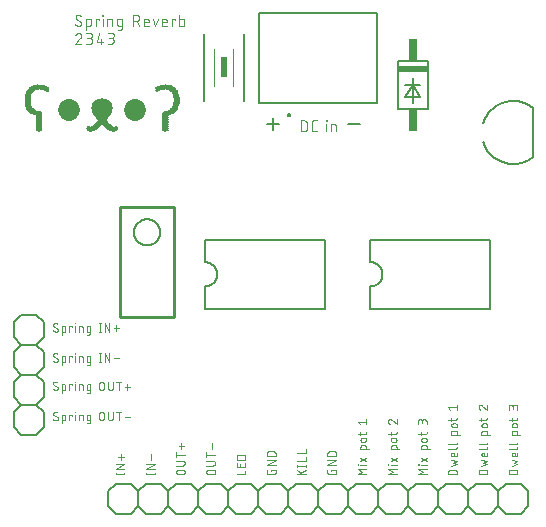
<source format=gbr>
G04 EAGLE Gerber RS-274X export*
G75*
%MOMM*%
%FSLAX34Y34*%
%LPD*%
%INSilkscreen Top*%
%IPPOS*%
%AMOC8*
5,1,8,0,0,1.08239X$1,22.5*%
G01*
%ADD10C,0.076200*%
%ADD11R,0.240000X0.040000*%
%ADD12R,0.160000X0.040000*%
%ADD13R,0.040000X0.040000*%
%ADD14R,0.080000X0.040000*%
%ADD15R,0.440000X0.040000*%
%ADD16R,0.560000X0.040000*%
%ADD17R,0.480000X0.040000*%
%ADD18R,0.680000X0.040000*%
%ADD19R,0.760000X0.040000*%
%ADD20R,0.840000X0.040000*%
%ADD21R,0.880000X0.040000*%
%ADD22R,0.920000X0.040000*%
%ADD23R,0.960000X0.040000*%
%ADD24R,1.000000X0.040000*%
%ADD25R,1.040000X0.040000*%
%ADD26R,0.640000X0.040000*%
%ADD27R,1.200000X0.040000*%
%ADD28R,1.160000X0.040000*%
%ADD29R,0.720000X0.040000*%
%ADD30R,0.800000X0.040000*%
%ADD31R,1.120000X0.040000*%
%ADD32R,1.320000X0.040000*%
%ADD33R,1.280000X0.040000*%
%ADD34R,1.360000X0.040000*%
%ADD35R,1.400000X0.040000*%
%ADD36R,1.440000X0.040000*%
%ADD37R,1.520000X0.040000*%
%ADD38R,1.240000X0.040000*%
%ADD39R,1.480000X0.040000*%
%ADD40R,1.560000X0.040000*%
%ADD41R,0.600000X0.040000*%
%ADD42R,1.600000X0.040000*%
%ADD43R,1.640000X0.040000*%
%ADD44R,1.680000X0.040000*%
%ADD45R,1.720000X0.040000*%
%ADD46R,1.080000X0.040000*%
%ADD47R,1.760000X0.040000*%
%ADD48R,1.800000X0.040000*%
%ADD49R,0.520000X0.040000*%
%ADD50R,0.120000X0.040000*%
%ADD51R,0.200000X0.040000*%
%ADD52R,0.320000X0.040000*%
%ADD53R,0.280000X0.040000*%
%ADD54R,0.400000X0.040000*%
%ADD55C,0.127000*%
%ADD56C,0.152400*%
%ADD57R,2.540000X0.508000*%
%ADD58R,0.762000X1.905000*%
%ADD59C,0.070000*%
%ADD60R,0.600000X1.800000*%
%ADD61R,0.600000X1.100000*%
%ADD62C,0.200000*%
%ADD63C,0.254000*%


D10*
X72314Y430061D02*
X72403Y430063D01*
X72491Y430069D01*
X72579Y430078D01*
X72667Y430091D01*
X72754Y430108D01*
X72840Y430128D01*
X72925Y430153D01*
X73010Y430180D01*
X73093Y430212D01*
X73174Y430246D01*
X73254Y430285D01*
X73332Y430326D01*
X73409Y430371D01*
X73483Y430419D01*
X73556Y430470D01*
X73626Y430524D01*
X73693Y430582D01*
X73759Y430642D01*
X73821Y430704D01*
X73881Y430770D01*
X73939Y430837D01*
X73993Y430907D01*
X74044Y430980D01*
X74092Y431054D01*
X74137Y431131D01*
X74178Y431209D01*
X74217Y431289D01*
X74251Y431370D01*
X74283Y431453D01*
X74310Y431538D01*
X74335Y431623D01*
X74355Y431709D01*
X74372Y431796D01*
X74385Y431884D01*
X74394Y431972D01*
X74400Y432060D01*
X74402Y432149D01*
X72314Y430061D02*
X72185Y430063D01*
X72056Y430069D01*
X71927Y430078D01*
X71799Y430091D01*
X71671Y430108D01*
X71544Y430129D01*
X71417Y430153D01*
X71291Y430181D01*
X71166Y430213D01*
X71042Y430248D01*
X70919Y430287D01*
X70797Y430330D01*
X70677Y430376D01*
X70558Y430426D01*
X70440Y430479D01*
X70324Y430535D01*
X70210Y430595D01*
X70097Y430658D01*
X69987Y430725D01*
X69878Y430794D01*
X69772Y430867D01*
X69667Y430943D01*
X69565Y431022D01*
X69466Y431104D01*
X69368Y431188D01*
X69273Y431276D01*
X69181Y431366D01*
X69442Y437371D02*
X69444Y437460D01*
X69450Y437548D01*
X69459Y437636D01*
X69472Y437724D01*
X69489Y437811D01*
X69509Y437897D01*
X69534Y437982D01*
X69561Y438067D01*
X69593Y438150D01*
X69627Y438231D01*
X69666Y438311D01*
X69707Y438389D01*
X69752Y438466D01*
X69800Y438540D01*
X69851Y438613D01*
X69905Y438683D01*
X69963Y438750D01*
X70023Y438816D01*
X70085Y438878D01*
X70151Y438938D01*
X70218Y438996D01*
X70288Y439050D01*
X70361Y439101D01*
X70435Y439149D01*
X70512Y439194D01*
X70590Y439235D01*
X70670Y439274D01*
X70751Y439308D01*
X70834Y439340D01*
X70919Y439367D01*
X71004Y439392D01*
X71090Y439412D01*
X71177Y439429D01*
X71265Y439442D01*
X71353Y439451D01*
X71441Y439457D01*
X71530Y439459D01*
X71650Y439457D01*
X71770Y439452D01*
X71890Y439442D01*
X72009Y439430D01*
X72128Y439413D01*
X72246Y439393D01*
X72364Y439369D01*
X72480Y439342D01*
X72596Y439311D01*
X72711Y439277D01*
X72825Y439239D01*
X72938Y439197D01*
X73049Y439152D01*
X73159Y439104D01*
X73267Y439053D01*
X73374Y438998D01*
X73479Y438940D01*
X73582Y438878D01*
X73683Y438814D01*
X73783Y438746D01*
X73880Y438676D01*
X70486Y435544D02*
X70408Y435592D01*
X70332Y435644D01*
X70259Y435698D01*
X70188Y435756D01*
X70119Y435817D01*
X70053Y435881D01*
X69990Y435948D01*
X69930Y436017D01*
X69873Y436089D01*
X69819Y436163D01*
X69769Y436240D01*
X69721Y436319D01*
X69678Y436399D01*
X69637Y436482D01*
X69601Y436566D01*
X69568Y436651D01*
X69539Y436738D01*
X69513Y436827D01*
X69491Y436916D01*
X69474Y437006D01*
X69460Y437096D01*
X69450Y437188D01*
X69444Y437279D01*
X69442Y437371D01*
X73358Y433976D02*
X73436Y433928D01*
X73512Y433876D01*
X73585Y433822D01*
X73656Y433764D01*
X73725Y433703D01*
X73791Y433639D01*
X73854Y433572D01*
X73914Y433503D01*
X73971Y433431D01*
X74025Y433357D01*
X74075Y433280D01*
X74123Y433201D01*
X74166Y433121D01*
X74207Y433038D01*
X74243Y432954D01*
X74276Y432869D01*
X74305Y432782D01*
X74331Y432693D01*
X74353Y432604D01*
X74370Y432514D01*
X74384Y432424D01*
X74394Y432332D01*
X74400Y432241D01*
X74402Y432149D01*
X73358Y433977D02*
X70486Y435543D01*
X78283Y436326D02*
X78283Y426928D01*
X78283Y436326D02*
X80894Y436326D01*
X80971Y436324D01*
X81047Y436318D01*
X81124Y436309D01*
X81200Y436296D01*
X81275Y436279D01*
X81349Y436259D01*
X81422Y436234D01*
X81493Y436207D01*
X81564Y436176D01*
X81632Y436141D01*
X81699Y436103D01*
X81764Y436062D01*
X81827Y436018D01*
X81887Y435971D01*
X81946Y435920D01*
X82001Y435867D01*
X82054Y435812D01*
X82105Y435753D01*
X82152Y435693D01*
X82196Y435630D01*
X82237Y435565D01*
X82275Y435498D01*
X82310Y435430D01*
X82341Y435359D01*
X82368Y435288D01*
X82393Y435215D01*
X82413Y435141D01*
X82430Y435066D01*
X82443Y434990D01*
X82452Y434914D01*
X82458Y434837D01*
X82460Y434760D01*
X82460Y431627D01*
X82458Y431550D01*
X82452Y431474D01*
X82443Y431397D01*
X82430Y431321D01*
X82413Y431246D01*
X82393Y431172D01*
X82368Y431099D01*
X82341Y431028D01*
X82310Y430957D01*
X82275Y430889D01*
X82237Y430822D01*
X82196Y430757D01*
X82152Y430694D01*
X82105Y430634D01*
X82054Y430575D01*
X82001Y430520D01*
X81946Y430467D01*
X81887Y430416D01*
X81827Y430369D01*
X81764Y430325D01*
X81699Y430284D01*
X81632Y430246D01*
X81564Y430211D01*
X81493Y430180D01*
X81422Y430153D01*
X81349Y430128D01*
X81275Y430108D01*
X81200Y430091D01*
X81124Y430078D01*
X81047Y430069D01*
X80971Y430063D01*
X80894Y430061D01*
X78283Y430061D01*
X86518Y430061D02*
X86518Y436326D01*
X89651Y436326D01*
X89651Y435282D01*
X92518Y436326D02*
X92518Y430061D01*
X92257Y438937D02*
X92257Y439459D01*
X92779Y439459D01*
X92779Y438937D01*
X92257Y438937D01*
X96525Y436326D02*
X96525Y430061D01*
X96525Y436326D02*
X99136Y436326D01*
X99213Y436324D01*
X99289Y436318D01*
X99366Y436309D01*
X99442Y436296D01*
X99517Y436279D01*
X99591Y436259D01*
X99664Y436234D01*
X99735Y436207D01*
X99806Y436176D01*
X99874Y436141D01*
X99941Y436103D01*
X100006Y436062D01*
X100069Y436018D01*
X100129Y435971D01*
X100188Y435920D01*
X100243Y435867D01*
X100296Y435812D01*
X100347Y435753D01*
X100394Y435693D01*
X100438Y435630D01*
X100479Y435565D01*
X100517Y435498D01*
X100552Y435430D01*
X100583Y435359D01*
X100610Y435288D01*
X100635Y435215D01*
X100655Y435141D01*
X100672Y435066D01*
X100685Y434990D01*
X100694Y434914D01*
X100700Y434837D01*
X100702Y434760D01*
X100702Y430061D01*
X106276Y430061D02*
X108886Y430061D01*
X106276Y430061D02*
X106199Y430063D01*
X106123Y430069D01*
X106046Y430078D01*
X105970Y430091D01*
X105895Y430108D01*
X105821Y430128D01*
X105748Y430153D01*
X105677Y430180D01*
X105606Y430211D01*
X105538Y430246D01*
X105471Y430284D01*
X105406Y430325D01*
X105343Y430369D01*
X105283Y430416D01*
X105224Y430467D01*
X105169Y430520D01*
X105116Y430575D01*
X105065Y430634D01*
X105018Y430694D01*
X104974Y430757D01*
X104933Y430822D01*
X104895Y430889D01*
X104860Y430957D01*
X104829Y431028D01*
X104802Y431099D01*
X104777Y431172D01*
X104757Y431246D01*
X104740Y431321D01*
X104727Y431397D01*
X104718Y431474D01*
X104712Y431550D01*
X104710Y431627D01*
X104709Y431627D02*
X104709Y434760D01*
X104710Y434760D02*
X104712Y434837D01*
X104718Y434913D01*
X104727Y434990D01*
X104740Y435066D01*
X104757Y435141D01*
X104777Y435215D01*
X104802Y435288D01*
X104829Y435359D01*
X104860Y435430D01*
X104895Y435498D01*
X104933Y435565D01*
X104974Y435630D01*
X105018Y435693D01*
X105065Y435753D01*
X105116Y435812D01*
X105169Y435867D01*
X105224Y435920D01*
X105283Y435971D01*
X105343Y436018D01*
X105406Y436062D01*
X105471Y436103D01*
X105538Y436141D01*
X105606Y436176D01*
X105677Y436207D01*
X105748Y436234D01*
X105821Y436259D01*
X105895Y436279D01*
X105970Y436296D01*
X106046Y436309D01*
X106123Y436318D01*
X106199Y436324D01*
X106276Y436326D01*
X108886Y436326D01*
X108886Y428495D01*
X108884Y428418D01*
X108878Y428342D01*
X108869Y428265D01*
X108856Y428189D01*
X108839Y428114D01*
X108819Y428040D01*
X108794Y427967D01*
X108767Y427896D01*
X108736Y427825D01*
X108701Y427757D01*
X108663Y427690D01*
X108622Y427625D01*
X108578Y427562D01*
X108531Y427502D01*
X108480Y427443D01*
X108427Y427388D01*
X108372Y427335D01*
X108313Y427284D01*
X108253Y427237D01*
X108190Y427193D01*
X108125Y427152D01*
X108058Y427114D01*
X107990Y427079D01*
X107919Y427048D01*
X107848Y427021D01*
X107775Y426996D01*
X107701Y426976D01*
X107626Y426959D01*
X107550Y426946D01*
X107474Y426937D01*
X107397Y426931D01*
X107320Y426929D01*
X107320Y426928D02*
X105231Y426928D01*
X118311Y430061D02*
X118311Y439459D01*
X120921Y439459D01*
X121022Y439457D01*
X121123Y439451D01*
X121224Y439441D01*
X121324Y439428D01*
X121424Y439410D01*
X121523Y439389D01*
X121621Y439363D01*
X121718Y439334D01*
X121814Y439302D01*
X121908Y439265D01*
X122001Y439225D01*
X122093Y439181D01*
X122182Y439134D01*
X122270Y439083D01*
X122356Y439029D01*
X122439Y438972D01*
X122521Y438912D01*
X122599Y438848D01*
X122676Y438782D01*
X122749Y438712D01*
X122820Y438640D01*
X122888Y438565D01*
X122953Y438487D01*
X123015Y438407D01*
X123074Y438325D01*
X123130Y438240D01*
X123182Y438153D01*
X123231Y438065D01*
X123277Y437974D01*
X123318Y437882D01*
X123357Y437788D01*
X123391Y437693D01*
X123422Y437597D01*
X123449Y437499D01*
X123473Y437401D01*
X123492Y437301D01*
X123508Y437201D01*
X123520Y437101D01*
X123528Y437000D01*
X123532Y436899D01*
X123532Y436797D01*
X123528Y436696D01*
X123520Y436595D01*
X123508Y436495D01*
X123492Y436395D01*
X123473Y436295D01*
X123449Y436197D01*
X123422Y436099D01*
X123391Y436003D01*
X123357Y435908D01*
X123318Y435814D01*
X123277Y435722D01*
X123231Y435631D01*
X123182Y435543D01*
X123130Y435456D01*
X123074Y435371D01*
X123015Y435289D01*
X122953Y435209D01*
X122888Y435131D01*
X122820Y435056D01*
X122749Y434984D01*
X122676Y434914D01*
X122599Y434848D01*
X122521Y434784D01*
X122439Y434724D01*
X122356Y434667D01*
X122270Y434613D01*
X122182Y434562D01*
X122093Y434515D01*
X122001Y434471D01*
X121908Y434431D01*
X121814Y434394D01*
X121718Y434362D01*
X121621Y434333D01*
X121523Y434307D01*
X121424Y434286D01*
X121324Y434268D01*
X121224Y434255D01*
X121123Y434245D01*
X121022Y434239D01*
X120921Y434237D01*
X120921Y434238D02*
X118311Y434238D01*
X121443Y434238D02*
X123532Y430061D01*
X128876Y430061D02*
X131487Y430061D01*
X128876Y430061D02*
X128799Y430063D01*
X128723Y430069D01*
X128646Y430078D01*
X128570Y430091D01*
X128495Y430108D01*
X128421Y430128D01*
X128348Y430153D01*
X128277Y430180D01*
X128206Y430211D01*
X128138Y430246D01*
X128071Y430284D01*
X128006Y430325D01*
X127943Y430369D01*
X127883Y430416D01*
X127824Y430467D01*
X127769Y430520D01*
X127716Y430575D01*
X127665Y430634D01*
X127618Y430694D01*
X127574Y430757D01*
X127533Y430822D01*
X127495Y430889D01*
X127460Y430957D01*
X127429Y431028D01*
X127402Y431099D01*
X127377Y431172D01*
X127357Y431246D01*
X127340Y431321D01*
X127327Y431397D01*
X127318Y431474D01*
X127312Y431550D01*
X127310Y431627D01*
X127310Y434238D01*
X127312Y434328D01*
X127318Y434417D01*
X127327Y434507D01*
X127341Y434596D01*
X127358Y434684D01*
X127379Y434771D01*
X127404Y434858D01*
X127433Y434943D01*
X127465Y435027D01*
X127500Y435109D01*
X127540Y435190D01*
X127582Y435269D01*
X127628Y435346D01*
X127678Y435421D01*
X127730Y435494D01*
X127786Y435565D01*
X127844Y435633D01*
X127906Y435698D01*
X127970Y435761D01*
X128037Y435821D01*
X128106Y435878D01*
X128178Y435932D01*
X128252Y435983D01*
X128328Y436031D01*
X128406Y436075D01*
X128486Y436116D01*
X128568Y436154D01*
X128651Y436188D01*
X128736Y436218D01*
X128822Y436245D01*
X128908Y436268D01*
X128996Y436287D01*
X129085Y436302D01*
X129174Y436314D01*
X129263Y436322D01*
X129353Y436326D01*
X129443Y436326D01*
X129533Y436322D01*
X129622Y436314D01*
X129711Y436302D01*
X129800Y436287D01*
X129888Y436268D01*
X129974Y436245D01*
X130060Y436218D01*
X130145Y436188D01*
X130228Y436154D01*
X130310Y436116D01*
X130390Y436075D01*
X130468Y436031D01*
X130544Y435983D01*
X130618Y435932D01*
X130690Y435878D01*
X130759Y435821D01*
X130826Y435761D01*
X130890Y435698D01*
X130952Y435633D01*
X131010Y435565D01*
X131066Y435494D01*
X131118Y435421D01*
X131168Y435346D01*
X131214Y435269D01*
X131256Y435190D01*
X131296Y435109D01*
X131331Y435027D01*
X131363Y434943D01*
X131392Y434858D01*
X131417Y434771D01*
X131438Y434684D01*
X131455Y434596D01*
X131469Y434507D01*
X131478Y434417D01*
X131484Y434328D01*
X131486Y434238D01*
X131487Y434238D02*
X131487Y433194D01*
X127310Y433194D01*
X134930Y436326D02*
X137018Y430061D01*
X139107Y436326D01*
X144116Y430061D02*
X146727Y430061D01*
X144116Y430061D02*
X144039Y430063D01*
X143963Y430069D01*
X143886Y430078D01*
X143810Y430091D01*
X143735Y430108D01*
X143661Y430128D01*
X143588Y430153D01*
X143517Y430180D01*
X143446Y430211D01*
X143378Y430246D01*
X143311Y430284D01*
X143246Y430325D01*
X143183Y430369D01*
X143123Y430416D01*
X143064Y430467D01*
X143009Y430520D01*
X142956Y430575D01*
X142905Y430634D01*
X142858Y430694D01*
X142814Y430757D01*
X142773Y430822D01*
X142735Y430889D01*
X142700Y430957D01*
X142669Y431028D01*
X142642Y431099D01*
X142617Y431172D01*
X142597Y431246D01*
X142580Y431321D01*
X142567Y431397D01*
X142558Y431474D01*
X142552Y431550D01*
X142550Y431627D01*
X142550Y434238D01*
X142552Y434328D01*
X142558Y434417D01*
X142567Y434507D01*
X142581Y434596D01*
X142598Y434684D01*
X142619Y434771D01*
X142644Y434858D01*
X142673Y434943D01*
X142705Y435027D01*
X142740Y435109D01*
X142780Y435190D01*
X142822Y435269D01*
X142868Y435346D01*
X142918Y435421D01*
X142970Y435494D01*
X143026Y435565D01*
X143084Y435633D01*
X143146Y435698D01*
X143210Y435761D01*
X143277Y435821D01*
X143346Y435878D01*
X143418Y435932D01*
X143492Y435983D01*
X143568Y436031D01*
X143646Y436075D01*
X143726Y436116D01*
X143808Y436154D01*
X143891Y436188D01*
X143976Y436218D01*
X144062Y436245D01*
X144148Y436268D01*
X144236Y436287D01*
X144325Y436302D01*
X144414Y436314D01*
X144503Y436322D01*
X144593Y436326D01*
X144683Y436326D01*
X144773Y436322D01*
X144862Y436314D01*
X144951Y436302D01*
X145040Y436287D01*
X145128Y436268D01*
X145214Y436245D01*
X145300Y436218D01*
X145385Y436188D01*
X145468Y436154D01*
X145550Y436116D01*
X145630Y436075D01*
X145708Y436031D01*
X145784Y435983D01*
X145858Y435932D01*
X145930Y435878D01*
X145999Y435821D01*
X146066Y435761D01*
X146130Y435698D01*
X146192Y435633D01*
X146250Y435565D01*
X146306Y435494D01*
X146358Y435421D01*
X146408Y435346D01*
X146454Y435269D01*
X146496Y435190D01*
X146536Y435109D01*
X146571Y435027D01*
X146603Y434943D01*
X146632Y434858D01*
X146657Y434771D01*
X146678Y434684D01*
X146695Y434596D01*
X146709Y434507D01*
X146718Y434417D01*
X146724Y434328D01*
X146726Y434238D01*
X146727Y434238D02*
X146727Y433194D01*
X142550Y433194D01*
X150831Y430061D02*
X150831Y436326D01*
X153964Y436326D01*
X153964Y435282D01*
X157226Y439459D02*
X157226Y430061D01*
X159836Y430061D01*
X159913Y430063D01*
X159989Y430069D01*
X160066Y430078D01*
X160142Y430091D01*
X160217Y430108D01*
X160291Y430128D01*
X160364Y430153D01*
X160435Y430180D01*
X160506Y430211D01*
X160574Y430246D01*
X160641Y430284D01*
X160706Y430325D01*
X160769Y430369D01*
X160829Y430416D01*
X160888Y430467D01*
X160943Y430520D01*
X160996Y430575D01*
X161047Y430634D01*
X161094Y430694D01*
X161138Y430757D01*
X161179Y430822D01*
X161217Y430889D01*
X161252Y430957D01*
X161283Y431028D01*
X161310Y431099D01*
X161335Y431172D01*
X161355Y431246D01*
X161372Y431321D01*
X161385Y431397D01*
X161394Y431473D01*
X161400Y431550D01*
X161402Y431627D01*
X161403Y431627D02*
X161403Y434760D01*
X161402Y434760D02*
X161400Y434837D01*
X161394Y434913D01*
X161385Y434990D01*
X161372Y435066D01*
X161355Y435141D01*
X161335Y435215D01*
X161310Y435288D01*
X161283Y435359D01*
X161252Y435430D01*
X161217Y435498D01*
X161179Y435565D01*
X161138Y435630D01*
X161094Y435693D01*
X161047Y435753D01*
X160996Y435812D01*
X160943Y435867D01*
X160888Y435920D01*
X160829Y435971D01*
X160769Y436018D01*
X160706Y436062D01*
X160641Y436103D01*
X160574Y436141D01*
X160506Y436176D01*
X160435Y436207D01*
X160364Y436234D01*
X160291Y436259D01*
X160217Y436279D01*
X160142Y436296D01*
X160066Y436309D01*
X159989Y436318D01*
X159913Y436324D01*
X159836Y436326D01*
X157226Y436326D01*
X74403Y421870D02*
X74401Y421965D01*
X74395Y422059D01*
X74386Y422153D01*
X74373Y422247D01*
X74356Y422340D01*
X74335Y422432D01*
X74310Y422524D01*
X74282Y422614D01*
X74250Y422703D01*
X74215Y422791D01*
X74176Y422877D01*
X74134Y422962D01*
X74088Y423045D01*
X74039Y423126D01*
X73987Y423205D01*
X73932Y423282D01*
X73873Y423356D01*
X73812Y423428D01*
X73748Y423498D01*
X73681Y423565D01*
X73611Y423629D01*
X73539Y423690D01*
X73465Y423749D01*
X73388Y423804D01*
X73309Y423856D01*
X73228Y423905D01*
X73145Y423951D01*
X73060Y423993D01*
X72974Y424032D01*
X72886Y424067D01*
X72797Y424099D01*
X72707Y424127D01*
X72615Y424152D01*
X72523Y424173D01*
X72430Y424190D01*
X72336Y424203D01*
X72242Y424212D01*
X72148Y424218D01*
X72053Y424220D01*
X72053Y424219D02*
X71945Y424217D01*
X71836Y424211D01*
X71728Y424201D01*
X71621Y424188D01*
X71514Y424170D01*
X71407Y424149D01*
X71302Y424124D01*
X71197Y424095D01*
X71094Y424063D01*
X70992Y424026D01*
X70891Y423986D01*
X70792Y423943D01*
X70694Y423896D01*
X70598Y423845D01*
X70504Y423791D01*
X70412Y423734D01*
X70322Y423673D01*
X70234Y423609D01*
X70149Y423543D01*
X70066Y423473D01*
X69986Y423400D01*
X69908Y423324D01*
X69833Y423246D01*
X69761Y423165D01*
X69692Y423081D01*
X69626Y422995D01*
X69563Y422907D01*
X69504Y422816D01*
X69447Y422724D01*
X69394Y422629D01*
X69345Y422533D01*
X69299Y422434D01*
X69256Y422335D01*
X69217Y422233D01*
X69182Y422131D01*
X73619Y420042D02*
X73688Y420111D01*
X73754Y420182D01*
X73818Y420255D01*
X73879Y420331D01*
X73937Y420410D01*
X73991Y420490D01*
X74043Y420573D01*
X74091Y420657D01*
X74137Y420743D01*
X74178Y420831D01*
X74217Y420921D01*
X74252Y421012D01*
X74283Y421104D01*
X74311Y421197D01*
X74335Y421291D01*
X74355Y421386D01*
X74372Y421482D01*
X74385Y421579D01*
X74394Y421676D01*
X74400Y421773D01*
X74402Y421870D01*
X73619Y420042D02*
X69181Y414821D01*
X74402Y414821D01*
X78325Y414821D02*
X80936Y414821D01*
X81037Y414823D01*
X81138Y414829D01*
X81239Y414839D01*
X81339Y414852D01*
X81439Y414870D01*
X81538Y414891D01*
X81636Y414917D01*
X81733Y414946D01*
X81829Y414978D01*
X81923Y415015D01*
X82016Y415055D01*
X82108Y415099D01*
X82197Y415146D01*
X82285Y415197D01*
X82371Y415251D01*
X82454Y415308D01*
X82536Y415368D01*
X82614Y415432D01*
X82691Y415498D01*
X82764Y415568D01*
X82835Y415640D01*
X82903Y415715D01*
X82968Y415793D01*
X83030Y415873D01*
X83089Y415955D01*
X83145Y416040D01*
X83197Y416127D01*
X83246Y416215D01*
X83292Y416306D01*
X83333Y416398D01*
X83372Y416492D01*
X83406Y416587D01*
X83437Y416683D01*
X83464Y416781D01*
X83488Y416879D01*
X83507Y416979D01*
X83523Y417079D01*
X83535Y417179D01*
X83543Y417280D01*
X83547Y417381D01*
X83547Y417483D01*
X83543Y417584D01*
X83535Y417685D01*
X83523Y417785D01*
X83507Y417885D01*
X83488Y417985D01*
X83464Y418083D01*
X83437Y418181D01*
X83406Y418277D01*
X83372Y418372D01*
X83333Y418466D01*
X83292Y418558D01*
X83246Y418649D01*
X83197Y418737D01*
X83145Y418824D01*
X83089Y418909D01*
X83030Y418991D01*
X82968Y419071D01*
X82903Y419149D01*
X82835Y419224D01*
X82764Y419296D01*
X82691Y419366D01*
X82614Y419432D01*
X82536Y419496D01*
X82454Y419556D01*
X82371Y419613D01*
X82285Y419667D01*
X82197Y419718D01*
X82108Y419765D01*
X82016Y419809D01*
X81923Y419849D01*
X81829Y419886D01*
X81733Y419918D01*
X81636Y419947D01*
X81538Y419973D01*
X81439Y419994D01*
X81339Y420012D01*
X81239Y420025D01*
X81138Y420035D01*
X81037Y420041D01*
X80936Y420043D01*
X81458Y424219D02*
X78325Y424219D01*
X81458Y424219D02*
X81548Y424217D01*
X81637Y424211D01*
X81727Y424202D01*
X81816Y424188D01*
X81904Y424171D01*
X81991Y424150D01*
X82078Y424125D01*
X82163Y424096D01*
X82247Y424064D01*
X82329Y424029D01*
X82410Y423989D01*
X82489Y423947D01*
X82566Y423901D01*
X82641Y423851D01*
X82714Y423799D01*
X82785Y423743D01*
X82853Y423685D01*
X82918Y423623D01*
X82981Y423559D01*
X83041Y423492D01*
X83098Y423423D01*
X83152Y423351D01*
X83203Y423277D01*
X83251Y423201D01*
X83295Y423123D01*
X83336Y423043D01*
X83374Y422961D01*
X83408Y422878D01*
X83438Y422793D01*
X83465Y422707D01*
X83488Y422621D01*
X83507Y422533D01*
X83522Y422444D01*
X83534Y422355D01*
X83542Y422266D01*
X83546Y422176D01*
X83546Y422086D01*
X83542Y421996D01*
X83534Y421907D01*
X83522Y421818D01*
X83507Y421729D01*
X83488Y421641D01*
X83465Y421555D01*
X83438Y421469D01*
X83408Y421384D01*
X83374Y421301D01*
X83336Y421219D01*
X83295Y421139D01*
X83251Y421061D01*
X83203Y420985D01*
X83152Y420911D01*
X83098Y420839D01*
X83041Y420770D01*
X82981Y420703D01*
X82918Y420639D01*
X82853Y420577D01*
X82785Y420519D01*
X82714Y420463D01*
X82641Y420411D01*
X82566Y420361D01*
X82489Y420315D01*
X82410Y420273D01*
X82329Y420233D01*
X82247Y420198D01*
X82163Y420166D01*
X82078Y420137D01*
X81991Y420112D01*
X81904Y420091D01*
X81816Y420074D01*
X81727Y420060D01*
X81637Y420051D01*
X81548Y420045D01*
X81458Y420043D01*
X81458Y420042D02*
X79369Y420042D01*
X87469Y416909D02*
X89557Y424219D01*
X87469Y416909D02*
X92690Y416909D01*
X91124Y418998D02*
X91124Y414821D01*
X96613Y414821D02*
X99223Y414821D01*
X99324Y414823D01*
X99425Y414829D01*
X99526Y414839D01*
X99626Y414852D01*
X99726Y414870D01*
X99825Y414891D01*
X99923Y414917D01*
X100020Y414946D01*
X100116Y414978D01*
X100210Y415015D01*
X100303Y415055D01*
X100395Y415099D01*
X100484Y415146D01*
X100572Y415197D01*
X100658Y415251D01*
X100741Y415308D01*
X100823Y415368D01*
X100901Y415432D01*
X100978Y415498D01*
X101051Y415568D01*
X101122Y415640D01*
X101190Y415715D01*
X101255Y415793D01*
X101317Y415873D01*
X101376Y415955D01*
X101432Y416040D01*
X101484Y416127D01*
X101533Y416215D01*
X101579Y416306D01*
X101620Y416398D01*
X101659Y416492D01*
X101693Y416587D01*
X101724Y416683D01*
X101751Y416781D01*
X101775Y416879D01*
X101794Y416979D01*
X101810Y417079D01*
X101822Y417179D01*
X101830Y417280D01*
X101834Y417381D01*
X101834Y417483D01*
X101830Y417584D01*
X101822Y417685D01*
X101810Y417785D01*
X101794Y417885D01*
X101775Y417985D01*
X101751Y418083D01*
X101724Y418181D01*
X101693Y418277D01*
X101659Y418372D01*
X101620Y418466D01*
X101579Y418558D01*
X101533Y418649D01*
X101484Y418737D01*
X101432Y418824D01*
X101376Y418909D01*
X101317Y418991D01*
X101255Y419071D01*
X101190Y419149D01*
X101122Y419224D01*
X101051Y419296D01*
X100978Y419366D01*
X100901Y419432D01*
X100823Y419496D01*
X100741Y419556D01*
X100658Y419613D01*
X100572Y419667D01*
X100484Y419718D01*
X100395Y419765D01*
X100303Y419809D01*
X100210Y419849D01*
X100116Y419886D01*
X100020Y419918D01*
X99923Y419947D01*
X99825Y419973D01*
X99726Y419994D01*
X99626Y420012D01*
X99526Y420025D01*
X99425Y420035D01*
X99324Y420041D01*
X99223Y420043D01*
X99746Y424219D02*
X96613Y424219D01*
X99746Y424219D02*
X99836Y424217D01*
X99925Y424211D01*
X100015Y424202D01*
X100104Y424188D01*
X100192Y424171D01*
X100279Y424150D01*
X100366Y424125D01*
X100451Y424096D01*
X100535Y424064D01*
X100617Y424029D01*
X100698Y423989D01*
X100777Y423947D01*
X100854Y423901D01*
X100929Y423851D01*
X101002Y423799D01*
X101073Y423743D01*
X101141Y423685D01*
X101206Y423623D01*
X101269Y423559D01*
X101329Y423492D01*
X101386Y423423D01*
X101440Y423351D01*
X101491Y423277D01*
X101539Y423201D01*
X101583Y423123D01*
X101624Y423043D01*
X101662Y422961D01*
X101696Y422878D01*
X101726Y422793D01*
X101753Y422707D01*
X101776Y422621D01*
X101795Y422533D01*
X101810Y422444D01*
X101822Y422355D01*
X101830Y422266D01*
X101834Y422176D01*
X101834Y422086D01*
X101830Y421996D01*
X101822Y421907D01*
X101810Y421818D01*
X101795Y421729D01*
X101776Y421641D01*
X101753Y421555D01*
X101726Y421469D01*
X101696Y421384D01*
X101662Y421301D01*
X101624Y421219D01*
X101583Y421139D01*
X101539Y421061D01*
X101491Y420985D01*
X101440Y420911D01*
X101386Y420839D01*
X101329Y420770D01*
X101269Y420703D01*
X101206Y420639D01*
X101141Y420577D01*
X101073Y420519D01*
X101002Y420463D01*
X100929Y420411D01*
X100854Y420361D01*
X100777Y420315D01*
X100698Y420273D01*
X100617Y420233D01*
X100535Y420198D01*
X100451Y420166D01*
X100366Y420137D01*
X100279Y420112D01*
X100192Y420091D01*
X100104Y420074D01*
X100015Y420060D01*
X99925Y420051D01*
X99836Y420045D01*
X99746Y420043D01*
X99746Y420042D02*
X97657Y420042D01*
X54473Y172954D02*
X54471Y172876D01*
X54466Y172798D01*
X54456Y172721D01*
X54443Y172644D01*
X54427Y172568D01*
X54407Y172493D01*
X54383Y172419D01*
X54356Y172346D01*
X54325Y172274D01*
X54291Y172204D01*
X54254Y172136D01*
X54213Y172069D01*
X54169Y172004D01*
X54123Y171942D01*
X54073Y171882D01*
X54021Y171824D01*
X53966Y171769D01*
X53908Y171717D01*
X53848Y171667D01*
X53786Y171621D01*
X53721Y171577D01*
X53655Y171536D01*
X53586Y171499D01*
X53516Y171465D01*
X53444Y171434D01*
X53371Y171407D01*
X53297Y171383D01*
X53222Y171363D01*
X53146Y171347D01*
X53069Y171334D01*
X52992Y171324D01*
X52914Y171319D01*
X52836Y171317D01*
X52722Y171319D01*
X52609Y171324D01*
X52495Y171334D01*
X52382Y171347D01*
X52270Y171364D01*
X52158Y171384D01*
X52047Y171408D01*
X51936Y171436D01*
X51827Y171467D01*
X51719Y171502D01*
X51612Y171541D01*
X51506Y171583D01*
X51402Y171628D01*
X51299Y171677D01*
X51198Y171730D01*
X51099Y171785D01*
X51001Y171844D01*
X50906Y171906D01*
X50813Y171971D01*
X50721Y172039D01*
X50633Y172110D01*
X50546Y172184D01*
X50462Y172261D01*
X50381Y172340D01*
X50585Y177046D02*
X50587Y177124D01*
X50592Y177202D01*
X50602Y177279D01*
X50615Y177356D01*
X50631Y177432D01*
X50651Y177507D01*
X50675Y177581D01*
X50702Y177654D01*
X50733Y177726D01*
X50767Y177796D01*
X50804Y177865D01*
X50845Y177931D01*
X50889Y177996D01*
X50935Y178058D01*
X50985Y178118D01*
X51037Y178176D01*
X51092Y178231D01*
X51150Y178283D01*
X51210Y178333D01*
X51272Y178379D01*
X51337Y178423D01*
X51404Y178464D01*
X51472Y178501D01*
X51542Y178535D01*
X51614Y178566D01*
X51687Y178593D01*
X51761Y178617D01*
X51836Y178637D01*
X51912Y178653D01*
X51989Y178666D01*
X52066Y178676D01*
X52144Y178681D01*
X52222Y178683D01*
X52332Y178681D01*
X52441Y178675D01*
X52551Y178665D01*
X52659Y178652D01*
X52768Y178634D01*
X52875Y178613D01*
X52982Y178587D01*
X53088Y178558D01*
X53193Y178526D01*
X53296Y178489D01*
X53398Y178449D01*
X53499Y178405D01*
X53598Y178357D01*
X53695Y178307D01*
X53790Y178252D01*
X53883Y178194D01*
X53974Y178133D01*
X54063Y178069D01*
X51404Y175613D02*
X51337Y175655D01*
X51272Y175699D01*
X51210Y175747D01*
X51150Y175797D01*
X51092Y175850D01*
X51037Y175906D01*
X50985Y175965D01*
X50935Y176025D01*
X50888Y176089D01*
X50845Y176154D01*
X50804Y176221D01*
X50767Y176290D01*
X50733Y176361D01*
X50702Y176433D01*
X50675Y176507D01*
X50651Y176581D01*
X50631Y176657D01*
X50615Y176734D01*
X50602Y176811D01*
X50592Y176889D01*
X50587Y176968D01*
X50585Y177046D01*
X53655Y174386D02*
X53721Y174344D01*
X53786Y174300D01*
X53848Y174253D01*
X53908Y174202D01*
X53966Y174149D01*
X54021Y174093D01*
X54074Y174035D01*
X54123Y173974D01*
X54170Y173911D01*
X54213Y173846D01*
X54254Y173779D01*
X54291Y173710D01*
X54325Y173639D01*
X54356Y173567D01*
X54383Y173493D01*
X54407Y173418D01*
X54427Y173343D01*
X54443Y173266D01*
X54456Y173189D01*
X54466Y173111D01*
X54471Y173032D01*
X54473Y172954D01*
X53655Y174386D02*
X51404Y175614D01*
X57659Y176228D02*
X57659Y168862D01*
X57659Y176228D02*
X59705Y176228D01*
X59774Y176226D01*
X59842Y176220D01*
X59911Y176211D01*
X59978Y176197D01*
X60045Y176180D01*
X60111Y176159D01*
X60175Y176135D01*
X60238Y176106D01*
X60299Y176075D01*
X60358Y176040D01*
X60416Y176002D01*
X60471Y175960D01*
X60523Y175916D01*
X60573Y175868D01*
X60621Y175818D01*
X60665Y175766D01*
X60707Y175711D01*
X60745Y175653D01*
X60780Y175594D01*
X60811Y175533D01*
X60840Y175470D01*
X60864Y175406D01*
X60885Y175340D01*
X60902Y175273D01*
X60916Y175206D01*
X60925Y175137D01*
X60931Y175069D01*
X60933Y175000D01*
X60932Y175000D02*
X60932Y172545D01*
X60933Y172545D02*
X60931Y172476D01*
X60925Y172408D01*
X60916Y172339D01*
X60902Y172272D01*
X60885Y172205D01*
X60864Y172139D01*
X60840Y172075D01*
X60811Y172012D01*
X60780Y171951D01*
X60745Y171892D01*
X60707Y171834D01*
X60665Y171779D01*
X60621Y171727D01*
X60573Y171677D01*
X60523Y171629D01*
X60471Y171585D01*
X60416Y171544D01*
X60358Y171505D01*
X60299Y171470D01*
X60238Y171439D01*
X60175Y171410D01*
X60111Y171386D01*
X60045Y171365D01*
X59978Y171348D01*
X59911Y171334D01*
X59843Y171325D01*
X59774Y171319D01*
X59705Y171317D01*
X57659Y171317D01*
X64248Y171317D02*
X64248Y176228D01*
X66703Y176228D01*
X66703Y175409D01*
X69008Y176228D02*
X69008Y171317D01*
X68804Y178274D02*
X68804Y178683D01*
X69213Y178683D01*
X69213Y178274D01*
X68804Y178274D01*
X72248Y176228D02*
X72248Y171317D01*
X72248Y176228D02*
X74294Y176228D01*
X74363Y176226D01*
X74431Y176220D01*
X74500Y176211D01*
X74567Y176197D01*
X74634Y176180D01*
X74700Y176159D01*
X74764Y176135D01*
X74827Y176106D01*
X74888Y176075D01*
X74947Y176040D01*
X75005Y176002D01*
X75060Y175960D01*
X75112Y175916D01*
X75162Y175868D01*
X75210Y175818D01*
X75254Y175766D01*
X75296Y175711D01*
X75334Y175653D01*
X75369Y175594D01*
X75400Y175533D01*
X75429Y175470D01*
X75453Y175406D01*
X75474Y175340D01*
X75491Y175273D01*
X75505Y175206D01*
X75514Y175137D01*
X75520Y175069D01*
X75522Y175000D01*
X75522Y171317D01*
X80018Y171317D02*
X82065Y171317D01*
X80018Y171317D02*
X79949Y171319D01*
X79881Y171325D01*
X79812Y171334D01*
X79745Y171348D01*
X79678Y171365D01*
X79612Y171386D01*
X79548Y171410D01*
X79485Y171439D01*
X79424Y171470D01*
X79365Y171505D01*
X79307Y171543D01*
X79252Y171585D01*
X79200Y171629D01*
X79150Y171677D01*
X79102Y171727D01*
X79058Y171779D01*
X79016Y171834D01*
X78978Y171892D01*
X78943Y171951D01*
X78912Y172012D01*
X78883Y172075D01*
X78859Y172139D01*
X78838Y172205D01*
X78821Y172272D01*
X78807Y172339D01*
X78798Y172408D01*
X78792Y172476D01*
X78790Y172545D01*
X78791Y172545D02*
X78791Y175000D01*
X78790Y175000D02*
X78792Y175069D01*
X78798Y175137D01*
X78807Y175206D01*
X78821Y175273D01*
X78838Y175340D01*
X78859Y175406D01*
X78883Y175470D01*
X78912Y175533D01*
X78943Y175594D01*
X78978Y175653D01*
X79016Y175711D01*
X79058Y175766D01*
X79102Y175818D01*
X79150Y175868D01*
X79200Y175916D01*
X79252Y175960D01*
X79307Y176002D01*
X79365Y176040D01*
X79424Y176075D01*
X79485Y176106D01*
X79548Y176135D01*
X79612Y176159D01*
X79678Y176180D01*
X79745Y176197D01*
X79812Y176211D01*
X79881Y176220D01*
X79949Y176226D01*
X80018Y176228D01*
X82065Y176228D01*
X82065Y170089D01*
X82063Y170020D01*
X82057Y169952D01*
X82048Y169883D01*
X82034Y169816D01*
X82017Y169749D01*
X81996Y169683D01*
X81972Y169619D01*
X81943Y169556D01*
X81912Y169495D01*
X81877Y169436D01*
X81839Y169378D01*
X81797Y169323D01*
X81753Y169271D01*
X81705Y169221D01*
X81655Y169173D01*
X81603Y169129D01*
X81548Y169088D01*
X81490Y169049D01*
X81431Y169014D01*
X81370Y168983D01*
X81307Y168954D01*
X81243Y168930D01*
X81177Y168909D01*
X81110Y168892D01*
X81043Y168878D01*
X80975Y168869D01*
X80906Y168863D01*
X80837Y168861D01*
X80837Y168862D02*
X79200Y168862D01*
X89978Y171317D02*
X89978Y178683D01*
X89160Y171317D02*
X90797Y171317D01*
X90797Y178683D02*
X89160Y178683D01*
X94028Y178683D02*
X94028Y171317D01*
X98120Y171317D02*
X94028Y178683D01*
X98120Y178683D02*
X98120Y171317D01*
X101666Y174182D02*
X106576Y174182D01*
X104121Y176637D02*
X104121Y171726D01*
X54473Y147354D02*
X54471Y147276D01*
X54466Y147198D01*
X54456Y147121D01*
X54443Y147044D01*
X54427Y146968D01*
X54407Y146893D01*
X54383Y146819D01*
X54356Y146746D01*
X54325Y146674D01*
X54291Y146604D01*
X54254Y146536D01*
X54213Y146469D01*
X54169Y146404D01*
X54123Y146342D01*
X54073Y146282D01*
X54021Y146224D01*
X53966Y146169D01*
X53908Y146117D01*
X53848Y146067D01*
X53786Y146021D01*
X53721Y145977D01*
X53655Y145936D01*
X53586Y145899D01*
X53516Y145865D01*
X53444Y145834D01*
X53371Y145807D01*
X53297Y145783D01*
X53222Y145763D01*
X53146Y145747D01*
X53069Y145734D01*
X52992Y145724D01*
X52914Y145719D01*
X52836Y145717D01*
X52722Y145719D01*
X52609Y145724D01*
X52495Y145734D01*
X52382Y145747D01*
X52270Y145764D01*
X52158Y145784D01*
X52047Y145808D01*
X51936Y145836D01*
X51827Y145867D01*
X51719Y145902D01*
X51612Y145941D01*
X51506Y145983D01*
X51402Y146028D01*
X51299Y146077D01*
X51198Y146130D01*
X51099Y146185D01*
X51001Y146244D01*
X50906Y146306D01*
X50813Y146371D01*
X50721Y146439D01*
X50633Y146510D01*
X50546Y146584D01*
X50462Y146661D01*
X50381Y146740D01*
X50585Y151446D02*
X50587Y151524D01*
X50592Y151602D01*
X50602Y151679D01*
X50615Y151756D01*
X50631Y151832D01*
X50651Y151907D01*
X50675Y151981D01*
X50702Y152054D01*
X50733Y152126D01*
X50767Y152196D01*
X50804Y152265D01*
X50845Y152331D01*
X50889Y152396D01*
X50935Y152458D01*
X50985Y152518D01*
X51037Y152576D01*
X51092Y152631D01*
X51150Y152683D01*
X51210Y152733D01*
X51272Y152779D01*
X51337Y152823D01*
X51404Y152864D01*
X51472Y152901D01*
X51542Y152935D01*
X51614Y152966D01*
X51687Y152993D01*
X51761Y153017D01*
X51836Y153037D01*
X51912Y153053D01*
X51989Y153066D01*
X52066Y153076D01*
X52144Y153081D01*
X52222Y153083D01*
X52332Y153081D01*
X52441Y153075D01*
X52551Y153065D01*
X52659Y153052D01*
X52768Y153034D01*
X52875Y153013D01*
X52982Y152987D01*
X53088Y152958D01*
X53193Y152926D01*
X53296Y152889D01*
X53398Y152849D01*
X53499Y152805D01*
X53598Y152757D01*
X53695Y152707D01*
X53790Y152652D01*
X53883Y152594D01*
X53974Y152533D01*
X54063Y152469D01*
X51404Y150013D02*
X51337Y150055D01*
X51272Y150099D01*
X51210Y150147D01*
X51150Y150197D01*
X51092Y150250D01*
X51037Y150306D01*
X50985Y150365D01*
X50935Y150425D01*
X50888Y150489D01*
X50845Y150554D01*
X50804Y150621D01*
X50767Y150690D01*
X50733Y150761D01*
X50702Y150833D01*
X50675Y150907D01*
X50651Y150981D01*
X50631Y151057D01*
X50615Y151134D01*
X50602Y151211D01*
X50592Y151289D01*
X50587Y151368D01*
X50585Y151446D01*
X53655Y148786D02*
X53721Y148744D01*
X53786Y148700D01*
X53848Y148653D01*
X53908Y148602D01*
X53966Y148549D01*
X54021Y148493D01*
X54074Y148435D01*
X54123Y148374D01*
X54170Y148311D01*
X54213Y148246D01*
X54254Y148179D01*
X54291Y148110D01*
X54325Y148039D01*
X54356Y147967D01*
X54383Y147893D01*
X54407Y147818D01*
X54427Y147743D01*
X54443Y147666D01*
X54456Y147589D01*
X54466Y147511D01*
X54471Y147432D01*
X54473Y147354D01*
X53655Y148786D02*
X51404Y150014D01*
X57659Y150628D02*
X57659Y143262D01*
X57659Y150628D02*
X59705Y150628D01*
X59774Y150626D01*
X59842Y150620D01*
X59911Y150611D01*
X59978Y150597D01*
X60045Y150580D01*
X60111Y150559D01*
X60175Y150535D01*
X60238Y150506D01*
X60299Y150475D01*
X60358Y150440D01*
X60416Y150402D01*
X60471Y150360D01*
X60523Y150316D01*
X60573Y150268D01*
X60621Y150218D01*
X60665Y150166D01*
X60707Y150111D01*
X60745Y150053D01*
X60780Y149994D01*
X60811Y149933D01*
X60840Y149870D01*
X60864Y149806D01*
X60885Y149740D01*
X60902Y149673D01*
X60916Y149606D01*
X60925Y149537D01*
X60931Y149469D01*
X60933Y149400D01*
X60932Y149400D02*
X60932Y146945D01*
X60933Y146945D02*
X60931Y146876D01*
X60925Y146808D01*
X60916Y146739D01*
X60902Y146672D01*
X60885Y146605D01*
X60864Y146539D01*
X60840Y146475D01*
X60811Y146412D01*
X60780Y146351D01*
X60745Y146292D01*
X60707Y146234D01*
X60665Y146179D01*
X60621Y146127D01*
X60573Y146077D01*
X60523Y146029D01*
X60471Y145985D01*
X60416Y145944D01*
X60358Y145905D01*
X60299Y145870D01*
X60238Y145839D01*
X60175Y145810D01*
X60111Y145786D01*
X60045Y145765D01*
X59978Y145748D01*
X59911Y145734D01*
X59843Y145725D01*
X59774Y145719D01*
X59705Y145717D01*
X57659Y145717D01*
X64248Y145717D02*
X64248Y150628D01*
X66703Y150628D01*
X66703Y149809D01*
X69008Y150628D02*
X69008Y145717D01*
X68804Y152674D02*
X68804Y153083D01*
X69213Y153083D01*
X69213Y152674D01*
X68804Y152674D01*
X72248Y150628D02*
X72248Y145717D01*
X72248Y150628D02*
X74294Y150628D01*
X74363Y150626D01*
X74431Y150620D01*
X74500Y150611D01*
X74567Y150597D01*
X74634Y150580D01*
X74700Y150559D01*
X74764Y150535D01*
X74827Y150506D01*
X74888Y150475D01*
X74947Y150440D01*
X75005Y150402D01*
X75060Y150360D01*
X75112Y150316D01*
X75162Y150268D01*
X75210Y150218D01*
X75254Y150166D01*
X75296Y150111D01*
X75334Y150053D01*
X75369Y149994D01*
X75400Y149933D01*
X75429Y149870D01*
X75453Y149806D01*
X75474Y149740D01*
X75491Y149673D01*
X75505Y149606D01*
X75514Y149537D01*
X75520Y149469D01*
X75522Y149400D01*
X75522Y145717D01*
X80018Y145717D02*
X82065Y145717D01*
X80018Y145717D02*
X79949Y145719D01*
X79881Y145725D01*
X79812Y145734D01*
X79745Y145748D01*
X79678Y145765D01*
X79612Y145786D01*
X79548Y145810D01*
X79485Y145839D01*
X79424Y145870D01*
X79365Y145905D01*
X79307Y145943D01*
X79252Y145985D01*
X79200Y146029D01*
X79150Y146077D01*
X79102Y146127D01*
X79058Y146179D01*
X79016Y146234D01*
X78978Y146292D01*
X78943Y146351D01*
X78912Y146412D01*
X78883Y146475D01*
X78859Y146539D01*
X78838Y146605D01*
X78821Y146672D01*
X78807Y146739D01*
X78798Y146808D01*
X78792Y146876D01*
X78790Y146945D01*
X78791Y146945D02*
X78791Y149400D01*
X78790Y149400D02*
X78792Y149469D01*
X78798Y149537D01*
X78807Y149606D01*
X78821Y149673D01*
X78838Y149740D01*
X78859Y149806D01*
X78883Y149870D01*
X78912Y149933D01*
X78943Y149994D01*
X78978Y150053D01*
X79016Y150111D01*
X79058Y150166D01*
X79102Y150218D01*
X79150Y150268D01*
X79200Y150316D01*
X79252Y150360D01*
X79307Y150402D01*
X79365Y150440D01*
X79424Y150475D01*
X79485Y150506D01*
X79548Y150535D01*
X79612Y150559D01*
X79678Y150580D01*
X79745Y150597D01*
X79812Y150611D01*
X79881Y150620D01*
X79949Y150626D01*
X80018Y150628D01*
X82065Y150628D01*
X82065Y144489D01*
X82063Y144420D01*
X82057Y144352D01*
X82048Y144283D01*
X82034Y144216D01*
X82017Y144149D01*
X81996Y144083D01*
X81972Y144019D01*
X81943Y143956D01*
X81912Y143895D01*
X81877Y143836D01*
X81839Y143778D01*
X81797Y143723D01*
X81753Y143671D01*
X81705Y143621D01*
X81655Y143573D01*
X81603Y143529D01*
X81548Y143488D01*
X81490Y143449D01*
X81431Y143414D01*
X81370Y143383D01*
X81307Y143354D01*
X81243Y143330D01*
X81177Y143309D01*
X81110Y143292D01*
X81043Y143278D01*
X80975Y143269D01*
X80906Y143263D01*
X80837Y143261D01*
X80837Y143262D02*
X79200Y143262D01*
X89978Y145717D02*
X89978Y153083D01*
X89160Y145717D02*
X90797Y145717D01*
X90797Y153083D02*
X89160Y153083D01*
X94028Y153083D02*
X94028Y145717D01*
X98120Y145717D02*
X94028Y153083D01*
X98120Y153083D02*
X98120Y145717D01*
X101666Y148582D02*
X106576Y148582D01*
D11*
X38200Y340400D03*
D12*
X81800Y340400D03*
D13*
X83200Y340400D03*
X100800Y340400D03*
D14*
X101800Y340400D03*
D13*
X102800Y340400D03*
D11*
X145400Y340400D03*
D15*
X38400Y340800D03*
D16*
X82600Y340800D03*
X101400Y340800D03*
D15*
X145600Y340800D03*
D17*
X38600Y341200D03*
D18*
X82800Y341200D03*
X101200Y341200D03*
D17*
X145800Y341200D03*
X38200Y341600D03*
D19*
X82800Y341600D03*
X100800Y341600D03*
D17*
X145400Y341600D03*
X38600Y342000D03*
D20*
X83200Y342000D03*
X100800Y342000D03*
D15*
X145600Y342000D03*
D17*
X38200Y342400D03*
D21*
X83400Y342400D03*
X100600Y342400D03*
D17*
X145400Y342400D03*
X38600Y342800D03*
D22*
X83600Y342800D03*
X100400Y342800D03*
D17*
X145800Y342800D03*
X38200Y343200D03*
D23*
X83800Y343200D03*
X100200Y343200D03*
D17*
X145400Y343200D03*
X38600Y343600D03*
D24*
X84000Y343600D03*
X100000Y343600D03*
D15*
X145600Y343600D03*
D17*
X38200Y344000D03*
D25*
X84200Y344000D03*
D24*
X99600Y344000D03*
D17*
X145400Y344000D03*
X38600Y344400D03*
D12*
X80200Y344400D03*
D13*
X81600Y344400D03*
D19*
X86000Y344400D03*
X98000Y344400D03*
D11*
X103400Y344400D03*
D17*
X145800Y344400D03*
X38200Y344800D03*
D18*
X86800Y344800D03*
X97200Y344800D03*
D17*
X145400Y344800D03*
X38600Y345200D03*
D26*
X87400Y345200D03*
X96600Y345200D03*
D15*
X145600Y345200D03*
D17*
X38200Y345600D03*
D26*
X87800Y345600D03*
X96200Y345600D03*
D17*
X145400Y345600D03*
X38600Y346000D03*
D26*
X88200Y346000D03*
X95800Y346000D03*
D17*
X145800Y346000D03*
X38200Y346400D03*
D26*
X88600Y346400D03*
X95400Y346400D03*
D17*
X145400Y346400D03*
X38600Y346800D03*
D27*
X92200Y346800D03*
D15*
X145600Y346800D03*
D17*
X38200Y347200D03*
D28*
X92000Y347200D03*
D17*
X145400Y347200D03*
X38600Y347600D03*
D25*
X92200Y347600D03*
D17*
X145800Y347600D03*
X38200Y348000D03*
D24*
X92000Y348000D03*
D17*
X145400Y348000D03*
X38600Y348400D03*
D22*
X92400Y348400D03*
D15*
X145600Y348400D03*
D17*
X38200Y348800D03*
D20*
X92000Y348800D03*
D17*
X145400Y348800D03*
X38600Y349200D03*
D19*
X92400Y349200D03*
D17*
X145800Y349200D03*
X38200Y349600D03*
D18*
X92400Y349600D03*
D17*
X145400Y349600D03*
X38600Y350000D03*
D15*
X64000Y350000D03*
D26*
X92200Y350000D03*
D17*
X120200Y350000D03*
D15*
X145600Y350000D03*
D17*
X38200Y350400D03*
D29*
X63800Y350400D03*
D18*
X92000Y350400D03*
D29*
X119800Y350400D03*
D17*
X145400Y350400D03*
X38600Y350800D03*
D20*
X64000Y350800D03*
D30*
X92200Y350800D03*
D21*
X120200Y350800D03*
D17*
X145800Y350800D03*
X38200Y351200D03*
D25*
X63800Y351200D03*
D20*
X92000Y351200D03*
D24*
X120000Y351200D03*
D17*
X145400Y351200D03*
X38600Y351600D03*
D31*
X63800Y351600D03*
D23*
X92200Y351600D03*
D31*
X120200Y351600D03*
D15*
X145600Y351600D03*
D17*
X38200Y352000D03*
D27*
X63800Y352000D03*
D24*
X92000Y352000D03*
D27*
X119800Y352000D03*
D17*
X145400Y352000D03*
X38600Y352400D03*
D32*
X64000Y352400D03*
D25*
X92200Y352400D03*
D33*
X120200Y352400D03*
D17*
X145800Y352400D03*
X38200Y352800D03*
D34*
X63800Y352800D03*
D31*
X92200Y352800D03*
D34*
X119800Y352800D03*
D17*
X145400Y352800D03*
X38600Y353200D03*
D35*
X64000Y353200D03*
D27*
X92200Y353200D03*
D36*
X120200Y353200D03*
D15*
X145600Y353200D03*
D17*
X38200Y353600D03*
D37*
X63800Y353600D03*
D38*
X92000Y353600D03*
D39*
X120000Y353600D03*
D17*
X145400Y353600D03*
X38600Y354000D03*
D40*
X64000Y354000D03*
D33*
X92200Y354000D03*
D40*
X120000Y354000D03*
D17*
X145800Y354000D03*
D41*
X37600Y354400D03*
D42*
X63800Y354400D03*
D34*
X92200Y354400D03*
D40*
X120000Y354400D03*
D26*
X146200Y354400D03*
D19*
X37200Y354800D03*
D43*
X64000Y354800D03*
D36*
X92200Y354800D03*
D43*
X120000Y354800D03*
D19*
X147200Y354800D03*
D20*
X36400Y355200D03*
D44*
X63800Y355200D03*
D39*
X92000Y355200D03*
D43*
X120000Y355200D03*
D21*
X147400Y355200D03*
D23*
X36200Y355600D03*
D44*
X63800Y355600D03*
D39*
X92000Y355600D03*
D44*
X120200Y355600D03*
D22*
X148000Y355600D03*
D23*
X35800Y356000D03*
D45*
X64000Y356000D03*
D40*
X92000Y356000D03*
D45*
X120000Y356000D03*
D24*
X148000Y356000D03*
X35600Y356400D03*
D45*
X64000Y356400D03*
D42*
X92200Y356400D03*
D45*
X120000Y356400D03*
D25*
X148600Y356400D03*
D46*
X35200Y356800D03*
D47*
X63800Y356800D03*
D43*
X92000Y356800D03*
D47*
X119800Y356800D03*
D25*
X148600Y356800D03*
D46*
X35200Y357200D03*
D48*
X64000Y357200D03*
D43*
X92000Y357200D03*
D47*
X120200Y357200D03*
D46*
X149200Y357200D03*
X34400Y357600D03*
D47*
X63800Y357600D03*
D44*
X92200Y357600D03*
D48*
X120000Y357600D03*
D25*
X149400Y357600D03*
D19*
X32800Y358000D03*
D48*
X64000Y358000D03*
D44*
X92200Y358000D03*
D48*
X120000Y358000D03*
D19*
X151200Y358000D03*
D18*
X32000Y358400D03*
D47*
X63800Y358400D03*
D45*
X92000Y358400D03*
D48*
X120000Y358400D03*
D26*
X151800Y358400D03*
D41*
X31600Y358800D03*
D48*
X64000Y358800D03*
D47*
X92200Y358800D03*
D48*
X120000Y358800D03*
D26*
X152600Y358800D03*
D41*
X31200Y359200D03*
D47*
X63800Y359200D03*
D45*
X92000Y359200D03*
D48*
X120000Y359200D03*
D41*
X152800Y359200D03*
X30800Y359600D03*
D48*
X64000Y359600D03*
D47*
X92200Y359600D03*
X120200Y359600D03*
D41*
X153200Y359600D03*
D16*
X30600Y360000D03*
D47*
X63800Y360000D03*
D48*
X92000Y360000D03*
X120000Y360000D03*
D16*
X153400Y360000D03*
D49*
X30400Y360400D03*
D47*
X63800Y360400D03*
X92200Y360400D03*
X120200Y360400D03*
D16*
X153800Y360400D03*
D49*
X30000Y360800D03*
D47*
X63800Y360800D03*
D48*
X92000Y360800D03*
D45*
X120000Y360800D03*
D16*
X153800Y360800D03*
D49*
X30000Y361200D03*
D45*
X64000Y361200D03*
D47*
X92200Y361200D03*
D45*
X120000Y361200D03*
D49*
X154000Y361200D03*
X29600Y361600D03*
D44*
X63800Y361600D03*
D47*
X91800Y361600D03*
D45*
X120000Y361600D03*
D49*
X154000Y361600D03*
X29600Y362000D03*
D44*
X63800Y362000D03*
D47*
X92200Y362000D03*
D44*
X120200Y362000D03*
D49*
X154400Y362000D03*
D17*
X29400Y362400D03*
D43*
X64000Y362400D03*
D45*
X92000Y362400D03*
D43*
X120000Y362400D03*
D49*
X154400Y362400D03*
D17*
X29400Y362800D03*
D40*
X64000Y362800D03*
D45*
X92000Y362800D03*
D42*
X120200Y362800D03*
D17*
X154600Y362800D03*
D49*
X29200Y363200D03*
D37*
X63800Y363200D03*
D45*
X92000Y363200D03*
D40*
X120000Y363200D03*
D17*
X154600Y363200D03*
D49*
X29200Y363600D03*
D39*
X64000Y363600D03*
D44*
X92200Y363600D03*
D37*
X120200Y363600D03*
D49*
X154800Y363600D03*
D17*
X29000Y364000D03*
D36*
X63800Y364000D03*
D43*
X92000Y364000D03*
D36*
X119800Y364000D03*
D49*
X154800Y364000D03*
X29200Y364400D03*
D35*
X64000Y364400D03*
D40*
X92000Y364400D03*
D34*
X120200Y364400D03*
D17*
X155000Y364400D03*
X29000Y364800D03*
D32*
X64000Y364800D03*
D40*
X92000Y364800D03*
D32*
X120000Y364800D03*
D49*
X154800Y364800D03*
D17*
X29000Y365200D03*
D38*
X64000Y365200D03*
D39*
X92000Y365200D03*
D38*
X120000Y365200D03*
D17*
X155000Y365200D03*
X29000Y365600D03*
D31*
X63800Y365600D03*
D35*
X92000Y365600D03*
D28*
X120000Y365600D03*
D17*
X155000Y365600D03*
X29000Y366000D03*
D25*
X63800Y366000D03*
D32*
X92000Y366000D03*
D25*
X120200Y366000D03*
D17*
X155000Y366000D03*
D49*
X28800Y366400D03*
D21*
X63800Y366400D03*
D38*
X92000Y366400D03*
D22*
X120000Y366400D03*
D17*
X155000Y366400D03*
X29000Y366800D03*
D19*
X64000Y366800D03*
D46*
X92000Y366800D03*
D19*
X120000Y366800D03*
D49*
X155200Y366800D03*
X28800Y367200D03*
X64000Y367200D03*
D22*
X92000Y367200D03*
D49*
X120000Y367200D03*
D17*
X155000Y367200D03*
X29000Y367600D03*
D13*
X64000Y367600D03*
D18*
X92000Y367600D03*
D13*
X120000Y367600D03*
D49*
X155200Y367600D03*
X28800Y368000D03*
D13*
X91600Y368000D03*
X92400Y368000D03*
D17*
X155000Y368000D03*
X29000Y368400D03*
X155000Y368400D03*
X29000Y368800D03*
D49*
X154800Y368800D03*
X29200Y369200D03*
D17*
X155000Y369200D03*
D49*
X29200Y369600D03*
X154800Y369600D03*
X29200Y370000D03*
X154800Y370000D03*
X29200Y370400D03*
D17*
X154600Y370400D03*
X29400Y370800D03*
D49*
X154800Y370800D03*
X29600Y371200D03*
X154400Y371200D03*
X29600Y371600D03*
X154400Y371600D03*
X29600Y372000D03*
D16*
X154200Y372000D03*
D49*
X30000Y372400D03*
X154000Y372400D03*
X30000Y372800D03*
D16*
X153800Y372800D03*
X30200Y373200D03*
X153800Y373200D03*
X30600Y373600D03*
X153400Y373600D03*
D41*
X30800Y374000D03*
D50*
X46000Y374000D03*
D14*
X138200Y374000D03*
D41*
X153200Y374000D03*
D26*
X31000Y374400D03*
D51*
X45600Y374400D03*
X138400Y374400D03*
D41*
X152800Y374400D03*
D26*
X31400Y374800D03*
D52*
X45400Y374800D03*
D53*
X138800Y374800D03*
D26*
X152600Y374800D03*
X31800Y375200D03*
D54*
X44600Y375200D03*
X139000Y375200D03*
D18*
X152000Y375200D03*
D29*
X32600Y375600D03*
D16*
X44200Y375600D03*
D49*
X140000Y375600D03*
D29*
X151400Y375600D03*
D22*
X33600Y376000D03*
D13*
X38800Y376000D03*
D29*
X43000Y376000D03*
D19*
X140800Y376000D03*
D13*
X145200Y376000D03*
D22*
X150400Y376000D03*
D47*
X38200Y376400D03*
D45*
X146000Y376400D03*
D44*
X38200Y376800D03*
D45*
X145600Y376800D03*
D43*
X38400Y377200D03*
X145600Y377200D03*
D40*
X38400Y377600D03*
D42*
X145400Y377600D03*
D36*
X38600Y378000D03*
X145400Y378000D03*
D32*
X38400Y378400D03*
X145600Y378400D03*
D28*
X38400Y378800D03*
X145600Y378800D03*
D23*
X38200Y379200D03*
X145800Y379200D03*
D18*
X38000Y379600D03*
X146000Y379600D03*
D13*
X38000Y380000D03*
X146000Y380000D03*
D55*
X231435Y347060D02*
X241764Y347060D01*
X236600Y341896D02*
X236600Y352225D01*
X299836Y347060D02*
X310165Y347060D01*
D10*
X260001Y350179D02*
X260001Y340781D01*
X260001Y350179D02*
X262612Y350179D01*
X262712Y350177D01*
X262812Y350171D01*
X262911Y350162D01*
X263011Y350148D01*
X263109Y350131D01*
X263207Y350110D01*
X263304Y350086D01*
X263400Y350057D01*
X263495Y350025D01*
X263588Y349990D01*
X263680Y349951D01*
X263771Y349908D01*
X263859Y349862D01*
X263946Y349812D01*
X264031Y349760D01*
X264114Y349704D01*
X264195Y349645D01*
X264273Y349582D01*
X264349Y349517D01*
X264423Y349449D01*
X264493Y349379D01*
X264561Y349305D01*
X264626Y349229D01*
X264689Y349151D01*
X264748Y349070D01*
X264804Y348987D01*
X264856Y348902D01*
X264906Y348815D01*
X264952Y348727D01*
X264995Y348636D01*
X265034Y348544D01*
X265069Y348451D01*
X265101Y348356D01*
X265130Y348260D01*
X265154Y348163D01*
X265175Y348065D01*
X265192Y347967D01*
X265206Y347867D01*
X265215Y347768D01*
X265221Y347668D01*
X265223Y347568D01*
X265222Y347568D02*
X265222Y343392D01*
X265223Y343392D02*
X265221Y343292D01*
X265215Y343192D01*
X265206Y343093D01*
X265192Y342993D01*
X265175Y342895D01*
X265154Y342797D01*
X265130Y342700D01*
X265101Y342604D01*
X265069Y342509D01*
X265034Y342416D01*
X264995Y342324D01*
X264952Y342233D01*
X264906Y342145D01*
X264856Y342058D01*
X264804Y341973D01*
X264748Y341890D01*
X264689Y341809D01*
X264626Y341731D01*
X264561Y341655D01*
X264493Y341581D01*
X264423Y341511D01*
X264349Y341443D01*
X264273Y341378D01*
X264195Y341315D01*
X264114Y341256D01*
X264031Y341200D01*
X263946Y341148D01*
X263859Y341098D01*
X263771Y341052D01*
X263680Y341009D01*
X263588Y340970D01*
X263495Y340935D01*
X263400Y340903D01*
X263304Y340874D01*
X263207Y340850D01*
X263109Y340829D01*
X263011Y340812D01*
X262911Y340798D01*
X262812Y340789D01*
X262712Y340783D01*
X262612Y340781D01*
X260001Y340781D01*
X271513Y340781D02*
X273601Y340781D01*
X271513Y340781D02*
X271424Y340783D01*
X271336Y340789D01*
X271248Y340798D01*
X271160Y340811D01*
X271073Y340828D01*
X270987Y340848D01*
X270902Y340873D01*
X270817Y340900D01*
X270734Y340932D01*
X270653Y340966D01*
X270573Y341005D01*
X270495Y341046D01*
X270418Y341091D01*
X270344Y341139D01*
X270271Y341190D01*
X270201Y341244D01*
X270134Y341302D01*
X270068Y341362D01*
X270006Y341424D01*
X269946Y341490D01*
X269888Y341557D01*
X269834Y341627D01*
X269783Y341700D01*
X269735Y341774D01*
X269690Y341851D01*
X269649Y341929D01*
X269610Y342009D01*
X269576Y342090D01*
X269544Y342173D01*
X269517Y342258D01*
X269492Y342343D01*
X269472Y342429D01*
X269455Y342516D01*
X269442Y342604D01*
X269433Y342692D01*
X269427Y342780D01*
X269425Y342869D01*
X269424Y342869D02*
X269424Y348091D01*
X269425Y348091D02*
X269427Y348182D01*
X269433Y348273D01*
X269443Y348364D01*
X269457Y348454D01*
X269474Y348543D01*
X269496Y348631D01*
X269522Y348719D01*
X269551Y348805D01*
X269584Y348890D01*
X269621Y348973D01*
X269661Y349055D01*
X269705Y349135D01*
X269752Y349213D01*
X269803Y349289D01*
X269856Y349362D01*
X269913Y349433D01*
X269974Y349502D01*
X270037Y349567D01*
X270102Y349630D01*
X270171Y349690D01*
X270242Y349748D01*
X270315Y349801D01*
X270391Y349852D01*
X270469Y349899D01*
X270549Y349943D01*
X270631Y349983D01*
X270714Y350020D01*
X270799Y350053D01*
X270885Y350082D01*
X270973Y350108D01*
X271061Y350130D01*
X271150Y350147D01*
X271240Y350161D01*
X271331Y350171D01*
X271422Y350177D01*
X271513Y350179D01*
X273601Y350179D01*
X281814Y347046D02*
X281814Y340781D01*
X281553Y349657D02*
X281553Y350179D01*
X282075Y350179D01*
X282075Y349657D01*
X281553Y349657D01*
X285822Y347046D02*
X285822Y340781D01*
X285822Y347046D02*
X288432Y347046D01*
X288509Y347044D01*
X288585Y347038D01*
X288662Y347029D01*
X288738Y347016D01*
X288813Y346999D01*
X288887Y346979D01*
X288960Y346954D01*
X289031Y346927D01*
X289102Y346896D01*
X289170Y346861D01*
X289237Y346823D01*
X289302Y346782D01*
X289365Y346738D01*
X289425Y346691D01*
X289484Y346640D01*
X289539Y346587D01*
X289592Y346532D01*
X289643Y346473D01*
X289690Y346413D01*
X289734Y346350D01*
X289775Y346285D01*
X289813Y346218D01*
X289848Y346150D01*
X289879Y346079D01*
X289906Y346008D01*
X289931Y345935D01*
X289951Y345861D01*
X289968Y345786D01*
X289981Y345710D01*
X289990Y345634D01*
X289996Y345557D01*
X289998Y345480D01*
X289999Y345480D02*
X289999Y340781D01*
X110819Y51199D02*
X103453Y51199D01*
X110819Y50381D02*
X110819Y52018D01*
X103453Y52018D02*
X103453Y50381D01*
X103453Y55249D02*
X110819Y55249D01*
X110819Y59342D02*
X103453Y55249D01*
X103453Y59342D02*
X110819Y59342D01*
X107954Y62887D02*
X107954Y67797D01*
X105499Y65342D02*
X110410Y65342D01*
X129053Y51199D02*
X136419Y51199D01*
X136419Y50381D02*
X136419Y52018D01*
X129053Y52018D02*
X129053Y50381D01*
X129053Y55249D02*
X136419Y55249D01*
X136419Y59342D02*
X129053Y55249D01*
X129053Y59342D02*
X136419Y59342D01*
X133554Y62887D02*
X133554Y67797D01*
X156699Y50381D02*
X159973Y50381D01*
X156699Y50381D02*
X156610Y50383D01*
X156521Y50389D01*
X156432Y50399D01*
X156344Y50412D01*
X156256Y50429D01*
X156169Y50451D01*
X156084Y50476D01*
X155999Y50504D01*
X155916Y50537D01*
X155834Y50573D01*
X155754Y50612D01*
X155676Y50655D01*
X155600Y50701D01*
X155525Y50751D01*
X155453Y50804D01*
X155384Y50860D01*
X155317Y50919D01*
X155252Y50980D01*
X155191Y51045D01*
X155132Y51112D01*
X155076Y51181D01*
X155023Y51253D01*
X154973Y51328D01*
X154927Y51404D01*
X154884Y51482D01*
X154845Y51562D01*
X154809Y51644D01*
X154776Y51727D01*
X154748Y51812D01*
X154723Y51897D01*
X154701Y51984D01*
X154684Y52072D01*
X154671Y52160D01*
X154661Y52249D01*
X154655Y52338D01*
X154653Y52427D01*
X154655Y52516D01*
X154661Y52605D01*
X154671Y52694D01*
X154684Y52782D01*
X154701Y52870D01*
X154723Y52957D01*
X154748Y53042D01*
X154776Y53127D01*
X154809Y53210D01*
X154845Y53292D01*
X154884Y53372D01*
X154927Y53450D01*
X154973Y53526D01*
X155023Y53601D01*
X155076Y53673D01*
X155132Y53742D01*
X155191Y53809D01*
X155252Y53874D01*
X155317Y53935D01*
X155384Y53994D01*
X155453Y54050D01*
X155525Y54103D01*
X155600Y54153D01*
X155676Y54199D01*
X155754Y54242D01*
X155834Y54281D01*
X155916Y54317D01*
X155999Y54350D01*
X156084Y54378D01*
X156169Y54403D01*
X156256Y54425D01*
X156344Y54442D01*
X156432Y54455D01*
X156521Y54465D01*
X156610Y54471D01*
X156699Y54473D01*
X159973Y54473D01*
X160062Y54471D01*
X160151Y54465D01*
X160240Y54455D01*
X160328Y54442D01*
X160416Y54425D01*
X160503Y54403D01*
X160588Y54378D01*
X160673Y54350D01*
X160756Y54317D01*
X160838Y54281D01*
X160918Y54242D01*
X160996Y54199D01*
X161072Y54153D01*
X161147Y54103D01*
X161219Y54050D01*
X161288Y53994D01*
X161355Y53935D01*
X161420Y53874D01*
X161481Y53809D01*
X161540Y53742D01*
X161596Y53673D01*
X161649Y53601D01*
X161699Y53526D01*
X161745Y53450D01*
X161788Y53372D01*
X161827Y53292D01*
X161863Y53210D01*
X161896Y53127D01*
X161924Y53042D01*
X161949Y52957D01*
X161971Y52870D01*
X161988Y52782D01*
X162001Y52694D01*
X162011Y52605D01*
X162017Y52516D01*
X162019Y52427D01*
X162017Y52338D01*
X162011Y52249D01*
X162001Y52160D01*
X161988Y52072D01*
X161971Y51984D01*
X161949Y51897D01*
X161924Y51812D01*
X161896Y51727D01*
X161863Y51644D01*
X161827Y51562D01*
X161788Y51482D01*
X161745Y51404D01*
X161699Y51328D01*
X161649Y51253D01*
X161596Y51181D01*
X161540Y51112D01*
X161481Y51045D01*
X161420Y50980D01*
X161355Y50919D01*
X161288Y50860D01*
X161219Y50804D01*
X161147Y50751D01*
X161072Y50701D01*
X160996Y50655D01*
X160918Y50612D01*
X160838Y50573D01*
X160756Y50537D01*
X160673Y50504D01*
X160588Y50476D01*
X160503Y50451D01*
X160416Y50429D01*
X160328Y50412D01*
X160240Y50399D01*
X160151Y50389D01*
X160062Y50383D01*
X159973Y50381D01*
X159973Y57940D02*
X154653Y57940D01*
X159973Y57940D02*
X160062Y57942D01*
X160151Y57948D01*
X160240Y57958D01*
X160328Y57971D01*
X160416Y57988D01*
X160503Y58010D01*
X160588Y58035D01*
X160673Y58063D01*
X160756Y58096D01*
X160838Y58132D01*
X160918Y58171D01*
X160996Y58214D01*
X161072Y58260D01*
X161147Y58310D01*
X161219Y58363D01*
X161288Y58419D01*
X161355Y58478D01*
X161420Y58539D01*
X161481Y58604D01*
X161540Y58671D01*
X161596Y58740D01*
X161649Y58812D01*
X161699Y58887D01*
X161745Y58963D01*
X161788Y59041D01*
X161827Y59121D01*
X161863Y59203D01*
X161896Y59286D01*
X161924Y59371D01*
X161949Y59456D01*
X161971Y59543D01*
X161988Y59631D01*
X162001Y59719D01*
X162011Y59808D01*
X162017Y59897D01*
X162019Y59986D01*
X162017Y60075D01*
X162011Y60164D01*
X162001Y60253D01*
X161988Y60341D01*
X161971Y60429D01*
X161949Y60516D01*
X161924Y60601D01*
X161896Y60686D01*
X161863Y60769D01*
X161827Y60851D01*
X161788Y60931D01*
X161745Y61009D01*
X161699Y61085D01*
X161649Y61160D01*
X161596Y61232D01*
X161540Y61301D01*
X161481Y61368D01*
X161420Y61433D01*
X161355Y61494D01*
X161288Y61553D01*
X161219Y61609D01*
X161147Y61662D01*
X161072Y61712D01*
X160996Y61758D01*
X160918Y61801D01*
X160838Y61840D01*
X160756Y61876D01*
X160673Y61909D01*
X160588Y61937D01*
X160503Y61962D01*
X160416Y61984D01*
X160328Y62001D01*
X160240Y62014D01*
X160151Y62024D01*
X160062Y62030D01*
X159973Y62032D01*
X154653Y62032D01*
X154653Y67057D02*
X162019Y67057D01*
X154653Y65011D02*
X154653Y69104D01*
X159154Y71917D02*
X159154Y76828D01*
X156699Y74373D02*
X161610Y74373D01*
X182299Y50381D02*
X185573Y50381D01*
X182299Y50381D02*
X182210Y50383D01*
X182121Y50389D01*
X182032Y50399D01*
X181944Y50412D01*
X181856Y50429D01*
X181769Y50451D01*
X181684Y50476D01*
X181599Y50504D01*
X181516Y50537D01*
X181434Y50573D01*
X181354Y50612D01*
X181276Y50655D01*
X181200Y50701D01*
X181125Y50751D01*
X181053Y50804D01*
X180984Y50860D01*
X180917Y50919D01*
X180852Y50980D01*
X180791Y51045D01*
X180732Y51112D01*
X180676Y51181D01*
X180623Y51253D01*
X180573Y51328D01*
X180527Y51404D01*
X180484Y51482D01*
X180445Y51562D01*
X180409Y51644D01*
X180376Y51727D01*
X180348Y51812D01*
X180323Y51897D01*
X180301Y51984D01*
X180284Y52072D01*
X180271Y52160D01*
X180261Y52249D01*
X180255Y52338D01*
X180253Y52427D01*
X180255Y52516D01*
X180261Y52605D01*
X180271Y52694D01*
X180284Y52782D01*
X180301Y52870D01*
X180323Y52957D01*
X180348Y53042D01*
X180376Y53127D01*
X180409Y53210D01*
X180445Y53292D01*
X180484Y53372D01*
X180527Y53450D01*
X180573Y53526D01*
X180623Y53601D01*
X180676Y53673D01*
X180732Y53742D01*
X180791Y53809D01*
X180852Y53874D01*
X180917Y53935D01*
X180984Y53994D01*
X181053Y54050D01*
X181125Y54103D01*
X181200Y54153D01*
X181276Y54199D01*
X181354Y54242D01*
X181434Y54281D01*
X181516Y54317D01*
X181599Y54350D01*
X181684Y54378D01*
X181769Y54403D01*
X181856Y54425D01*
X181944Y54442D01*
X182032Y54455D01*
X182121Y54465D01*
X182210Y54471D01*
X182299Y54473D01*
X185573Y54473D01*
X185662Y54471D01*
X185751Y54465D01*
X185840Y54455D01*
X185928Y54442D01*
X186016Y54425D01*
X186103Y54403D01*
X186188Y54378D01*
X186273Y54350D01*
X186356Y54317D01*
X186438Y54281D01*
X186518Y54242D01*
X186596Y54199D01*
X186672Y54153D01*
X186747Y54103D01*
X186819Y54050D01*
X186888Y53994D01*
X186955Y53935D01*
X187020Y53874D01*
X187081Y53809D01*
X187140Y53742D01*
X187196Y53673D01*
X187249Y53601D01*
X187299Y53526D01*
X187345Y53450D01*
X187388Y53372D01*
X187427Y53292D01*
X187463Y53210D01*
X187496Y53127D01*
X187524Y53042D01*
X187549Y52957D01*
X187571Y52870D01*
X187588Y52782D01*
X187601Y52694D01*
X187611Y52605D01*
X187617Y52516D01*
X187619Y52427D01*
X187617Y52338D01*
X187611Y52249D01*
X187601Y52160D01*
X187588Y52072D01*
X187571Y51984D01*
X187549Y51897D01*
X187524Y51812D01*
X187496Y51727D01*
X187463Y51644D01*
X187427Y51562D01*
X187388Y51482D01*
X187345Y51404D01*
X187299Y51328D01*
X187249Y51253D01*
X187196Y51181D01*
X187140Y51112D01*
X187081Y51045D01*
X187020Y50980D01*
X186955Y50919D01*
X186888Y50860D01*
X186819Y50804D01*
X186747Y50751D01*
X186672Y50701D01*
X186596Y50655D01*
X186518Y50612D01*
X186438Y50573D01*
X186356Y50537D01*
X186273Y50504D01*
X186188Y50476D01*
X186103Y50451D01*
X186016Y50429D01*
X185928Y50412D01*
X185840Y50399D01*
X185751Y50389D01*
X185662Y50383D01*
X185573Y50381D01*
X185573Y57940D02*
X180253Y57940D01*
X185573Y57940D02*
X185662Y57942D01*
X185751Y57948D01*
X185840Y57958D01*
X185928Y57971D01*
X186016Y57988D01*
X186103Y58010D01*
X186188Y58035D01*
X186273Y58063D01*
X186356Y58096D01*
X186438Y58132D01*
X186518Y58171D01*
X186596Y58214D01*
X186672Y58260D01*
X186747Y58310D01*
X186819Y58363D01*
X186888Y58419D01*
X186955Y58478D01*
X187020Y58539D01*
X187081Y58604D01*
X187140Y58671D01*
X187196Y58740D01*
X187249Y58812D01*
X187299Y58887D01*
X187345Y58963D01*
X187388Y59041D01*
X187427Y59121D01*
X187463Y59203D01*
X187496Y59286D01*
X187524Y59371D01*
X187549Y59456D01*
X187571Y59543D01*
X187588Y59631D01*
X187601Y59719D01*
X187611Y59808D01*
X187617Y59897D01*
X187619Y59986D01*
X187617Y60075D01*
X187611Y60164D01*
X187601Y60253D01*
X187588Y60341D01*
X187571Y60429D01*
X187549Y60516D01*
X187524Y60601D01*
X187496Y60686D01*
X187463Y60769D01*
X187427Y60851D01*
X187388Y60931D01*
X187345Y61009D01*
X187299Y61085D01*
X187249Y61160D01*
X187196Y61232D01*
X187140Y61301D01*
X187081Y61368D01*
X187020Y61433D01*
X186955Y61494D01*
X186888Y61553D01*
X186819Y61609D01*
X186747Y61662D01*
X186672Y61712D01*
X186596Y61758D01*
X186518Y61801D01*
X186438Y61840D01*
X186356Y61876D01*
X186273Y61909D01*
X186188Y61937D01*
X186103Y61962D01*
X186016Y61984D01*
X185928Y62001D01*
X185840Y62014D01*
X185751Y62024D01*
X185662Y62030D01*
X185573Y62032D01*
X180253Y62032D01*
X180253Y67057D02*
X187619Y67057D01*
X180253Y65011D02*
X180253Y69104D01*
X184754Y71917D02*
X184754Y76828D01*
X205853Y50381D02*
X213219Y50381D01*
X213219Y53655D01*
X213219Y56721D02*
X213219Y59995D01*
X213219Y56721D02*
X205853Y56721D01*
X205853Y59995D01*
X209127Y59176D02*
X209127Y56721D01*
X205853Y63045D02*
X213219Y63045D01*
X205853Y63045D02*
X205853Y65091D01*
X205855Y65180D01*
X205861Y65269D01*
X205871Y65358D01*
X205884Y65446D01*
X205901Y65534D01*
X205923Y65621D01*
X205948Y65706D01*
X205976Y65791D01*
X206009Y65874D01*
X206045Y65956D01*
X206084Y66036D01*
X206127Y66114D01*
X206173Y66190D01*
X206223Y66265D01*
X206276Y66337D01*
X206332Y66406D01*
X206391Y66473D01*
X206452Y66538D01*
X206517Y66599D01*
X206584Y66658D01*
X206653Y66714D01*
X206725Y66767D01*
X206800Y66817D01*
X206876Y66863D01*
X206954Y66906D01*
X207034Y66945D01*
X207116Y66981D01*
X207199Y67014D01*
X207284Y67042D01*
X207369Y67067D01*
X207456Y67089D01*
X207544Y67106D01*
X207632Y67119D01*
X207721Y67129D01*
X207810Y67135D01*
X207899Y67137D01*
X211173Y67137D01*
X211262Y67135D01*
X211351Y67129D01*
X211440Y67119D01*
X211528Y67106D01*
X211616Y67089D01*
X211703Y67067D01*
X211788Y67042D01*
X211873Y67014D01*
X211956Y66981D01*
X212038Y66945D01*
X212118Y66906D01*
X212196Y66863D01*
X212272Y66817D01*
X212347Y66767D01*
X212419Y66714D01*
X212488Y66658D01*
X212555Y66599D01*
X212620Y66538D01*
X212681Y66473D01*
X212740Y66406D01*
X212796Y66337D01*
X212849Y66265D01*
X212899Y66190D01*
X212945Y66114D01*
X212988Y66036D01*
X213027Y65956D01*
X213063Y65874D01*
X213096Y65791D01*
X213124Y65706D01*
X213149Y65621D01*
X213171Y65534D01*
X213188Y65446D01*
X213201Y65358D01*
X213211Y65269D01*
X213217Y65180D01*
X213219Y65091D01*
X213219Y63045D01*
X234727Y54473D02*
X234727Y53246D01*
X234727Y54473D02*
X238819Y54473D01*
X238819Y52018D01*
X238817Y51940D01*
X238812Y51862D01*
X238802Y51785D01*
X238789Y51708D01*
X238773Y51632D01*
X238753Y51557D01*
X238729Y51483D01*
X238702Y51410D01*
X238671Y51338D01*
X238637Y51268D01*
X238600Y51200D01*
X238559Y51133D01*
X238515Y51068D01*
X238469Y51006D01*
X238419Y50946D01*
X238367Y50888D01*
X238312Y50833D01*
X238254Y50781D01*
X238194Y50731D01*
X238132Y50685D01*
X238067Y50641D01*
X238001Y50600D01*
X237932Y50563D01*
X237862Y50529D01*
X237790Y50498D01*
X237717Y50471D01*
X237643Y50447D01*
X237568Y50427D01*
X237492Y50411D01*
X237415Y50398D01*
X237338Y50388D01*
X237260Y50383D01*
X237182Y50381D01*
X233090Y50381D01*
X233010Y50383D01*
X232930Y50389D01*
X232850Y50399D01*
X232771Y50412D01*
X232692Y50430D01*
X232615Y50451D01*
X232539Y50477D01*
X232464Y50506D01*
X232390Y50538D01*
X232318Y50574D01*
X232248Y50614D01*
X232181Y50657D01*
X232115Y50703D01*
X232052Y50753D01*
X231991Y50805D01*
X231932Y50860D01*
X231877Y50919D01*
X231825Y50979D01*
X231775Y51043D01*
X231729Y51108D01*
X231686Y51176D01*
X231646Y51246D01*
X231610Y51318D01*
X231578Y51392D01*
X231549Y51466D01*
X231524Y51543D01*
X231502Y51620D01*
X231484Y51699D01*
X231471Y51778D01*
X231461Y51857D01*
X231455Y51938D01*
X231453Y52018D01*
X231453Y54473D01*
X231453Y58184D02*
X238819Y58184D01*
X238819Y62276D02*
X231453Y58184D01*
X231453Y62276D02*
X238819Y62276D01*
X238819Y65987D02*
X231453Y65987D01*
X231453Y68033D01*
X231455Y68122D01*
X231461Y68211D01*
X231471Y68300D01*
X231484Y68388D01*
X231501Y68476D01*
X231523Y68563D01*
X231548Y68648D01*
X231576Y68733D01*
X231609Y68816D01*
X231645Y68898D01*
X231684Y68978D01*
X231727Y69056D01*
X231773Y69132D01*
X231823Y69207D01*
X231876Y69279D01*
X231932Y69348D01*
X231991Y69415D01*
X232052Y69480D01*
X232117Y69541D01*
X232184Y69600D01*
X232253Y69656D01*
X232325Y69709D01*
X232400Y69759D01*
X232476Y69805D01*
X232554Y69848D01*
X232634Y69887D01*
X232716Y69923D01*
X232799Y69956D01*
X232884Y69984D01*
X232969Y70009D01*
X233056Y70031D01*
X233144Y70048D01*
X233232Y70061D01*
X233321Y70071D01*
X233410Y70077D01*
X233499Y70079D01*
X236773Y70079D01*
X236862Y70077D01*
X236951Y70071D01*
X237040Y70061D01*
X237128Y70048D01*
X237216Y70031D01*
X237303Y70009D01*
X237388Y69984D01*
X237473Y69956D01*
X237556Y69923D01*
X237638Y69887D01*
X237718Y69848D01*
X237796Y69805D01*
X237872Y69759D01*
X237947Y69709D01*
X238019Y69656D01*
X238088Y69600D01*
X238155Y69541D01*
X238220Y69480D01*
X238281Y69415D01*
X238340Y69348D01*
X238396Y69279D01*
X238449Y69207D01*
X238499Y69132D01*
X238545Y69056D01*
X238588Y68978D01*
X238627Y68898D01*
X238663Y68816D01*
X238696Y68733D01*
X238724Y68648D01*
X238749Y68563D01*
X238771Y68476D01*
X238788Y68388D01*
X238801Y68300D01*
X238811Y68211D01*
X238817Y68122D01*
X238819Y68033D01*
X238819Y65987D01*
X257053Y50381D02*
X264419Y50381D01*
X261554Y50381D02*
X257053Y54473D01*
X259918Y52018D02*
X264419Y54473D01*
X264419Y57918D02*
X257053Y57918D01*
X264419Y57099D02*
X264419Y58736D01*
X257053Y58736D02*
X257053Y57099D01*
X257053Y61983D02*
X264419Y61983D01*
X264419Y65257D01*
X264419Y68323D02*
X257053Y68323D01*
X264419Y68323D02*
X264419Y71597D01*
X285927Y54473D02*
X285927Y53246D01*
X285927Y54473D02*
X290019Y54473D01*
X290019Y52018D01*
X290017Y51940D01*
X290012Y51862D01*
X290002Y51785D01*
X289989Y51708D01*
X289973Y51632D01*
X289953Y51557D01*
X289929Y51483D01*
X289902Y51410D01*
X289871Y51338D01*
X289837Y51268D01*
X289800Y51200D01*
X289759Y51133D01*
X289715Y51068D01*
X289669Y51006D01*
X289619Y50946D01*
X289567Y50888D01*
X289512Y50833D01*
X289454Y50781D01*
X289394Y50731D01*
X289332Y50685D01*
X289267Y50641D01*
X289201Y50600D01*
X289132Y50563D01*
X289062Y50529D01*
X288990Y50498D01*
X288917Y50471D01*
X288843Y50447D01*
X288768Y50427D01*
X288692Y50411D01*
X288615Y50398D01*
X288538Y50388D01*
X288460Y50383D01*
X288382Y50381D01*
X284290Y50381D01*
X284210Y50383D01*
X284130Y50389D01*
X284050Y50399D01*
X283971Y50412D01*
X283892Y50430D01*
X283815Y50451D01*
X283739Y50477D01*
X283664Y50506D01*
X283590Y50538D01*
X283518Y50574D01*
X283448Y50614D01*
X283381Y50657D01*
X283315Y50703D01*
X283252Y50753D01*
X283191Y50805D01*
X283132Y50860D01*
X283077Y50919D01*
X283025Y50979D01*
X282975Y51043D01*
X282929Y51108D01*
X282886Y51176D01*
X282846Y51246D01*
X282810Y51318D01*
X282778Y51392D01*
X282749Y51466D01*
X282724Y51543D01*
X282702Y51620D01*
X282684Y51699D01*
X282671Y51778D01*
X282661Y51857D01*
X282655Y51938D01*
X282653Y52018D01*
X282653Y54473D01*
X282653Y58184D02*
X290019Y58184D01*
X290019Y62276D02*
X282653Y58184D01*
X282653Y62276D02*
X290019Y62276D01*
X290019Y65987D02*
X282653Y65987D01*
X282653Y68033D01*
X282655Y68122D01*
X282661Y68211D01*
X282671Y68300D01*
X282684Y68388D01*
X282701Y68476D01*
X282723Y68563D01*
X282748Y68648D01*
X282776Y68733D01*
X282809Y68816D01*
X282845Y68898D01*
X282884Y68978D01*
X282927Y69056D01*
X282973Y69132D01*
X283023Y69207D01*
X283076Y69279D01*
X283132Y69348D01*
X283191Y69415D01*
X283252Y69480D01*
X283317Y69541D01*
X283384Y69600D01*
X283453Y69656D01*
X283525Y69709D01*
X283600Y69759D01*
X283676Y69805D01*
X283754Y69848D01*
X283834Y69887D01*
X283916Y69923D01*
X283999Y69956D01*
X284084Y69984D01*
X284169Y70009D01*
X284256Y70031D01*
X284344Y70048D01*
X284432Y70061D01*
X284521Y70071D01*
X284610Y70077D01*
X284699Y70079D01*
X287973Y70079D01*
X288062Y70077D01*
X288151Y70071D01*
X288240Y70061D01*
X288328Y70048D01*
X288416Y70031D01*
X288503Y70009D01*
X288588Y69984D01*
X288673Y69956D01*
X288756Y69923D01*
X288838Y69887D01*
X288918Y69848D01*
X288996Y69805D01*
X289072Y69759D01*
X289147Y69709D01*
X289219Y69656D01*
X289288Y69600D01*
X289355Y69541D01*
X289420Y69480D01*
X289481Y69415D01*
X289540Y69348D01*
X289596Y69279D01*
X289649Y69207D01*
X289699Y69132D01*
X289745Y69056D01*
X289788Y68978D01*
X289827Y68898D01*
X289863Y68816D01*
X289896Y68733D01*
X289924Y68648D01*
X289949Y68563D01*
X289971Y68476D01*
X289988Y68388D01*
X290001Y68300D01*
X290011Y68211D01*
X290017Y68122D01*
X290019Y68033D01*
X290019Y65987D01*
X308253Y50381D02*
X315619Y50381D01*
X312345Y52836D02*
X308253Y50381D01*
X312345Y52836D02*
X308253Y55292D01*
X315619Y55292D01*
X315619Y58688D02*
X310708Y58688D01*
X308662Y58484D02*
X308253Y58484D01*
X308253Y58893D01*
X308662Y58893D01*
X308662Y58484D01*
X310708Y64714D02*
X315619Y61441D01*
X315619Y64714D02*
X310708Y61441D01*
X310708Y71723D02*
X318074Y71723D01*
X310708Y71723D02*
X310708Y73769D01*
X310710Y73838D01*
X310716Y73906D01*
X310725Y73975D01*
X310739Y74042D01*
X310756Y74109D01*
X310777Y74175D01*
X310801Y74239D01*
X310830Y74302D01*
X310861Y74363D01*
X310896Y74422D01*
X310934Y74480D01*
X310976Y74535D01*
X311020Y74587D01*
X311068Y74637D01*
X311118Y74685D01*
X311170Y74729D01*
X311225Y74771D01*
X311283Y74809D01*
X311342Y74844D01*
X311403Y74875D01*
X311466Y74904D01*
X311530Y74928D01*
X311596Y74949D01*
X311663Y74966D01*
X311730Y74980D01*
X311799Y74989D01*
X311867Y74995D01*
X311936Y74997D01*
X314391Y74997D01*
X314460Y74995D01*
X314528Y74989D01*
X314597Y74980D01*
X314664Y74966D01*
X314731Y74949D01*
X314797Y74928D01*
X314861Y74904D01*
X314924Y74875D01*
X314985Y74844D01*
X315044Y74809D01*
X315102Y74771D01*
X315157Y74729D01*
X315209Y74685D01*
X315259Y74637D01*
X315307Y74587D01*
X315351Y74535D01*
X315393Y74480D01*
X315431Y74422D01*
X315466Y74363D01*
X315497Y74302D01*
X315526Y74239D01*
X315550Y74175D01*
X315571Y74109D01*
X315588Y74042D01*
X315602Y73975D01*
X315611Y73906D01*
X315617Y73838D01*
X315619Y73769D01*
X315619Y71723D01*
X313982Y78022D02*
X312345Y78022D01*
X312266Y78024D01*
X312187Y78030D01*
X312108Y78039D01*
X312030Y78052D01*
X311953Y78070D01*
X311877Y78090D01*
X311802Y78115D01*
X311728Y78143D01*
X311655Y78174D01*
X311584Y78210D01*
X311515Y78248D01*
X311448Y78290D01*
X311383Y78335D01*
X311320Y78383D01*
X311259Y78434D01*
X311202Y78488D01*
X311146Y78544D01*
X311094Y78603D01*
X311044Y78665D01*
X310998Y78729D01*
X310954Y78795D01*
X310914Y78863D01*
X310878Y78933D01*
X310844Y79005D01*
X310814Y79079D01*
X310788Y79153D01*
X310765Y79229D01*
X310747Y79306D01*
X310731Y79383D01*
X310720Y79462D01*
X310712Y79540D01*
X310708Y79619D01*
X310708Y79699D01*
X310712Y79778D01*
X310720Y79856D01*
X310731Y79935D01*
X310747Y80012D01*
X310765Y80089D01*
X310788Y80165D01*
X310814Y80239D01*
X310844Y80313D01*
X310878Y80385D01*
X310914Y80455D01*
X310954Y80523D01*
X310998Y80589D01*
X311044Y80653D01*
X311094Y80715D01*
X311146Y80774D01*
X311202Y80830D01*
X311259Y80884D01*
X311320Y80935D01*
X311383Y80983D01*
X311448Y81028D01*
X311515Y81070D01*
X311584Y81108D01*
X311655Y81144D01*
X311728Y81175D01*
X311802Y81203D01*
X311877Y81228D01*
X311953Y81248D01*
X312030Y81266D01*
X312108Y81279D01*
X312187Y81288D01*
X312266Y81294D01*
X312345Y81296D01*
X312345Y81295D02*
X313982Y81295D01*
X313982Y81296D02*
X314061Y81294D01*
X314140Y81288D01*
X314219Y81279D01*
X314297Y81266D01*
X314374Y81248D01*
X314450Y81228D01*
X314525Y81203D01*
X314599Y81175D01*
X314672Y81144D01*
X314743Y81108D01*
X314812Y81070D01*
X314879Y81028D01*
X314944Y80983D01*
X315007Y80935D01*
X315068Y80884D01*
X315125Y80830D01*
X315181Y80774D01*
X315233Y80715D01*
X315283Y80653D01*
X315329Y80589D01*
X315373Y80523D01*
X315413Y80455D01*
X315449Y80385D01*
X315483Y80313D01*
X315513Y80239D01*
X315539Y80165D01*
X315562Y80089D01*
X315580Y80012D01*
X315596Y79935D01*
X315607Y79856D01*
X315615Y79778D01*
X315619Y79699D01*
X315619Y79619D01*
X315615Y79540D01*
X315607Y79462D01*
X315596Y79383D01*
X315580Y79306D01*
X315562Y79229D01*
X315539Y79153D01*
X315513Y79079D01*
X315483Y79005D01*
X315449Y78933D01*
X315413Y78863D01*
X315373Y78795D01*
X315329Y78729D01*
X315283Y78665D01*
X315233Y78603D01*
X315181Y78544D01*
X315125Y78488D01*
X315068Y78434D01*
X315007Y78383D01*
X314944Y78335D01*
X314879Y78290D01*
X314812Y78248D01*
X314743Y78210D01*
X314672Y78174D01*
X314599Y78143D01*
X314525Y78115D01*
X314450Y78090D01*
X314374Y78070D01*
X314297Y78052D01*
X314219Y78039D01*
X314140Y78030D01*
X314061Y78024D01*
X313982Y78022D01*
X310708Y83731D02*
X310708Y86187D01*
X308253Y84550D02*
X314391Y84550D01*
X314391Y84549D02*
X314460Y84551D01*
X314528Y84557D01*
X314597Y84566D01*
X314664Y84580D01*
X314731Y84597D01*
X314797Y84618D01*
X314861Y84642D01*
X314924Y84671D01*
X314985Y84702D01*
X315044Y84737D01*
X315102Y84775D01*
X315157Y84817D01*
X315209Y84861D01*
X315259Y84909D01*
X315307Y84959D01*
X315351Y85011D01*
X315393Y85066D01*
X315431Y85124D01*
X315466Y85183D01*
X315497Y85244D01*
X315526Y85307D01*
X315550Y85371D01*
X315571Y85437D01*
X315588Y85504D01*
X315602Y85571D01*
X315611Y85640D01*
X315617Y85708D01*
X315619Y85777D01*
X315619Y86187D01*
X309890Y92974D02*
X308253Y95020D01*
X315619Y95020D01*
X315619Y92974D02*
X315619Y97067D01*
X333853Y50381D02*
X341219Y50381D01*
X337945Y52836D02*
X333853Y50381D01*
X337945Y52836D02*
X333853Y55292D01*
X341219Y55292D01*
X341219Y58688D02*
X336308Y58688D01*
X334262Y58484D02*
X333853Y58484D01*
X333853Y58893D01*
X334262Y58893D01*
X334262Y58484D01*
X336308Y64714D02*
X341219Y61441D01*
X341219Y64714D02*
X336308Y61441D01*
X336308Y71723D02*
X343674Y71723D01*
X336308Y71723D02*
X336308Y73769D01*
X336310Y73838D01*
X336316Y73906D01*
X336325Y73975D01*
X336339Y74042D01*
X336356Y74109D01*
X336377Y74175D01*
X336401Y74239D01*
X336430Y74302D01*
X336461Y74363D01*
X336496Y74422D01*
X336534Y74480D01*
X336576Y74535D01*
X336620Y74587D01*
X336668Y74637D01*
X336718Y74685D01*
X336770Y74729D01*
X336825Y74771D01*
X336883Y74809D01*
X336942Y74844D01*
X337003Y74875D01*
X337066Y74904D01*
X337130Y74928D01*
X337196Y74949D01*
X337263Y74966D01*
X337330Y74980D01*
X337399Y74989D01*
X337467Y74995D01*
X337536Y74997D01*
X339991Y74997D01*
X340060Y74995D01*
X340128Y74989D01*
X340197Y74980D01*
X340264Y74966D01*
X340331Y74949D01*
X340397Y74928D01*
X340461Y74904D01*
X340524Y74875D01*
X340585Y74844D01*
X340644Y74809D01*
X340702Y74771D01*
X340757Y74729D01*
X340809Y74685D01*
X340859Y74637D01*
X340907Y74587D01*
X340951Y74535D01*
X340993Y74480D01*
X341031Y74422D01*
X341066Y74363D01*
X341097Y74302D01*
X341126Y74239D01*
X341150Y74175D01*
X341171Y74109D01*
X341188Y74042D01*
X341202Y73975D01*
X341211Y73906D01*
X341217Y73838D01*
X341219Y73769D01*
X341219Y71723D01*
X339582Y78022D02*
X337945Y78022D01*
X337866Y78024D01*
X337787Y78030D01*
X337708Y78039D01*
X337630Y78052D01*
X337553Y78070D01*
X337477Y78090D01*
X337402Y78115D01*
X337328Y78143D01*
X337255Y78174D01*
X337184Y78210D01*
X337115Y78248D01*
X337048Y78290D01*
X336983Y78335D01*
X336920Y78383D01*
X336859Y78434D01*
X336802Y78488D01*
X336746Y78544D01*
X336694Y78603D01*
X336644Y78665D01*
X336598Y78729D01*
X336554Y78795D01*
X336514Y78863D01*
X336478Y78933D01*
X336444Y79005D01*
X336414Y79079D01*
X336388Y79153D01*
X336365Y79229D01*
X336347Y79306D01*
X336331Y79383D01*
X336320Y79462D01*
X336312Y79540D01*
X336308Y79619D01*
X336308Y79699D01*
X336312Y79778D01*
X336320Y79856D01*
X336331Y79935D01*
X336347Y80012D01*
X336365Y80089D01*
X336388Y80165D01*
X336414Y80239D01*
X336444Y80313D01*
X336478Y80385D01*
X336514Y80455D01*
X336554Y80523D01*
X336598Y80589D01*
X336644Y80653D01*
X336694Y80715D01*
X336746Y80774D01*
X336802Y80830D01*
X336859Y80884D01*
X336920Y80935D01*
X336983Y80983D01*
X337048Y81028D01*
X337115Y81070D01*
X337184Y81108D01*
X337255Y81144D01*
X337328Y81175D01*
X337402Y81203D01*
X337477Y81228D01*
X337553Y81248D01*
X337630Y81266D01*
X337708Y81279D01*
X337787Y81288D01*
X337866Y81294D01*
X337945Y81296D01*
X337945Y81295D02*
X339582Y81295D01*
X339582Y81296D02*
X339661Y81294D01*
X339740Y81288D01*
X339819Y81279D01*
X339897Y81266D01*
X339974Y81248D01*
X340050Y81228D01*
X340125Y81203D01*
X340199Y81175D01*
X340272Y81144D01*
X340343Y81108D01*
X340412Y81070D01*
X340479Y81028D01*
X340544Y80983D01*
X340607Y80935D01*
X340668Y80884D01*
X340725Y80830D01*
X340781Y80774D01*
X340833Y80715D01*
X340883Y80653D01*
X340929Y80589D01*
X340973Y80523D01*
X341013Y80455D01*
X341049Y80385D01*
X341083Y80313D01*
X341113Y80239D01*
X341139Y80165D01*
X341162Y80089D01*
X341180Y80012D01*
X341196Y79935D01*
X341207Y79856D01*
X341215Y79778D01*
X341219Y79699D01*
X341219Y79619D01*
X341215Y79540D01*
X341207Y79462D01*
X341196Y79383D01*
X341180Y79306D01*
X341162Y79229D01*
X341139Y79153D01*
X341113Y79079D01*
X341083Y79005D01*
X341049Y78933D01*
X341013Y78863D01*
X340973Y78795D01*
X340929Y78729D01*
X340883Y78665D01*
X340833Y78603D01*
X340781Y78544D01*
X340725Y78488D01*
X340668Y78434D01*
X340607Y78383D01*
X340544Y78335D01*
X340479Y78290D01*
X340412Y78248D01*
X340343Y78210D01*
X340272Y78174D01*
X340199Y78143D01*
X340125Y78115D01*
X340050Y78090D01*
X339974Y78070D01*
X339897Y78052D01*
X339819Y78039D01*
X339740Y78030D01*
X339661Y78024D01*
X339582Y78022D01*
X336308Y83731D02*
X336308Y86187D01*
X333853Y84550D02*
X339991Y84550D01*
X339991Y84549D02*
X340060Y84551D01*
X340128Y84557D01*
X340197Y84566D01*
X340264Y84580D01*
X340331Y84597D01*
X340397Y84618D01*
X340461Y84642D01*
X340524Y84671D01*
X340585Y84702D01*
X340644Y84737D01*
X340702Y84775D01*
X340757Y84817D01*
X340809Y84861D01*
X340859Y84909D01*
X340907Y84959D01*
X340951Y85011D01*
X340993Y85066D01*
X341031Y85124D01*
X341066Y85183D01*
X341097Y85244D01*
X341126Y85307D01*
X341150Y85371D01*
X341171Y85437D01*
X341188Y85504D01*
X341202Y85571D01*
X341211Y85640D01*
X341217Y85708D01*
X341219Y85777D01*
X341219Y86187D01*
X333853Y95225D02*
X333855Y95310D01*
X333861Y95395D01*
X333871Y95479D01*
X333884Y95563D01*
X333902Y95647D01*
X333923Y95729D01*
X333948Y95810D01*
X333977Y95890D01*
X334010Y95969D01*
X334046Y96046D01*
X334086Y96121D01*
X334129Y96195D01*
X334175Y96266D01*
X334225Y96335D01*
X334278Y96402D01*
X334334Y96466D01*
X334393Y96527D01*
X334454Y96586D01*
X334518Y96642D01*
X334585Y96695D01*
X334654Y96745D01*
X334725Y96791D01*
X334799Y96834D01*
X334874Y96874D01*
X334951Y96910D01*
X335030Y96943D01*
X335110Y96972D01*
X335191Y96997D01*
X335273Y97018D01*
X335357Y97036D01*
X335441Y97049D01*
X335525Y97059D01*
X335610Y97065D01*
X335695Y97067D01*
X333853Y95225D02*
X333855Y95129D01*
X333861Y95033D01*
X333871Y94938D01*
X333884Y94843D01*
X333902Y94748D01*
X333923Y94655D01*
X333948Y94562D01*
X333977Y94471D01*
X334009Y94380D01*
X334045Y94291D01*
X334085Y94204D01*
X334128Y94118D01*
X334174Y94034D01*
X334224Y93952D01*
X334278Y93872D01*
X334334Y93795D01*
X334394Y93720D01*
X334456Y93647D01*
X334522Y93577D01*
X334590Y93509D01*
X334661Y93444D01*
X334734Y93383D01*
X334810Y93324D01*
X334889Y93268D01*
X334969Y93216D01*
X335052Y93167D01*
X335136Y93121D01*
X335222Y93079D01*
X335310Y93041D01*
X335399Y93006D01*
X335490Y92974D01*
X337127Y96453D02*
X337068Y96513D01*
X337006Y96570D01*
X336942Y96625D01*
X336875Y96676D01*
X336806Y96725D01*
X336736Y96771D01*
X336663Y96814D01*
X336589Y96854D01*
X336513Y96890D01*
X336435Y96923D01*
X336356Y96953D01*
X336276Y96980D01*
X336195Y97003D01*
X336113Y97022D01*
X336031Y97038D01*
X335947Y97051D01*
X335863Y97060D01*
X335779Y97065D01*
X335695Y97067D01*
X337127Y96453D02*
X341219Y92974D01*
X341219Y97067D01*
X359453Y50381D02*
X366819Y50381D01*
X363545Y52836D02*
X359453Y50381D01*
X363545Y52836D02*
X359453Y55292D01*
X366819Y55292D01*
X366819Y58688D02*
X361908Y58688D01*
X359862Y58484D02*
X359453Y58484D01*
X359453Y58893D01*
X359862Y58893D01*
X359862Y58484D01*
X361908Y64714D02*
X366819Y61441D01*
X366819Y64714D02*
X361908Y61441D01*
X361908Y71723D02*
X369274Y71723D01*
X361908Y71723D02*
X361908Y73769D01*
X361910Y73838D01*
X361916Y73906D01*
X361925Y73975D01*
X361939Y74042D01*
X361956Y74109D01*
X361977Y74175D01*
X362001Y74239D01*
X362030Y74302D01*
X362061Y74363D01*
X362096Y74422D01*
X362134Y74480D01*
X362176Y74535D01*
X362220Y74587D01*
X362268Y74637D01*
X362318Y74685D01*
X362370Y74729D01*
X362425Y74771D01*
X362483Y74809D01*
X362542Y74844D01*
X362603Y74875D01*
X362666Y74904D01*
X362730Y74928D01*
X362796Y74949D01*
X362863Y74966D01*
X362930Y74980D01*
X362999Y74989D01*
X363067Y74995D01*
X363136Y74997D01*
X365591Y74997D01*
X365660Y74995D01*
X365728Y74989D01*
X365797Y74980D01*
X365864Y74966D01*
X365931Y74949D01*
X365997Y74928D01*
X366061Y74904D01*
X366124Y74875D01*
X366185Y74844D01*
X366244Y74809D01*
X366302Y74771D01*
X366357Y74729D01*
X366409Y74685D01*
X366459Y74637D01*
X366507Y74587D01*
X366551Y74535D01*
X366593Y74480D01*
X366631Y74422D01*
X366666Y74363D01*
X366697Y74302D01*
X366726Y74239D01*
X366750Y74175D01*
X366771Y74109D01*
X366788Y74042D01*
X366802Y73975D01*
X366811Y73906D01*
X366817Y73838D01*
X366819Y73769D01*
X366819Y71723D01*
X365182Y78022D02*
X363545Y78022D01*
X363466Y78024D01*
X363387Y78030D01*
X363308Y78039D01*
X363230Y78052D01*
X363153Y78070D01*
X363077Y78090D01*
X363002Y78115D01*
X362928Y78143D01*
X362855Y78174D01*
X362784Y78210D01*
X362715Y78248D01*
X362648Y78290D01*
X362583Y78335D01*
X362520Y78383D01*
X362459Y78434D01*
X362402Y78488D01*
X362346Y78544D01*
X362294Y78603D01*
X362244Y78665D01*
X362198Y78729D01*
X362154Y78795D01*
X362114Y78863D01*
X362078Y78933D01*
X362044Y79005D01*
X362014Y79079D01*
X361988Y79153D01*
X361965Y79229D01*
X361947Y79306D01*
X361931Y79383D01*
X361920Y79462D01*
X361912Y79540D01*
X361908Y79619D01*
X361908Y79699D01*
X361912Y79778D01*
X361920Y79856D01*
X361931Y79935D01*
X361947Y80012D01*
X361965Y80089D01*
X361988Y80165D01*
X362014Y80239D01*
X362044Y80313D01*
X362078Y80385D01*
X362114Y80455D01*
X362154Y80523D01*
X362198Y80589D01*
X362244Y80653D01*
X362294Y80715D01*
X362346Y80774D01*
X362402Y80830D01*
X362459Y80884D01*
X362520Y80935D01*
X362583Y80983D01*
X362648Y81028D01*
X362715Y81070D01*
X362784Y81108D01*
X362855Y81144D01*
X362928Y81175D01*
X363002Y81203D01*
X363077Y81228D01*
X363153Y81248D01*
X363230Y81266D01*
X363308Y81279D01*
X363387Y81288D01*
X363466Y81294D01*
X363545Y81296D01*
X363545Y81295D02*
X365182Y81295D01*
X365182Y81296D02*
X365261Y81294D01*
X365340Y81288D01*
X365419Y81279D01*
X365497Y81266D01*
X365574Y81248D01*
X365650Y81228D01*
X365725Y81203D01*
X365799Y81175D01*
X365872Y81144D01*
X365943Y81108D01*
X366012Y81070D01*
X366079Y81028D01*
X366144Y80983D01*
X366207Y80935D01*
X366268Y80884D01*
X366325Y80830D01*
X366381Y80774D01*
X366433Y80715D01*
X366483Y80653D01*
X366529Y80589D01*
X366573Y80523D01*
X366613Y80455D01*
X366649Y80385D01*
X366683Y80313D01*
X366713Y80239D01*
X366739Y80165D01*
X366762Y80089D01*
X366780Y80012D01*
X366796Y79935D01*
X366807Y79856D01*
X366815Y79778D01*
X366819Y79699D01*
X366819Y79619D01*
X366815Y79540D01*
X366807Y79462D01*
X366796Y79383D01*
X366780Y79306D01*
X366762Y79229D01*
X366739Y79153D01*
X366713Y79079D01*
X366683Y79005D01*
X366649Y78933D01*
X366613Y78863D01*
X366573Y78795D01*
X366529Y78729D01*
X366483Y78665D01*
X366433Y78603D01*
X366381Y78544D01*
X366325Y78488D01*
X366268Y78434D01*
X366207Y78383D01*
X366144Y78335D01*
X366079Y78290D01*
X366012Y78248D01*
X365943Y78210D01*
X365872Y78174D01*
X365799Y78143D01*
X365725Y78115D01*
X365650Y78090D01*
X365574Y78070D01*
X365497Y78052D01*
X365419Y78039D01*
X365340Y78030D01*
X365261Y78024D01*
X365182Y78022D01*
X361908Y83731D02*
X361908Y86187D01*
X359453Y84550D02*
X365591Y84550D01*
X365591Y84549D02*
X365660Y84551D01*
X365728Y84557D01*
X365797Y84566D01*
X365864Y84580D01*
X365931Y84597D01*
X365997Y84618D01*
X366061Y84642D01*
X366124Y84671D01*
X366185Y84702D01*
X366244Y84737D01*
X366302Y84775D01*
X366357Y84817D01*
X366409Y84861D01*
X366459Y84909D01*
X366507Y84959D01*
X366551Y85011D01*
X366593Y85066D01*
X366631Y85124D01*
X366666Y85183D01*
X366697Y85244D01*
X366726Y85307D01*
X366750Y85371D01*
X366771Y85437D01*
X366788Y85504D01*
X366802Y85571D01*
X366811Y85640D01*
X366817Y85708D01*
X366819Y85777D01*
X366819Y86187D01*
X366819Y92974D02*
X366819Y95020D01*
X366817Y95109D01*
X366811Y95198D01*
X366801Y95287D01*
X366788Y95375D01*
X366771Y95463D01*
X366749Y95550D01*
X366724Y95635D01*
X366696Y95720D01*
X366663Y95803D01*
X366627Y95885D01*
X366588Y95965D01*
X366545Y96043D01*
X366499Y96119D01*
X366449Y96194D01*
X366396Y96266D01*
X366340Y96335D01*
X366281Y96402D01*
X366220Y96467D01*
X366155Y96528D01*
X366088Y96587D01*
X366019Y96643D01*
X365947Y96696D01*
X365872Y96746D01*
X365796Y96792D01*
X365718Y96835D01*
X365638Y96874D01*
X365556Y96910D01*
X365473Y96943D01*
X365388Y96971D01*
X365303Y96996D01*
X365216Y97018D01*
X365128Y97035D01*
X365040Y97048D01*
X364951Y97058D01*
X364862Y97064D01*
X364773Y97066D01*
X364684Y97064D01*
X364595Y97058D01*
X364506Y97048D01*
X364418Y97035D01*
X364330Y97018D01*
X364243Y96996D01*
X364158Y96971D01*
X364073Y96943D01*
X363990Y96910D01*
X363908Y96874D01*
X363828Y96835D01*
X363750Y96792D01*
X363674Y96746D01*
X363599Y96696D01*
X363527Y96643D01*
X363458Y96587D01*
X363391Y96528D01*
X363326Y96467D01*
X363265Y96402D01*
X363206Y96335D01*
X363150Y96266D01*
X363097Y96194D01*
X363047Y96119D01*
X363001Y96043D01*
X362958Y95965D01*
X362919Y95885D01*
X362883Y95803D01*
X362850Y95720D01*
X362822Y95635D01*
X362797Y95550D01*
X362775Y95463D01*
X362758Y95375D01*
X362745Y95287D01*
X362735Y95198D01*
X362729Y95109D01*
X362727Y95020D01*
X359453Y95430D02*
X359453Y92974D01*
X359453Y95430D02*
X359455Y95509D01*
X359461Y95588D01*
X359470Y95667D01*
X359483Y95745D01*
X359501Y95822D01*
X359521Y95898D01*
X359546Y95973D01*
X359574Y96047D01*
X359605Y96120D01*
X359641Y96191D01*
X359679Y96260D01*
X359721Y96327D01*
X359766Y96392D01*
X359814Y96455D01*
X359865Y96516D01*
X359919Y96573D01*
X359975Y96629D01*
X360034Y96681D01*
X360096Y96731D01*
X360160Y96777D01*
X360226Y96821D01*
X360294Y96861D01*
X360364Y96897D01*
X360436Y96931D01*
X360510Y96961D01*
X360584Y96987D01*
X360660Y97010D01*
X360737Y97028D01*
X360814Y97044D01*
X360893Y97055D01*
X360971Y97063D01*
X361050Y97067D01*
X361130Y97067D01*
X361209Y97063D01*
X361287Y97055D01*
X361366Y97044D01*
X361443Y97028D01*
X361520Y97010D01*
X361596Y96987D01*
X361670Y96961D01*
X361744Y96931D01*
X361816Y96897D01*
X361886Y96861D01*
X361954Y96821D01*
X362020Y96777D01*
X362084Y96731D01*
X362146Y96681D01*
X362205Y96629D01*
X362261Y96573D01*
X362315Y96516D01*
X362366Y96455D01*
X362414Y96392D01*
X362459Y96327D01*
X362501Y96260D01*
X362539Y96191D01*
X362575Y96120D01*
X362606Y96047D01*
X362634Y95973D01*
X362659Y95898D01*
X362679Y95822D01*
X362697Y95745D01*
X362710Y95667D01*
X362719Y95588D01*
X362725Y95509D01*
X362727Y95430D01*
X362727Y93793D01*
X385053Y50381D02*
X392419Y50381D01*
X385053Y50381D02*
X385053Y52427D01*
X385055Y52516D01*
X385061Y52605D01*
X385071Y52694D01*
X385084Y52782D01*
X385101Y52870D01*
X385123Y52957D01*
X385148Y53042D01*
X385176Y53127D01*
X385209Y53210D01*
X385245Y53292D01*
X385284Y53372D01*
X385327Y53450D01*
X385373Y53526D01*
X385423Y53601D01*
X385476Y53673D01*
X385532Y53742D01*
X385591Y53809D01*
X385652Y53874D01*
X385717Y53935D01*
X385784Y53994D01*
X385853Y54050D01*
X385925Y54103D01*
X386000Y54153D01*
X386076Y54199D01*
X386154Y54242D01*
X386234Y54281D01*
X386316Y54317D01*
X386399Y54350D01*
X386484Y54378D01*
X386569Y54403D01*
X386656Y54425D01*
X386744Y54442D01*
X386832Y54455D01*
X386921Y54465D01*
X387010Y54471D01*
X387099Y54473D01*
X390373Y54473D01*
X390462Y54471D01*
X390551Y54465D01*
X390640Y54455D01*
X390728Y54442D01*
X390816Y54425D01*
X390903Y54403D01*
X390988Y54378D01*
X391073Y54350D01*
X391156Y54317D01*
X391238Y54281D01*
X391318Y54242D01*
X391396Y54199D01*
X391472Y54153D01*
X391547Y54103D01*
X391619Y54050D01*
X391688Y53994D01*
X391755Y53935D01*
X391820Y53874D01*
X391881Y53809D01*
X391940Y53742D01*
X391996Y53673D01*
X392049Y53601D01*
X392099Y53526D01*
X392145Y53450D01*
X392188Y53372D01*
X392227Y53292D01*
X392263Y53210D01*
X392296Y53127D01*
X392324Y53042D01*
X392349Y52957D01*
X392371Y52870D01*
X392388Y52782D01*
X392401Y52694D01*
X392411Y52605D01*
X392417Y52516D01*
X392419Y52427D01*
X392419Y50381D01*
X392419Y59002D02*
X387508Y57775D01*
X389145Y60230D02*
X392419Y59002D01*
X392419Y61458D02*
X389145Y60230D01*
X387508Y62685D02*
X392419Y61458D01*
X392419Y66892D02*
X392419Y68938D01*
X392419Y66892D02*
X392417Y66823D01*
X392411Y66755D01*
X392402Y66686D01*
X392388Y66619D01*
X392371Y66552D01*
X392350Y66486D01*
X392326Y66422D01*
X392297Y66359D01*
X392266Y66298D01*
X392231Y66239D01*
X392193Y66181D01*
X392151Y66126D01*
X392107Y66074D01*
X392059Y66024D01*
X392009Y65976D01*
X391957Y65932D01*
X391902Y65891D01*
X391844Y65852D01*
X391785Y65817D01*
X391724Y65786D01*
X391661Y65757D01*
X391597Y65733D01*
X391531Y65712D01*
X391464Y65695D01*
X391397Y65681D01*
X391329Y65672D01*
X391260Y65666D01*
X391191Y65664D01*
X389145Y65664D01*
X389066Y65666D01*
X388987Y65672D01*
X388908Y65681D01*
X388830Y65694D01*
X388753Y65712D01*
X388677Y65732D01*
X388602Y65757D01*
X388528Y65785D01*
X388455Y65816D01*
X388384Y65852D01*
X388315Y65890D01*
X388248Y65932D01*
X388183Y65977D01*
X388120Y66025D01*
X388059Y66076D01*
X388002Y66130D01*
X387946Y66186D01*
X387894Y66245D01*
X387844Y66307D01*
X387798Y66371D01*
X387754Y66437D01*
X387714Y66505D01*
X387678Y66575D01*
X387644Y66647D01*
X387614Y66721D01*
X387588Y66795D01*
X387565Y66871D01*
X387547Y66948D01*
X387531Y67025D01*
X387520Y67104D01*
X387512Y67182D01*
X387508Y67261D01*
X387508Y67341D01*
X387512Y67420D01*
X387520Y67498D01*
X387531Y67577D01*
X387547Y67654D01*
X387565Y67731D01*
X387588Y67807D01*
X387614Y67881D01*
X387644Y67955D01*
X387678Y68027D01*
X387714Y68097D01*
X387754Y68165D01*
X387798Y68231D01*
X387844Y68295D01*
X387894Y68357D01*
X387946Y68416D01*
X388002Y68472D01*
X388059Y68526D01*
X388120Y68577D01*
X388183Y68625D01*
X388248Y68670D01*
X388315Y68712D01*
X388384Y68750D01*
X388455Y68786D01*
X388528Y68817D01*
X388602Y68845D01*
X388677Y68870D01*
X388753Y68890D01*
X388830Y68908D01*
X388908Y68921D01*
X388987Y68930D01*
X389066Y68936D01*
X389145Y68938D01*
X389964Y68938D01*
X389964Y65664D01*
X391191Y72087D02*
X385053Y72087D01*
X391191Y72087D02*
X391260Y72089D01*
X391328Y72095D01*
X391397Y72104D01*
X391464Y72118D01*
X391531Y72135D01*
X391597Y72156D01*
X391661Y72180D01*
X391724Y72209D01*
X391785Y72240D01*
X391844Y72275D01*
X391902Y72313D01*
X391957Y72355D01*
X392009Y72399D01*
X392059Y72447D01*
X392107Y72497D01*
X392151Y72549D01*
X392193Y72604D01*
X392231Y72662D01*
X392266Y72721D01*
X392297Y72782D01*
X392326Y72845D01*
X392350Y72909D01*
X392371Y72975D01*
X392388Y73042D01*
X392402Y73109D01*
X392411Y73178D01*
X392417Y73246D01*
X392419Y73315D01*
X391191Y75989D02*
X385053Y75989D01*
X391191Y75988D02*
X391260Y75990D01*
X391328Y75996D01*
X391397Y76005D01*
X391464Y76019D01*
X391531Y76036D01*
X391597Y76057D01*
X391661Y76081D01*
X391724Y76110D01*
X391785Y76141D01*
X391844Y76176D01*
X391902Y76214D01*
X391957Y76256D01*
X392009Y76300D01*
X392059Y76348D01*
X392107Y76398D01*
X392151Y76450D01*
X392193Y76505D01*
X392231Y76563D01*
X392266Y76622D01*
X392297Y76683D01*
X392326Y76746D01*
X392350Y76810D01*
X392371Y76876D01*
X392388Y76943D01*
X392402Y77010D01*
X392411Y77079D01*
X392417Y77147D01*
X392419Y77216D01*
X394874Y83993D02*
X387508Y83993D01*
X387508Y86039D01*
X387510Y86108D01*
X387516Y86176D01*
X387525Y86245D01*
X387539Y86312D01*
X387556Y86379D01*
X387577Y86445D01*
X387601Y86509D01*
X387630Y86572D01*
X387661Y86633D01*
X387696Y86692D01*
X387734Y86750D01*
X387776Y86805D01*
X387820Y86857D01*
X387868Y86907D01*
X387918Y86955D01*
X387970Y86999D01*
X388025Y87041D01*
X388083Y87079D01*
X388142Y87114D01*
X388203Y87145D01*
X388266Y87174D01*
X388330Y87198D01*
X388396Y87219D01*
X388463Y87236D01*
X388530Y87250D01*
X388599Y87259D01*
X388667Y87265D01*
X388736Y87267D01*
X391191Y87267D01*
X391260Y87265D01*
X391328Y87259D01*
X391397Y87250D01*
X391464Y87236D01*
X391531Y87219D01*
X391597Y87198D01*
X391661Y87174D01*
X391724Y87145D01*
X391785Y87114D01*
X391844Y87079D01*
X391902Y87041D01*
X391957Y86999D01*
X392009Y86955D01*
X392059Y86907D01*
X392107Y86857D01*
X392151Y86805D01*
X392193Y86750D01*
X392231Y86692D01*
X392266Y86633D01*
X392297Y86572D01*
X392326Y86509D01*
X392350Y86445D01*
X392371Y86379D01*
X392388Y86312D01*
X392402Y86245D01*
X392411Y86176D01*
X392417Y86108D01*
X392419Y86039D01*
X392419Y83993D01*
X390782Y90292D02*
X389145Y90292D01*
X389066Y90294D01*
X388987Y90300D01*
X388908Y90309D01*
X388830Y90322D01*
X388753Y90340D01*
X388677Y90360D01*
X388602Y90385D01*
X388528Y90413D01*
X388455Y90444D01*
X388384Y90480D01*
X388315Y90518D01*
X388248Y90560D01*
X388183Y90605D01*
X388120Y90653D01*
X388059Y90704D01*
X388002Y90758D01*
X387946Y90814D01*
X387894Y90873D01*
X387844Y90935D01*
X387798Y90999D01*
X387754Y91065D01*
X387714Y91133D01*
X387678Y91203D01*
X387644Y91275D01*
X387614Y91349D01*
X387588Y91423D01*
X387565Y91499D01*
X387547Y91576D01*
X387531Y91653D01*
X387520Y91732D01*
X387512Y91810D01*
X387508Y91889D01*
X387508Y91969D01*
X387512Y92048D01*
X387520Y92126D01*
X387531Y92205D01*
X387547Y92282D01*
X387565Y92359D01*
X387588Y92435D01*
X387614Y92509D01*
X387644Y92583D01*
X387678Y92655D01*
X387714Y92725D01*
X387754Y92793D01*
X387798Y92859D01*
X387844Y92923D01*
X387894Y92985D01*
X387946Y93044D01*
X388002Y93100D01*
X388059Y93154D01*
X388120Y93205D01*
X388183Y93253D01*
X388248Y93298D01*
X388315Y93340D01*
X388384Y93378D01*
X388455Y93414D01*
X388528Y93445D01*
X388602Y93473D01*
X388677Y93498D01*
X388753Y93518D01*
X388830Y93536D01*
X388908Y93549D01*
X388987Y93558D01*
X389066Y93564D01*
X389145Y93566D01*
X390782Y93566D01*
X390861Y93564D01*
X390940Y93558D01*
X391019Y93549D01*
X391097Y93536D01*
X391174Y93518D01*
X391250Y93498D01*
X391325Y93473D01*
X391399Y93445D01*
X391472Y93414D01*
X391543Y93378D01*
X391612Y93340D01*
X391679Y93298D01*
X391744Y93253D01*
X391807Y93205D01*
X391868Y93154D01*
X391925Y93100D01*
X391981Y93044D01*
X392033Y92985D01*
X392083Y92923D01*
X392129Y92859D01*
X392173Y92793D01*
X392213Y92725D01*
X392249Y92655D01*
X392283Y92583D01*
X392313Y92509D01*
X392339Y92435D01*
X392362Y92359D01*
X392380Y92282D01*
X392396Y92205D01*
X392407Y92126D01*
X392415Y92048D01*
X392419Y91969D01*
X392419Y91889D01*
X392415Y91810D01*
X392407Y91732D01*
X392396Y91653D01*
X392380Y91576D01*
X392362Y91499D01*
X392339Y91423D01*
X392313Y91349D01*
X392283Y91275D01*
X392249Y91203D01*
X392213Y91133D01*
X392173Y91065D01*
X392129Y90999D01*
X392083Y90935D01*
X392033Y90873D01*
X391981Y90814D01*
X391925Y90758D01*
X391868Y90704D01*
X391807Y90653D01*
X391744Y90605D01*
X391679Y90560D01*
X391612Y90518D01*
X391543Y90480D01*
X391472Y90444D01*
X391399Y90413D01*
X391325Y90385D01*
X391250Y90360D01*
X391174Y90340D01*
X391097Y90322D01*
X391019Y90309D01*
X390940Y90300D01*
X390861Y90294D01*
X390782Y90292D01*
X387508Y96002D02*
X387508Y98457D01*
X385053Y96820D02*
X391191Y96820D01*
X391260Y96822D01*
X391328Y96828D01*
X391397Y96837D01*
X391464Y96851D01*
X391531Y96868D01*
X391597Y96889D01*
X391661Y96913D01*
X391724Y96942D01*
X391785Y96973D01*
X391844Y97008D01*
X391902Y97046D01*
X391957Y97088D01*
X392009Y97132D01*
X392059Y97180D01*
X392107Y97230D01*
X392151Y97282D01*
X392193Y97337D01*
X392231Y97395D01*
X392266Y97454D01*
X392297Y97515D01*
X392326Y97578D01*
X392350Y97642D01*
X392371Y97708D01*
X392388Y97775D01*
X392402Y97842D01*
X392411Y97911D01*
X392417Y97979D01*
X392419Y98048D01*
X392419Y98457D01*
X386690Y105245D02*
X385053Y107291D01*
X392419Y107291D01*
X392419Y105245D02*
X392419Y109337D01*
X410653Y50381D02*
X418019Y50381D01*
X410653Y50381D02*
X410653Y52427D01*
X410655Y52516D01*
X410661Y52605D01*
X410671Y52694D01*
X410684Y52782D01*
X410701Y52870D01*
X410723Y52957D01*
X410748Y53042D01*
X410776Y53127D01*
X410809Y53210D01*
X410845Y53292D01*
X410884Y53372D01*
X410927Y53450D01*
X410973Y53526D01*
X411023Y53601D01*
X411076Y53673D01*
X411132Y53742D01*
X411191Y53809D01*
X411252Y53874D01*
X411317Y53935D01*
X411384Y53994D01*
X411453Y54050D01*
X411525Y54103D01*
X411600Y54153D01*
X411676Y54199D01*
X411754Y54242D01*
X411834Y54281D01*
X411916Y54317D01*
X411999Y54350D01*
X412084Y54378D01*
X412169Y54403D01*
X412256Y54425D01*
X412344Y54442D01*
X412432Y54455D01*
X412521Y54465D01*
X412610Y54471D01*
X412699Y54473D01*
X415973Y54473D01*
X416062Y54471D01*
X416151Y54465D01*
X416240Y54455D01*
X416328Y54442D01*
X416416Y54425D01*
X416503Y54403D01*
X416588Y54378D01*
X416673Y54350D01*
X416756Y54317D01*
X416838Y54281D01*
X416918Y54242D01*
X416996Y54199D01*
X417072Y54153D01*
X417147Y54103D01*
X417219Y54050D01*
X417288Y53994D01*
X417355Y53935D01*
X417420Y53874D01*
X417481Y53809D01*
X417540Y53742D01*
X417596Y53673D01*
X417649Y53601D01*
X417699Y53526D01*
X417745Y53450D01*
X417788Y53372D01*
X417827Y53292D01*
X417863Y53210D01*
X417896Y53127D01*
X417924Y53042D01*
X417949Y52957D01*
X417971Y52870D01*
X417988Y52782D01*
X418001Y52694D01*
X418011Y52605D01*
X418017Y52516D01*
X418019Y52427D01*
X418019Y50381D01*
X418019Y59002D02*
X413108Y57775D01*
X414745Y60230D02*
X418019Y59002D01*
X418019Y61458D02*
X414745Y60230D01*
X413108Y62685D02*
X418019Y61458D01*
X418019Y66892D02*
X418019Y68938D01*
X418019Y66892D02*
X418017Y66823D01*
X418011Y66755D01*
X418002Y66686D01*
X417988Y66619D01*
X417971Y66552D01*
X417950Y66486D01*
X417926Y66422D01*
X417897Y66359D01*
X417866Y66298D01*
X417831Y66239D01*
X417793Y66181D01*
X417751Y66126D01*
X417707Y66074D01*
X417659Y66024D01*
X417609Y65976D01*
X417557Y65932D01*
X417502Y65891D01*
X417444Y65852D01*
X417385Y65817D01*
X417324Y65786D01*
X417261Y65757D01*
X417197Y65733D01*
X417131Y65712D01*
X417064Y65695D01*
X416997Y65681D01*
X416929Y65672D01*
X416860Y65666D01*
X416791Y65664D01*
X414745Y65664D01*
X414666Y65666D01*
X414587Y65672D01*
X414508Y65681D01*
X414430Y65694D01*
X414353Y65712D01*
X414277Y65732D01*
X414202Y65757D01*
X414128Y65785D01*
X414055Y65816D01*
X413984Y65852D01*
X413915Y65890D01*
X413848Y65932D01*
X413783Y65977D01*
X413720Y66025D01*
X413659Y66076D01*
X413602Y66130D01*
X413546Y66186D01*
X413494Y66245D01*
X413444Y66307D01*
X413398Y66371D01*
X413354Y66437D01*
X413314Y66505D01*
X413278Y66575D01*
X413244Y66647D01*
X413214Y66721D01*
X413188Y66795D01*
X413165Y66871D01*
X413147Y66948D01*
X413131Y67025D01*
X413120Y67104D01*
X413112Y67182D01*
X413108Y67261D01*
X413108Y67341D01*
X413112Y67420D01*
X413120Y67498D01*
X413131Y67577D01*
X413147Y67654D01*
X413165Y67731D01*
X413188Y67807D01*
X413214Y67881D01*
X413244Y67955D01*
X413278Y68027D01*
X413314Y68097D01*
X413354Y68165D01*
X413398Y68231D01*
X413444Y68295D01*
X413494Y68357D01*
X413546Y68416D01*
X413602Y68472D01*
X413659Y68526D01*
X413720Y68577D01*
X413783Y68625D01*
X413848Y68670D01*
X413915Y68712D01*
X413984Y68750D01*
X414055Y68786D01*
X414128Y68817D01*
X414202Y68845D01*
X414277Y68870D01*
X414353Y68890D01*
X414430Y68908D01*
X414508Y68921D01*
X414587Y68930D01*
X414666Y68936D01*
X414745Y68938D01*
X415564Y68938D01*
X415564Y65664D01*
X416791Y72087D02*
X410653Y72087D01*
X416791Y72087D02*
X416860Y72089D01*
X416928Y72095D01*
X416997Y72104D01*
X417064Y72118D01*
X417131Y72135D01*
X417197Y72156D01*
X417261Y72180D01*
X417324Y72209D01*
X417385Y72240D01*
X417444Y72275D01*
X417502Y72313D01*
X417557Y72355D01*
X417609Y72399D01*
X417659Y72447D01*
X417707Y72497D01*
X417751Y72549D01*
X417793Y72604D01*
X417831Y72662D01*
X417866Y72721D01*
X417897Y72782D01*
X417926Y72845D01*
X417950Y72909D01*
X417971Y72975D01*
X417988Y73042D01*
X418002Y73109D01*
X418011Y73178D01*
X418017Y73246D01*
X418019Y73315D01*
X416791Y75989D02*
X410653Y75989D01*
X416791Y75988D02*
X416860Y75990D01*
X416928Y75996D01*
X416997Y76005D01*
X417064Y76019D01*
X417131Y76036D01*
X417197Y76057D01*
X417261Y76081D01*
X417324Y76110D01*
X417385Y76141D01*
X417444Y76176D01*
X417502Y76214D01*
X417557Y76256D01*
X417609Y76300D01*
X417659Y76348D01*
X417707Y76398D01*
X417751Y76450D01*
X417793Y76505D01*
X417831Y76563D01*
X417866Y76622D01*
X417897Y76683D01*
X417926Y76746D01*
X417950Y76810D01*
X417971Y76876D01*
X417988Y76943D01*
X418002Y77010D01*
X418011Y77079D01*
X418017Y77147D01*
X418019Y77216D01*
X420474Y83993D02*
X413108Y83993D01*
X413108Y86039D01*
X413110Y86108D01*
X413116Y86176D01*
X413125Y86245D01*
X413139Y86312D01*
X413156Y86379D01*
X413177Y86445D01*
X413201Y86509D01*
X413230Y86572D01*
X413261Y86633D01*
X413296Y86692D01*
X413334Y86750D01*
X413376Y86805D01*
X413420Y86857D01*
X413468Y86907D01*
X413518Y86955D01*
X413570Y86999D01*
X413625Y87041D01*
X413683Y87079D01*
X413742Y87114D01*
X413803Y87145D01*
X413866Y87174D01*
X413930Y87198D01*
X413996Y87219D01*
X414063Y87236D01*
X414130Y87250D01*
X414199Y87259D01*
X414267Y87265D01*
X414336Y87267D01*
X416791Y87267D01*
X416860Y87265D01*
X416928Y87259D01*
X416997Y87250D01*
X417064Y87236D01*
X417131Y87219D01*
X417197Y87198D01*
X417261Y87174D01*
X417324Y87145D01*
X417385Y87114D01*
X417444Y87079D01*
X417502Y87041D01*
X417557Y86999D01*
X417609Y86955D01*
X417659Y86907D01*
X417707Y86857D01*
X417751Y86805D01*
X417793Y86750D01*
X417831Y86692D01*
X417866Y86633D01*
X417897Y86572D01*
X417926Y86509D01*
X417950Y86445D01*
X417971Y86379D01*
X417988Y86312D01*
X418002Y86245D01*
X418011Y86176D01*
X418017Y86108D01*
X418019Y86039D01*
X418019Y83993D01*
X416382Y90292D02*
X414745Y90292D01*
X414666Y90294D01*
X414587Y90300D01*
X414508Y90309D01*
X414430Y90322D01*
X414353Y90340D01*
X414277Y90360D01*
X414202Y90385D01*
X414128Y90413D01*
X414055Y90444D01*
X413984Y90480D01*
X413915Y90518D01*
X413848Y90560D01*
X413783Y90605D01*
X413720Y90653D01*
X413659Y90704D01*
X413602Y90758D01*
X413546Y90814D01*
X413494Y90873D01*
X413444Y90935D01*
X413398Y90999D01*
X413354Y91065D01*
X413314Y91133D01*
X413278Y91203D01*
X413244Y91275D01*
X413214Y91349D01*
X413188Y91423D01*
X413165Y91499D01*
X413147Y91576D01*
X413131Y91653D01*
X413120Y91732D01*
X413112Y91810D01*
X413108Y91889D01*
X413108Y91969D01*
X413112Y92048D01*
X413120Y92126D01*
X413131Y92205D01*
X413147Y92282D01*
X413165Y92359D01*
X413188Y92435D01*
X413214Y92509D01*
X413244Y92583D01*
X413278Y92655D01*
X413314Y92725D01*
X413354Y92793D01*
X413398Y92859D01*
X413444Y92923D01*
X413494Y92985D01*
X413546Y93044D01*
X413602Y93100D01*
X413659Y93154D01*
X413720Y93205D01*
X413783Y93253D01*
X413848Y93298D01*
X413915Y93340D01*
X413984Y93378D01*
X414055Y93414D01*
X414128Y93445D01*
X414202Y93473D01*
X414277Y93498D01*
X414353Y93518D01*
X414430Y93536D01*
X414508Y93549D01*
X414587Y93558D01*
X414666Y93564D01*
X414745Y93566D01*
X416382Y93566D01*
X416461Y93564D01*
X416540Y93558D01*
X416619Y93549D01*
X416697Y93536D01*
X416774Y93518D01*
X416850Y93498D01*
X416925Y93473D01*
X416999Y93445D01*
X417072Y93414D01*
X417143Y93378D01*
X417212Y93340D01*
X417279Y93298D01*
X417344Y93253D01*
X417407Y93205D01*
X417468Y93154D01*
X417525Y93100D01*
X417581Y93044D01*
X417633Y92985D01*
X417683Y92923D01*
X417729Y92859D01*
X417773Y92793D01*
X417813Y92725D01*
X417849Y92655D01*
X417883Y92583D01*
X417913Y92509D01*
X417939Y92435D01*
X417962Y92359D01*
X417980Y92282D01*
X417996Y92205D01*
X418007Y92126D01*
X418015Y92048D01*
X418019Y91969D01*
X418019Y91889D01*
X418015Y91810D01*
X418007Y91732D01*
X417996Y91653D01*
X417980Y91576D01*
X417962Y91499D01*
X417939Y91423D01*
X417913Y91349D01*
X417883Y91275D01*
X417849Y91203D01*
X417813Y91133D01*
X417773Y91065D01*
X417729Y90999D01*
X417683Y90935D01*
X417633Y90873D01*
X417581Y90814D01*
X417525Y90758D01*
X417468Y90704D01*
X417407Y90653D01*
X417344Y90605D01*
X417279Y90560D01*
X417212Y90518D01*
X417143Y90480D01*
X417072Y90444D01*
X416999Y90413D01*
X416925Y90385D01*
X416850Y90360D01*
X416774Y90340D01*
X416697Y90322D01*
X416619Y90309D01*
X416540Y90300D01*
X416461Y90294D01*
X416382Y90292D01*
X413108Y96002D02*
X413108Y98457D01*
X410653Y96820D02*
X416791Y96820D01*
X416860Y96822D01*
X416928Y96828D01*
X416997Y96837D01*
X417064Y96851D01*
X417131Y96868D01*
X417197Y96889D01*
X417261Y96913D01*
X417324Y96942D01*
X417385Y96973D01*
X417444Y97008D01*
X417502Y97046D01*
X417557Y97088D01*
X417609Y97132D01*
X417659Y97180D01*
X417707Y97230D01*
X417751Y97282D01*
X417793Y97337D01*
X417831Y97395D01*
X417866Y97454D01*
X417897Y97515D01*
X417926Y97578D01*
X417950Y97642D01*
X417971Y97708D01*
X417988Y97775D01*
X418002Y97842D01*
X418011Y97911D01*
X418017Y97979D01*
X418019Y98048D01*
X418019Y98457D01*
X410653Y107495D02*
X410655Y107580D01*
X410661Y107665D01*
X410671Y107749D01*
X410684Y107833D01*
X410702Y107917D01*
X410723Y107999D01*
X410748Y108080D01*
X410777Y108160D01*
X410810Y108239D01*
X410846Y108316D01*
X410886Y108391D01*
X410929Y108465D01*
X410975Y108536D01*
X411025Y108605D01*
X411078Y108672D01*
X411134Y108736D01*
X411193Y108797D01*
X411254Y108856D01*
X411318Y108912D01*
X411385Y108965D01*
X411454Y109015D01*
X411525Y109061D01*
X411599Y109104D01*
X411674Y109144D01*
X411751Y109180D01*
X411830Y109213D01*
X411910Y109242D01*
X411991Y109267D01*
X412073Y109288D01*
X412157Y109306D01*
X412241Y109319D01*
X412325Y109329D01*
X412410Y109335D01*
X412495Y109337D01*
X410653Y107495D02*
X410655Y107399D01*
X410661Y107303D01*
X410671Y107208D01*
X410684Y107113D01*
X410702Y107018D01*
X410723Y106925D01*
X410748Y106832D01*
X410777Y106741D01*
X410809Y106650D01*
X410845Y106561D01*
X410885Y106474D01*
X410928Y106388D01*
X410974Y106304D01*
X411024Y106222D01*
X411078Y106142D01*
X411134Y106065D01*
X411194Y105990D01*
X411256Y105917D01*
X411322Y105847D01*
X411390Y105779D01*
X411461Y105714D01*
X411534Y105653D01*
X411610Y105594D01*
X411689Y105538D01*
X411769Y105486D01*
X411852Y105437D01*
X411936Y105391D01*
X412022Y105349D01*
X412110Y105311D01*
X412199Y105276D01*
X412290Y105244D01*
X413927Y108723D02*
X413868Y108783D01*
X413806Y108840D01*
X413742Y108895D01*
X413675Y108946D01*
X413606Y108995D01*
X413536Y109041D01*
X413463Y109084D01*
X413389Y109124D01*
X413313Y109160D01*
X413235Y109193D01*
X413156Y109223D01*
X413076Y109250D01*
X412995Y109273D01*
X412913Y109292D01*
X412831Y109308D01*
X412747Y109321D01*
X412663Y109330D01*
X412579Y109335D01*
X412495Y109337D01*
X413927Y108723D02*
X418019Y105245D01*
X418019Y109337D01*
X436253Y50381D02*
X443619Y50381D01*
X436253Y50381D02*
X436253Y52427D01*
X436255Y52516D01*
X436261Y52605D01*
X436271Y52694D01*
X436284Y52782D01*
X436301Y52870D01*
X436323Y52957D01*
X436348Y53042D01*
X436376Y53127D01*
X436409Y53210D01*
X436445Y53292D01*
X436484Y53372D01*
X436527Y53450D01*
X436573Y53526D01*
X436623Y53601D01*
X436676Y53673D01*
X436732Y53742D01*
X436791Y53809D01*
X436852Y53874D01*
X436917Y53935D01*
X436984Y53994D01*
X437053Y54050D01*
X437125Y54103D01*
X437200Y54153D01*
X437276Y54199D01*
X437354Y54242D01*
X437434Y54281D01*
X437516Y54317D01*
X437599Y54350D01*
X437684Y54378D01*
X437769Y54403D01*
X437856Y54425D01*
X437944Y54442D01*
X438032Y54455D01*
X438121Y54465D01*
X438210Y54471D01*
X438299Y54473D01*
X441573Y54473D01*
X441662Y54471D01*
X441751Y54465D01*
X441840Y54455D01*
X441928Y54442D01*
X442016Y54425D01*
X442103Y54403D01*
X442188Y54378D01*
X442273Y54350D01*
X442356Y54317D01*
X442438Y54281D01*
X442518Y54242D01*
X442596Y54199D01*
X442672Y54153D01*
X442747Y54103D01*
X442819Y54050D01*
X442888Y53994D01*
X442955Y53935D01*
X443020Y53874D01*
X443081Y53809D01*
X443140Y53742D01*
X443196Y53673D01*
X443249Y53601D01*
X443299Y53526D01*
X443345Y53450D01*
X443388Y53372D01*
X443427Y53292D01*
X443463Y53210D01*
X443496Y53127D01*
X443524Y53042D01*
X443549Y52957D01*
X443571Y52870D01*
X443588Y52782D01*
X443601Y52694D01*
X443611Y52605D01*
X443617Y52516D01*
X443619Y52427D01*
X443619Y50381D01*
X443619Y59002D02*
X438708Y57775D01*
X440345Y60230D02*
X443619Y59002D01*
X443619Y61458D02*
X440345Y60230D01*
X438708Y62685D02*
X443619Y61458D01*
X443619Y66892D02*
X443619Y68938D01*
X443619Y66892D02*
X443617Y66823D01*
X443611Y66755D01*
X443602Y66686D01*
X443588Y66619D01*
X443571Y66552D01*
X443550Y66486D01*
X443526Y66422D01*
X443497Y66359D01*
X443466Y66298D01*
X443431Y66239D01*
X443393Y66181D01*
X443351Y66126D01*
X443307Y66074D01*
X443259Y66024D01*
X443209Y65976D01*
X443157Y65932D01*
X443102Y65891D01*
X443044Y65852D01*
X442985Y65817D01*
X442924Y65786D01*
X442861Y65757D01*
X442797Y65733D01*
X442731Y65712D01*
X442664Y65695D01*
X442597Y65681D01*
X442529Y65672D01*
X442460Y65666D01*
X442391Y65664D01*
X440345Y65664D01*
X440266Y65666D01*
X440187Y65672D01*
X440108Y65681D01*
X440030Y65694D01*
X439953Y65712D01*
X439877Y65732D01*
X439802Y65757D01*
X439728Y65785D01*
X439655Y65816D01*
X439584Y65852D01*
X439515Y65890D01*
X439448Y65932D01*
X439383Y65977D01*
X439320Y66025D01*
X439259Y66076D01*
X439202Y66130D01*
X439146Y66186D01*
X439094Y66245D01*
X439044Y66307D01*
X438998Y66371D01*
X438954Y66437D01*
X438914Y66505D01*
X438878Y66575D01*
X438844Y66647D01*
X438814Y66721D01*
X438788Y66795D01*
X438765Y66871D01*
X438747Y66948D01*
X438731Y67025D01*
X438720Y67104D01*
X438712Y67182D01*
X438708Y67261D01*
X438708Y67341D01*
X438712Y67420D01*
X438720Y67498D01*
X438731Y67577D01*
X438747Y67654D01*
X438765Y67731D01*
X438788Y67807D01*
X438814Y67881D01*
X438844Y67955D01*
X438878Y68027D01*
X438914Y68097D01*
X438954Y68165D01*
X438998Y68231D01*
X439044Y68295D01*
X439094Y68357D01*
X439146Y68416D01*
X439202Y68472D01*
X439259Y68526D01*
X439320Y68577D01*
X439383Y68625D01*
X439448Y68670D01*
X439515Y68712D01*
X439584Y68750D01*
X439655Y68786D01*
X439728Y68817D01*
X439802Y68845D01*
X439877Y68870D01*
X439953Y68890D01*
X440030Y68908D01*
X440108Y68921D01*
X440187Y68930D01*
X440266Y68936D01*
X440345Y68938D01*
X441164Y68938D01*
X441164Y65664D01*
X442391Y72087D02*
X436253Y72087D01*
X442391Y72087D02*
X442460Y72089D01*
X442528Y72095D01*
X442597Y72104D01*
X442664Y72118D01*
X442731Y72135D01*
X442797Y72156D01*
X442861Y72180D01*
X442924Y72209D01*
X442985Y72240D01*
X443044Y72275D01*
X443102Y72313D01*
X443157Y72355D01*
X443209Y72399D01*
X443259Y72447D01*
X443307Y72497D01*
X443351Y72549D01*
X443393Y72604D01*
X443431Y72662D01*
X443466Y72721D01*
X443497Y72782D01*
X443526Y72845D01*
X443550Y72909D01*
X443571Y72975D01*
X443588Y73042D01*
X443602Y73109D01*
X443611Y73178D01*
X443617Y73246D01*
X443619Y73315D01*
X442391Y75989D02*
X436253Y75989D01*
X442391Y75988D02*
X442460Y75990D01*
X442528Y75996D01*
X442597Y76005D01*
X442664Y76019D01*
X442731Y76036D01*
X442797Y76057D01*
X442861Y76081D01*
X442924Y76110D01*
X442985Y76141D01*
X443044Y76176D01*
X443102Y76214D01*
X443157Y76256D01*
X443209Y76300D01*
X443259Y76348D01*
X443307Y76398D01*
X443351Y76450D01*
X443393Y76505D01*
X443431Y76563D01*
X443466Y76622D01*
X443497Y76683D01*
X443526Y76746D01*
X443550Y76810D01*
X443571Y76876D01*
X443588Y76943D01*
X443602Y77010D01*
X443611Y77079D01*
X443617Y77147D01*
X443619Y77216D01*
X446074Y83993D02*
X438708Y83993D01*
X438708Y86039D01*
X438710Y86108D01*
X438716Y86176D01*
X438725Y86245D01*
X438739Y86312D01*
X438756Y86379D01*
X438777Y86445D01*
X438801Y86509D01*
X438830Y86572D01*
X438861Y86633D01*
X438896Y86692D01*
X438934Y86750D01*
X438976Y86805D01*
X439020Y86857D01*
X439068Y86907D01*
X439118Y86955D01*
X439170Y86999D01*
X439225Y87041D01*
X439283Y87079D01*
X439342Y87114D01*
X439403Y87145D01*
X439466Y87174D01*
X439530Y87198D01*
X439596Y87219D01*
X439663Y87236D01*
X439730Y87250D01*
X439799Y87259D01*
X439867Y87265D01*
X439936Y87267D01*
X442391Y87267D01*
X442460Y87265D01*
X442528Y87259D01*
X442597Y87250D01*
X442664Y87236D01*
X442731Y87219D01*
X442797Y87198D01*
X442861Y87174D01*
X442924Y87145D01*
X442985Y87114D01*
X443044Y87079D01*
X443102Y87041D01*
X443157Y86999D01*
X443209Y86955D01*
X443259Y86907D01*
X443307Y86857D01*
X443351Y86805D01*
X443393Y86750D01*
X443431Y86692D01*
X443466Y86633D01*
X443497Y86572D01*
X443526Y86509D01*
X443550Y86445D01*
X443571Y86379D01*
X443588Y86312D01*
X443602Y86245D01*
X443611Y86176D01*
X443617Y86108D01*
X443619Y86039D01*
X443619Y83993D01*
X441982Y90292D02*
X440345Y90292D01*
X440266Y90294D01*
X440187Y90300D01*
X440108Y90309D01*
X440030Y90322D01*
X439953Y90340D01*
X439877Y90360D01*
X439802Y90385D01*
X439728Y90413D01*
X439655Y90444D01*
X439584Y90480D01*
X439515Y90518D01*
X439448Y90560D01*
X439383Y90605D01*
X439320Y90653D01*
X439259Y90704D01*
X439202Y90758D01*
X439146Y90814D01*
X439094Y90873D01*
X439044Y90935D01*
X438998Y90999D01*
X438954Y91065D01*
X438914Y91133D01*
X438878Y91203D01*
X438844Y91275D01*
X438814Y91349D01*
X438788Y91423D01*
X438765Y91499D01*
X438747Y91576D01*
X438731Y91653D01*
X438720Y91732D01*
X438712Y91810D01*
X438708Y91889D01*
X438708Y91969D01*
X438712Y92048D01*
X438720Y92126D01*
X438731Y92205D01*
X438747Y92282D01*
X438765Y92359D01*
X438788Y92435D01*
X438814Y92509D01*
X438844Y92583D01*
X438878Y92655D01*
X438914Y92725D01*
X438954Y92793D01*
X438998Y92859D01*
X439044Y92923D01*
X439094Y92985D01*
X439146Y93044D01*
X439202Y93100D01*
X439259Y93154D01*
X439320Y93205D01*
X439383Y93253D01*
X439448Y93298D01*
X439515Y93340D01*
X439584Y93378D01*
X439655Y93414D01*
X439728Y93445D01*
X439802Y93473D01*
X439877Y93498D01*
X439953Y93518D01*
X440030Y93536D01*
X440108Y93549D01*
X440187Y93558D01*
X440266Y93564D01*
X440345Y93566D01*
X441982Y93566D01*
X442061Y93564D01*
X442140Y93558D01*
X442219Y93549D01*
X442297Y93536D01*
X442374Y93518D01*
X442450Y93498D01*
X442525Y93473D01*
X442599Y93445D01*
X442672Y93414D01*
X442743Y93378D01*
X442812Y93340D01*
X442879Y93298D01*
X442944Y93253D01*
X443007Y93205D01*
X443068Y93154D01*
X443125Y93100D01*
X443181Y93044D01*
X443233Y92985D01*
X443283Y92923D01*
X443329Y92859D01*
X443373Y92793D01*
X443413Y92725D01*
X443449Y92655D01*
X443483Y92583D01*
X443513Y92509D01*
X443539Y92435D01*
X443562Y92359D01*
X443580Y92282D01*
X443596Y92205D01*
X443607Y92126D01*
X443615Y92048D01*
X443619Y91969D01*
X443619Y91889D01*
X443615Y91810D01*
X443607Y91732D01*
X443596Y91653D01*
X443580Y91576D01*
X443562Y91499D01*
X443539Y91423D01*
X443513Y91349D01*
X443483Y91275D01*
X443449Y91203D01*
X443413Y91133D01*
X443373Y91065D01*
X443329Y90999D01*
X443283Y90935D01*
X443233Y90873D01*
X443181Y90814D01*
X443125Y90758D01*
X443068Y90704D01*
X443007Y90653D01*
X442944Y90605D01*
X442879Y90560D01*
X442812Y90518D01*
X442743Y90480D01*
X442672Y90444D01*
X442599Y90413D01*
X442525Y90385D01*
X442450Y90360D01*
X442374Y90340D01*
X442297Y90322D01*
X442219Y90309D01*
X442140Y90300D01*
X442061Y90294D01*
X441982Y90292D01*
X438708Y96002D02*
X438708Y98457D01*
X436253Y96820D02*
X442391Y96820D01*
X442460Y96822D01*
X442528Y96828D01*
X442597Y96837D01*
X442664Y96851D01*
X442731Y96868D01*
X442797Y96889D01*
X442861Y96913D01*
X442924Y96942D01*
X442985Y96973D01*
X443044Y97008D01*
X443102Y97046D01*
X443157Y97088D01*
X443209Y97132D01*
X443259Y97180D01*
X443307Y97230D01*
X443351Y97282D01*
X443393Y97337D01*
X443431Y97395D01*
X443466Y97454D01*
X443497Y97515D01*
X443526Y97578D01*
X443550Y97642D01*
X443571Y97708D01*
X443588Y97775D01*
X443602Y97842D01*
X443611Y97911D01*
X443617Y97979D01*
X443619Y98048D01*
X443619Y98457D01*
X443619Y105245D02*
X443619Y107291D01*
X443617Y107380D01*
X443611Y107469D01*
X443601Y107558D01*
X443588Y107646D01*
X443571Y107734D01*
X443549Y107821D01*
X443524Y107906D01*
X443496Y107991D01*
X443463Y108074D01*
X443427Y108156D01*
X443388Y108236D01*
X443345Y108314D01*
X443299Y108390D01*
X443249Y108465D01*
X443196Y108537D01*
X443140Y108606D01*
X443081Y108673D01*
X443020Y108738D01*
X442955Y108799D01*
X442888Y108858D01*
X442819Y108914D01*
X442747Y108967D01*
X442672Y109017D01*
X442596Y109063D01*
X442518Y109106D01*
X442438Y109145D01*
X442356Y109181D01*
X442273Y109214D01*
X442188Y109242D01*
X442103Y109267D01*
X442016Y109289D01*
X441928Y109306D01*
X441840Y109319D01*
X441751Y109329D01*
X441662Y109335D01*
X441573Y109337D01*
X441484Y109335D01*
X441395Y109329D01*
X441306Y109319D01*
X441218Y109306D01*
X441130Y109289D01*
X441043Y109267D01*
X440958Y109242D01*
X440873Y109214D01*
X440790Y109181D01*
X440708Y109145D01*
X440628Y109106D01*
X440550Y109063D01*
X440474Y109017D01*
X440399Y108967D01*
X440327Y108914D01*
X440258Y108858D01*
X440191Y108799D01*
X440126Y108738D01*
X440065Y108673D01*
X440006Y108606D01*
X439950Y108537D01*
X439897Y108465D01*
X439847Y108390D01*
X439801Y108314D01*
X439758Y108236D01*
X439719Y108156D01*
X439683Y108074D01*
X439650Y107991D01*
X439622Y107906D01*
X439597Y107821D01*
X439575Y107734D01*
X439558Y107646D01*
X439545Y107558D01*
X439535Y107469D01*
X439529Y107380D01*
X439527Y107291D01*
X436253Y107700D02*
X436253Y105245D01*
X436253Y107700D02*
X436255Y107779D01*
X436261Y107858D01*
X436270Y107937D01*
X436283Y108015D01*
X436301Y108092D01*
X436321Y108168D01*
X436346Y108243D01*
X436374Y108317D01*
X436405Y108390D01*
X436441Y108461D01*
X436479Y108530D01*
X436521Y108597D01*
X436566Y108662D01*
X436614Y108725D01*
X436665Y108786D01*
X436719Y108843D01*
X436775Y108899D01*
X436834Y108951D01*
X436896Y109001D01*
X436960Y109047D01*
X437026Y109091D01*
X437094Y109131D01*
X437164Y109167D01*
X437236Y109201D01*
X437310Y109231D01*
X437384Y109257D01*
X437460Y109280D01*
X437537Y109298D01*
X437614Y109314D01*
X437693Y109325D01*
X437771Y109333D01*
X437850Y109337D01*
X437930Y109337D01*
X438009Y109333D01*
X438087Y109325D01*
X438166Y109314D01*
X438243Y109298D01*
X438320Y109280D01*
X438396Y109257D01*
X438470Y109231D01*
X438544Y109201D01*
X438616Y109167D01*
X438686Y109131D01*
X438754Y109091D01*
X438820Y109047D01*
X438884Y109001D01*
X438946Y108951D01*
X439005Y108899D01*
X439061Y108843D01*
X439115Y108786D01*
X439166Y108725D01*
X439214Y108662D01*
X439259Y108597D01*
X439301Y108530D01*
X439339Y108461D01*
X439375Y108390D01*
X439406Y108317D01*
X439434Y108243D01*
X439459Y108168D01*
X439479Y108092D01*
X439497Y108015D01*
X439510Y107937D01*
X439519Y107858D01*
X439525Y107779D01*
X439527Y107700D01*
X439527Y106063D01*
X54473Y123354D02*
X54471Y123276D01*
X54466Y123198D01*
X54456Y123121D01*
X54443Y123044D01*
X54427Y122968D01*
X54407Y122893D01*
X54383Y122819D01*
X54356Y122746D01*
X54325Y122674D01*
X54291Y122604D01*
X54254Y122536D01*
X54213Y122469D01*
X54169Y122404D01*
X54123Y122342D01*
X54073Y122282D01*
X54021Y122224D01*
X53966Y122169D01*
X53908Y122117D01*
X53848Y122067D01*
X53786Y122021D01*
X53721Y121977D01*
X53655Y121936D01*
X53586Y121899D01*
X53516Y121865D01*
X53444Y121834D01*
X53371Y121807D01*
X53297Y121783D01*
X53222Y121763D01*
X53146Y121747D01*
X53069Y121734D01*
X52992Y121724D01*
X52914Y121719D01*
X52836Y121717D01*
X52722Y121719D01*
X52609Y121724D01*
X52495Y121734D01*
X52382Y121747D01*
X52270Y121764D01*
X52158Y121784D01*
X52047Y121808D01*
X51936Y121836D01*
X51827Y121867D01*
X51719Y121902D01*
X51612Y121941D01*
X51506Y121983D01*
X51402Y122028D01*
X51299Y122077D01*
X51198Y122130D01*
X51099Y122185D01*
X51001Y122244D01*
X50906Y122306D01*
X50813Y122371D01*
X50721Y122439D01*
X50633Y122510D01*
X50546Y122584D01*
X50462Y122661D01*
X50381Y122740D01*
X50585Y127446D02*
X50587Y127524D01*
X50592Y127602D01*
X50602Y127679D01*
X50615Y127756D01*
X50631Y127832D01*
X50651Y127907D01*
X50675Y127981D01*
X50702Y128054D01*
X50733Y128126D01*
X50767Y128196D01*
X50804Y128265D01*
X50845Y128331D01*
X50889Y128396D01*
X50935Y128458D01*
X50985Y128518D01*
X51037Y128576D01*
X51092Y128631D01*
X51150Y128683D01*
X51210Y128733D01*
X51272Y128779D01*
X51337Y128823D01*
X51404Y128864D01*
X51472Y128901D01*
X51542Y128935D01*
X51614Y128966D01*
X51687Y128993D01*
X51761Y129017D01*
X51836Y129037D01*
X51912Y129053D01*
X51989Y129066D01*
X52066Y129076D01*
X52144Y129081D01*
X52222Y129083D01*
X52332Y129081D01*
X52441Y129075D01*
X52551Y129065D01*
X52659Y129052D01*
X52768Y129034D01*
X52875Y129013D01*
X52982Y128987D01*
X53088Y128958D01*
X53193Y128926D01*
X53296Y128889D01*
X53398Y128849D01*
X53499Y128805D01*
X53598Y128757D01*
X53695Y128707D01*
X53790Y128652D01*
X53883Y128594D01*
X53974Y128533D01*
X54063Y128469D01*
X51404Y126013D02*
X51337Y126055D01*
X51272Y126099D01*
X51210Y126147D01*
X51150Y126197D01*
X51092Y126250D01*
X51037Y126306D01*
X50985Y126365D01*
X50935Y126425D01*
X50888Y126489D01*
X50845Y126554D01*
X50804Y126621D01*
X50767Y126690D01*
X50733Y126761D01*
X50702Y126833D01*
X50675Y126907D01*
X50651Y126981D01*
X50631Y127057D01*
X50615Y127134D01*
X50602Y127211D01*
X50592Y127289D01*
X50587Y127368D01*
X50585Y127446D01*
X53655Y124786D02*
X53721Y124744D01*
X53786Y124700D01*
X53848Y124653D01*
X53908Y124602D01*
X53966Y124549D01*
X54021Y124493D01*
X54074Y124435D01*
X54123Y124374D01*
X54170Y124311D01*
X54213Y124246D01*
X54254Y124179D01*
X54291Y124110D01*
X54325Y124039D01*
X54356Y123967D01*
X54383Y123893D01*
X54407Y123818D01*
X54427Y123743D01*
X54443Y123666D01*
X54456Y123589D01*
X54466Y123511D01*
X54471Y123432D01*
X54473Y123354D01*
X53655Y124786D02*
X51404Y126014D01*
X57659Y126628D02*
X57659Y119262D01*
X57659Y126628D02*
X59705Y126628D01*
X59774Y126626D01*
X59842Y126620D01*
X59911Y126611D01*
X59978Y126597D01*
X60045Y126580D01*
X60111Y126559D01*
X60175Y126535D01*
X60238Y126506D01*
X60299Y126475D01*
X60358Y126440D01*
X60416Y126402D01*
X60471Y126360D01*
X60523Y126316D01*
X60573Y126268D01*
X60621Y126218D01*
X60665Y126166D01*
X60707Y126111D01*
X60745Y126053D01*
X60780Y125994D01*
X60811Y125933D01*
X60840Y125870D01*
X60864Y125806D01*
X60885Y125740D01*
X60902Y125673D01*
X60916Y125606D01*
X60925Y125537D01*
X60931Y125469D01*
X60933Y125400D01*
X60932Y125400D02*
X60932Y122945D01*
X60933Y122945D02*
X60931Y122876D01*
X60925Y122808D01*
X60916Y122739D01*
X60902Y122672D01*
X60885Y122605D01*
X60864Y122539D01*
X60840Y122475D01*
X60811Y122412D01*
X60780Y122351D01*
X60745Y122292D01*
X60707Y122234D01*
X60665Y122179D01*
X60621Y122127D01*
X60573Y122077D01*
X60523Y122029D01*
X60471Y121985D01*
X60416Y121944D01*
X60358Y121905D01*
X60299Y121870D01*
X60238Y121839D01*
X60175Y121810D01*
X60111Y121786D01*
X60045Y121765D01*
X59978Y121748D01*
X59911Y121734D01*
X59843Y121725D01*
X59774Y121719D01*
X59705Y121717D01*
X57659Y121717D01*
X64248Y121717D02*
X64248Y126628D01*
X66703Y126628D01*
X66703Y125809D01*
X69008Y126628D02*
X69008Y121717D01*
X68804Y128674D02*
X68804Y129083D01*
X69213Y129083D01*
X69213Y128674D01*
X68804Y128674D01*
X72248Y126628D02*
X72248Y121717D01*
X72248Y126628D02*
X74294Y126628D01*
X74363Y126626D01*
X74431Y126620D01*
X74500Y126611D01*
X74567Y126597D01*
X74634Y126580D01*
X74700Y126559D01*
X74764Y126535D01*
X74827Y126506D01*
X74888Y126475D01*
X74947Y126440D01*
X75005Y126402D01*
X75060Y126360D01*
X75112Y126316D01*
X75162Y126268D01*
X75210Y126218D01*
X75254Y126166D01*
X75296Y126111D01*
X75334Y126053D01*
X75369Y125994D01*
X75400Y125933D01*
X75429Y125870D01*
X75453Y125806D01*
X75474Y125740D01*
X75491Y125673D01*
X75505Y125606D01*
X75514Y125537D01*
X75520Y125469D01*
X75522Y125400D01*
X75522Y121717D01*
X80018Y121717D02*
X82065Y121717D01*
X80018Y121717D02*
X79949Y121719D01*
X79881Y121725D01*
X79812Y121734D01*
X79745Y121748D01*
X79678Y121765D01*
X79612Y121786D01*
X79548Y121810D01*
X79485Y121839D01*
X79424Y121870D01*
X79365Y121905D01*
X79307Y121943D01*
X79252Y121985D01*
X79200Y122029D01*
X79150Y122077D01*
X79102Y122127D01*
X79058Y122179D01*
X79016Y122234D01*
X78978Y122292D01*
X78943Y122351D01*
X78912Y122412D01*
X78883Y122475D01*
X78859Y122539D01*
X78838Y122605D01*
X78821Y122672D01*
X78807Y122739D01*
X78798Y122808D01*
X78792Y122876D01*
X78790Y122945D01*
X78791Y122945D02*
X78791Y125400D01*
X78790Y125400D02*
X78792Y125469D01*
X78798Y125537D01*
X78807Y125606D01*
X78821Y125673D01*
X78838Y125740D01*
X78859Y125806D01*
X78883Y125870D01*
X78912Y125933D01*
X78943Y125994D01*
X78978Y126053D01*
X79016Y126111D01*
X79058Y126166D01*
X79102Y126218D01*
X79150Y126268D01*
X79200Y126316D01*
X79252Y126360D01*
X79307Y126402D01*
X79365Y126440D01*
X79424Y126475D01*
X79485Y126506D01*
X79548Y126535D01*
X79612Y126559D01*
X79678Y126580D01*
X79745Y126597D01*
X79812Y126611D01*
X79881Y126620D01*
X79949Y126626D01*
X80018Y126628D01*
X82065Y126628D01*
X82065Y120489D01*
X82063Y120420D01*
X82057Y120352D01*
X82048Y120283D01*
X82034Y120216D01*
X82017Y120149D01*
X81996Y120083D01*
X81972Y120019D01*
X81943Y119956D01*
X81912Y119895D01*
X81877Y119836D01*
X81839Y119778D01*
X81797Y119723D01*
X81753Y119671D01*
X81705Y119621D01*
X81655Y119573D01*
X81603Y119529D01*
X81548Y119488D01*
X81490Y119449D01*
X81431Y119414D01*
X81370Y119383D01*
X81307Y119354D01*
X81243Y119330D01*
X81177Y119309D01*
X81110Y119292D01*
X81043Y119278D01*
X80975Y119269D01*
X80906Y119263D01*
X80837Y119261D01*
X80837Y119262D02*
X79200Y119262D01*
X89395Y123763D02*
X89395Y127037D01*
X89397Y127126D01*
X89403Y127215D01*
X89413Y127304D01*
X89426Y127392D01*
X89443Y127480D01*
X89465Y127567D01*
X89490Y127652D01*
X89518Y127737D01*
X89551Y127820D01*
X89587Y127902D01*
X89626Y127982D01*
X89669Y128060D01*
X89715Y128136D01*
X89765Y128211D01*
X89818Y128283D01*
X89874Y128352D01*
X89933Y128419D01*
X89994Y128484D01*
X90059Y128545D01*
X90126Y128604D01*
X90195Y128660D01*
X90267Y128713D01*
X90342Y128763D01*
X90418Y128809D01*
X90496Y128852D01*
X90576Y128891D01*
X90658Y128927D01*
X90741Y128960D01*
X90826Y128988D01*
X90911Y129013D01*
X90998Y129035D01*
X91086Y129052D01*
X91174Y129065D01*
X91263Y129075D01*
X91352Y129081D01*
X91441Y129083D01*
X91530Y129081D01*
X91619Y129075D01*
X91708Y129065D01*
X91796Y129052D01*
X91884Y129035D01*
X91971Y129013D01*
X92056Y128988D01*
X92141Y128960D01*
X92224Y128927D01*
X92306Y128891D01*
X92386Y128852D01*
X92464Y128809D01*
X92540Y128763D01*
X92615Y128713D01*
X92687Y128660D01*
X92756Y128604D01*
X92823Y128545D01*
X92888Y128484D01*
X92949Y128419D01*
X93008Y128352D01*
X93064Y128283D01*
X93117Y128211D01*
X93167Y128136D01*
X93213Y128060D01*
X93256Y127982D01*
X93295Y127902D01*
X93331Y127820D01*
X93364Y127737D01*
X93392Y127652D01*
X93417Y127567D01*
X93439Y127480D01*
X93456Y127392D01*
X93469Y127304D01*
X93479Y127215D01*
X93485Y127126D01*
X93487Y127037D01*
X93487Y123763D01*
X93485Y123674D01*
X93479Y123585D01*
X93469Y123496D01*
X93456Y123408D01*
X93439Y123320D01*
X93417Y123233D01*
X93392Y123148D01*
X93364Y123063D01*
X93331Y122980D01*
X93295Y122898D01*
X93256Y122818D01*
X93213Y122740D01*
X93167Y122664D01*
X93117Y122589D01*
X93064Y122517D01*
X93008Y122448D01*
X92949Y122381D01*
X92888Y122316D01*
X92823Y122255D01*
X92756Y122196D01*
X92687Y122140D01*
X92615Y122087D01*
X92540Y122037D01*
X92464Y121991D01*
X92386Y121948D01*
X92306Y121909D01*
X92224Y121873D01*
X92141Y121840D01*
X92056Y121812D01*
X91971Y121787D01*
X91884Y121765D01*
X91796Y121748D01*
X91708Y121735D01*
X91619Y121725D01*
X91530Y121719D01*
X91441Y121717D01*
X91352Y121719D01*
X91263Y121725D01*
X91174Y121735D01*
X91086Y121748D01*
X90998Y121765D01*
X90911Y121787D01*
X90826Y121812D01*
X90741Y121840D01*
X90658Y121873D01*
X90576Y121909D01*
X90496Y121948D01*
X90418Y121991D01*
X90342Y122037D01*
X90267Y122087D01*
X90195Y122140D01*
X90126Y122196D01*
X90059Y122255D01*
X89994Y122316D01*
X89933Y122381D01*
X89874Y122448D01*
X89818Y122517D01*
X89765Y122589D01*
X89715Y122664D01*
X89669Y122740D01*
X89626Y122818D01*
X89587Y122898D01*
X89551Y122980D01*
X89518Y123063D01*
X89490Y123148D01*
X89465Y123233D01*
X89443Y123320D01*
X89426Y123408D01*
X89413Y123496D01*
X89403Y123585D01*
X89397Y123674D01*
X89395Y123763D01*
X96954Y123763D02*
X96954Y129083D01*
X96954Y123763D02*
X96956Y123674D01*
X96962Y123585D01*
X96972Y123496D01*
X96985Y123408D01*
X97002Y123320D01*
X97024Y123233D01*
X97049Y123148D01*
X97077Y123063D01*
X97110Y122980D01*
X97146Y122898D01*
X97185Y122818D01*
X97228Y122740D01*
X97274Y122664D01*
X97324Y122589D01*
X97377Y122517D01*
X97433Y122448D01*
X97492Y122381D01*
X97553Y122316D01*
X97618Y122255D01*
X97685Y122196D01*
X97754Y122140D01*
X97826Y122087D01*
X97901Y122037D01*
X97977Y121991D01*
X98055Y121948D01*
X98135Y121909D01*
X98217Y121873D01*
X98300Y121840D01*
X98385Y121812D01*
X98470Y121787D01*
X98557Y121765D01*
X98645Y121748D01*
X98733Y121735D01*
X98822Y121725D01*
X98911Y121719D01*
X99000Y121717D01*
X99089Y121719D01*
X99178Y121725D01*
X99267Y121735D01*
X99355Y121748D01*
X99443Y121765D01*
X99530Y121787D01*
X99615Y121812D01*
X99700Y121840D01*
X99783Y121873D01*
X99865Y121909D01*
X99945Y121948D01*
X100023Y121991D01*
X100099Y122037D01*
X100174Y122087D01*
X100246Y122140D01*
X100315Y122196D01*
X100382Y122255D01*
X100447Y122316D01*
X100508Y122381D01*
X100567Y122448D01*
X100623Y122517D01*
X100676Y122589D01*
X100726Y122664D01*
X100772Y122740D01*
X100815Y122818D01*
X100854Y122898D01*
X100890Y122980D01*
X100923Y123063D01*
X100951Y123148D01*
X100976Y123233D01*
X100998Y123320D01*
X101015Y123408D01*
X101028Y123496D01*
X101038Y123585D01*
X101044Y123674D01*
X101046Y123763D01*
X101047Y123763D02*
X101047Y129083D01*
X106072Y129083D02*
X106072Y121717D01*
X104026Y129083D02*
X108118Y129083D01*
X110932Y124582D02*
X115842Y124582D01*
X113387Y127037D02*
X113387Y122126D01*
X54473Y97754D02*
X54471Y97676D01*
X54466Y97598D01*
X54456Y97521D01*
X54443Y97444D01*
X54427Y97368D01*
X54407Y97293D01*
X54383Y97219D01*
X54356Y97146D01*
X54325Y97074D01*
X54291Y97004D01*
X54254Y96936D01*
X54213Y96869D01*
X54169Y96804D01*
X54123Y96742D01*
X54073Y96682D01*
X54021Y96624D01*
X53966Y96569D01*
X53908Y96517D01*
X53848Y96467D01*
X53786Y96421D01*
X53721Y96377D01*
X53655Y96336D01*
X53586Y96299D01*
X53516Y96265D01*
X53444Y96234D01*
X53371Y96207D01*
X53297Y96183D01*
X53222Y96163D01*
X53146Y96147D01*
X53069Y96134D01*
X52992Y96124D01*
X52914Y96119D01*
X52836Y96117D01*
X52722Y96119D01*
X52609Y96124D01*
X52495Y96134D01*
X52382Y96147D01*
X52270Y96164D01*
X52158Y96184D01*
X52047Y96208D01*
X51936Y96236D01*
X51827Y96267D01*
X51719Y96302D01*
X51612Y96341D01*
X51506Y96383D01*
X51402Y96428D01*
X51299Y96477D01*
X51198Y96530D01*
X51099Y96585D01*
X51001Y96644D01*
X50906Y96706D01*
X50813Y96771D01*
X50721Y96839D01*
X50633Y96910D01*
X50546Y96984D01*
X50462Y97061D01*
X50381Y97140D01*
X50585Y101846D02*
X50587Y101924D01*
X50592Y102002D01*
X50602Y102079D01*
X50615Y102156D01*
X50631Y102232D01*
X50651Y102307D01*
X50675Y102381D01*
X50702Y102454D01*
X50733Y102526D01*
X50767Y102596D01*
X50804Y102665D01*
X50845Y102731D01*
X50889Y102796D01*
X50935Y102858D01*
X50985Y102918D01*
X51037Y102976D01*
X51092Y103031D01*
X51150Y103083D01*
X51210Y103133D01*
X51272Y103179D01*
X51337Y103223D01*
X51404Y103264D01*
X51472Y103301D01*
X51542Y103335D01*
X51614Y103366D01*
X51687Y103393D01*
X51761Y103417D01*
X51836Y103437D01*
X51912Y103453D01*
X51989Y103466D01*
X52066Y103476D01*
X52144Y103481D01*
X52222Y103483D01*
X52332Y103481D01*
X52441Y103475D01*
X52551Y103465D01*
X52659Y103452D01*
X52768Y103434D01*
X52875Y103413D01*
X52982Y103387D01*
X53088Y103358D01*
X53193Y103326D01*
X53296Y103289D01*
X53398Y103249D01*
X53499Y103205D01*
X53598Y103157D01*
X53695Y103107D01*
X53790Y103052D01*
X53883Y102994D01*
X53974Y102933D01*
X54063Y102869D01*
X51404Y100413D02*
X51337Y100455D01*
X51272Y100499D01*
X51210Y100547D01*
X51150Y100597D01*
X51092Y100650D01*
X51037Y100706D01*
X50985Y100765D01*
X50935Y100825D01*
X50888Y100889D01*
X50845Y100954D01*
X50804Y101021D01*
X50767Y101090D01*
X50733Y101161D01*
X50702Y101233D01*
X50675Y101307D01*
X50651Y101381D01*
X50631Y101457D01*
X50615Y101534D01*
X50602Y101611D01*
X50592Y101689D01*
X50587Y101768D01*
X50585Y101846D01*
X53655Y99186D02*
X53721Y99144D01*
X53786Y99100D01*
X53848Y99053D01*
X53908Y99002D01*
X53966Y98949D01*
X54021Y98893D01*
X54074Y98835D01*
X54123Y98774D01*
X54170Y98711D01*
X54213Y98646D01*
X54254Y98579D01*
X54291Y98510D01*
X54325Y98439D01*
X54356Y98367D01*
X54383Y98293D01*
X54407Y98218D01*
X54427Y98143D01*
X54443Y98066D01*
X54456Y97989D01*
X54466Y97911D01*
X54471Y97832D01*
X54473Y97754D01*
X53655Y99186D02*
X51404Y100414D01*
X57659Y101028D02*
X57659Y93662D01*
X57659Y101028D02*
X59705Y101028D01*
X59774Y101026D01*
X59842Y101020D01*
X59911Y101011D01*
X59978Y100997D01*
X60045Y100980D01*
X60111Y100959D01*
X60175Y100935D01*
X60238Y100906D01*
X60299Y100875D01*
X60358Y100840D01*
X60416Y100802D01*
X60471Y100760D01*
X60523Y100716D01*
X60573Y100668D01*
X60621Y100618D01*
X60665Y100566D01*
X60707Y100511D01*
X60745Y100453D01*
X60780Y100394D01*
X60811Y100333D01*
X60840Y100270D01*
X60864Y100206D01*
X60885Y100140D01*
X60902Y100073D01*
X60916Y100006D01*
X60925Y99937D01*
X60931Y99869D01*
X60933Y99800D01*
X60932Y99800D02*
X60932Y97345D01*
X60933Y97345D02*
X60931Y97276D01*
X60925Y97208D01*
X60916Y97139D01*
X60902Y97072D01*
X60885Y97005D01*
X60864Y96939D01*
X60840Y96875D01*
X60811Y96812D01*
X60780Y96751D01*
X60745Y96692D01*
X60707Y96634D01*
X60665Y96579D01*
X60621Y96527D01*
X60573Y96477D01*
X60523Y96429D01*
X60471Y96385D01*
X60416Y96344D01*
X60358Y96305D01*
X60299Y96270D01*
X60238Y96239D01*
X60175Y96210D01*
X60111Y96186D01*
X60045Y96165D01*
X59978Y96148D01*
X59911Y96134D01*
X59843Y96125D01*
X59774Y96119D01*
X59705Y96117D01*
X57659Y96117D01*
X64248Y96117D02*
X64248Y101028D01*
X66703Y101028D01*
X66703Y100209D01*
X69008Y101028D02*
X69008Y96117D01*
X68804Y103074D02*
X68804Y103483D01*
X69213Y103483D01*
X69213Y103074D01*
X68804Y103074D01*
X72248Y101028D02*
X72248Y96117D01*
X72248Y101028D02*
X74294Y101028D01*
X74363Y101026D01*
X74431Y101020D01*
X74500Y101011D01*
X74567Y100997D01*
X74634Y100980D01*
X74700Y100959D01*
X74764Y100935D01*
X74827Y100906D01*
X74888Y100875D01*
X74947Y100840D01*
X75005Y100802D01*
X75060Y100760D01*
X75112Y100716D01*
X75162Y100668D01*
X75210Y100618D01*
X75254Y100566D01*
X75296Y100511D01*
X75334Y100453D01*
X75369Y100394D01*
X75400Y100333D01*
X75429Y100270D01*
X75453Y100206D01*
X75474Y100140D01*
X75491Y100073D01*
X75505Y100006D01*
X75514Y99937D01*
X75520Y99869D01*
X75522Y99800D01*
X75522Y96117D01*
X80018Y96117D02*
X82065Y96117D01*
X80018Y96117D02*
X79949Y96119D01*
X79881Y96125D01*
X79812Y96134D01*
X79745Y96148D01*
X79678Y96165D01*
X79612Y96186D01*
X79548Y96210D01*
X79485Y96239D01*
X79424Y96270D01*
X79365Y96305D01*
X79307Y96343D01*
X79252Y96385D01*
X79200Y96429D01*
X79150Y96477D01*
X79102Y96527D01*
X79058Y96579D01*
X79016Y96634D01*
X78978Y96692D01*
X78943Y96751D01*
X78912Y96812D01*
X78883Y96875D01*
X78859Y96939D01*
X78838Y97005D01*
X78821Y97072D01*
X78807Y97139D01*
X78798Y97208D01*
X78792Y97276D01*
X78790Y97345D01*
X78791Y97345D02*
X78791Y99800D01*
X78790Y99800D02*
X78792Y99869D01*
X78798Y99937D01*
X78807Y100006D01*
X78821Y100073D01*
X78838Y100140D01*
X78859Y100206D01*
X78883Y100270D01*
X78912Y100333D01*
X78943Y100394D01*
X78978Y100453D01*
X79016Y100511D01*
X79058Y100566D01*
X79102Y100618D01*
X79150Y100668D01*
X79200Y100716D01*
X79252Y100760D01*
X79307Y100802D01*
X79365Y100840D01*
X79424Y100875D01*
X79485Y100906D01*
X79548Y100935D01*
X79612Y100959D01*
X79678Y100980D01*
X79745Y100997D01*
X79812Y101011D01*
X79881Y101020D01*
X79949Y101026D01*
X80018Y101028D01*
X82065Y101028D01*
X82065Y94889D01*
X82063Y94820D01*
X82057Y94752D01*
X82048Y94683D01*
X82034Y94616D01*
X82017Y94549D01*
X81996Y94483D01*
X81972Y94419D01*
X81943Y94356D01*
X81912Y94295D01*
X81877Y94236D01*
X81839Y94178D01*
X81797Y94123D01*
X81753Y94071D01*
X81705Y94021D01*
X81655Y93973D01*
X81603Y93929D01*
X81548Y93888D01*
X81490Y93849D01*
X81431Y93814D01*
X81370Y93783D01*
X81307Y93754D01*
X81243Y93730D01*
X81177Y93709D01*
X81110Y93692D01*
X81043Y93678D01*
X80975Y93669D01*
X80906Y93663D01*
X80837Y93661D01*
X80837Y93662D02*
X79200Y93662D01*
X89395Y98163D02*
X89395Y101437D01*
X89397Y101526D01*
X89403Y101615D01*
X89413Y101704D01*
X89426Y101792D01*
X89443Y101880D01*
X89465Y101967D01*
X89490Y102052D01*
X89518Y102137D01*
X89551Y102220D01*
X89587Y102302D01*
X89626Y102382D01*
X89669Y102460D01*
X89715Y102536D01*
X89765Y102611D01*
X89818Y102683D01*
X89874Y102752D01*
X89933Y102819D01*
X89994Y102884D01*
X90059Y102945D01*
X90126Y103004D01*
X90195Y103060D01*
X90267Y103113D01*
X90342Y103163D01*
X90418Y103209D01*
X90496Y103252D01*
X90576Y103291D01*
X90658Y103327D01*
X90741Y103360D01*
X90826Y103388D01*
X90911Y103413D01*
X90998Y103435D01*
X91086Y103452D01*
X91174Y103465D01*
X91263Y103475D01*
X91352Y103481D01*
X91441Y103483D01*
X91530Y103481D01*
X91619Y103475D01*
X91708Y103465D01*
X91796Y103452D01*
X91884Y103435D01*
X91971Y103413D01*
X92056Y103388D01*
X92141Y103360D01*
X92224Y103327D01*
X92306Y103291D01*
X92386Y103252D01*
X92464Y103209D01*
X92540Y103163D01*
X92615Y103113D01*
X92687Y103060D01*
X92756Y103004D01*
X92823Y102945D01*
X92888Y102884D01*
X92949Y102819D01*
X93008Y102752D01*
X93064Y102683D01*
X93117Y102611D01*
X93167Y102536D01*
X93213Y102460D01*
X93256Y102382D01*
X93295Y102302D01*
X93331Y102220D01*
X93364Y102137D01*
X93392Y102052D01*
X93417Y101967D01*
X93439Y101880D01*
X93456Y101792D01*
X93469Y101704D01*
X93479Y101615D01*
X93485Y101526D01*
X93487Y101437D01*
X93487Y98163D01*
X93485Y98074D01*
X93479Y97985D01*
X93469Y97896D01*
X93456Y97808D01*
X93439Y97720D01*
X93417Y97633D01*
X93392Y97548D01*
X93364Y97463D01*
X93331Y97380D01*
X93295Y97298D01*
X93256Y97218D01*
X93213Y97140D01*
X93167Y97064D01*
X93117Y96989D01*
X93064Y96917D01*
X93008Y96848D01*
X92949Y96781D01*
X92888Y96716D01*
X92823Y96655D01*
X92756Y96596D01*
X92687Y96540D01*
X92615Y96487D01*
X92540Y96437D01*
X92464Y96391D01*
X92386Y96348D01*
X92306Y96309D01*
X92224Y96273D01*
X92141Y96240D01*
X92056Y96212D01*
X91971Y96187D01*
X91884Y96165D01*
X91796Y96148D01*
X91708Y96135D01*
X91619Y96125D01*
X91530Y96119D01*
X91441Y96117D01*
X91352Y96119D01*
X91263Y96125D01*
X91174Y96135D01*
X91086Y96148D01*
X90998Y96165D01*
X90911Y96187D01*
X90826Y96212D01*
X90741Y96240D01*
X90658Y96273D01*
X90576Y96309D01*
X90496Y96348D01*
X90418Y96391D01*
X90342Y96437D01*
X90267Y96487D01*
X90195Y96540D01*
X90126Y96596D01*
X90059Y96655D01*
X89994Y96716D01*
X89933Y96781D01*
X89874Y96848D01*
X89818Y96917D01*
X89765Y96989D01*
X89715Y97064D01*
X89669Y97140D01*
X89626Y97218D01*
X89587Y97298D01*
X89551Y97380D01*
X89518Y97463D01*
X89490Y97548D01*
X89465Y97633D01*
X89443Y97720D01*
X89426Y97808D01*
X89413Y97896D01*
X89403Y97985D01*
X89397Y98074D01*
X89395Y98163D01*
X96954Y98163D02*
X96954Y103483D01*
X96954Y98163D02*
X96956Y98074D01*
X96962Y97985D01*
X96972Y97896D01*
X96985Y97808D01*
X97002Y97720D01*
X97024Y97633D01*
X97049Y97548D01*
X97077Y97463D01*
X97110Y97380D01*
X97146Y97298D01*
X97185Y97218D01*
X97228Y97140D01*
X97274Y97064D01*
X97324Y96989D01*
X97377Y96917D01*
X97433Y96848D01*
X97492Y96781D01*
X97553Y96716D01*
X97618Y96655D01*
X97685Y96596D01*
X97754Y96540D01*
X97826Y96487D01*
X97901Y96437D01*
X97977Y96391D01*
X98055Y96348D01*
X98135Y96309D01*
X98217Y96273D01*
X98300Y96240D01*
X98385Y96212D01*
X98470Y96187D01*
X98557Y96165D01*
X98645Y96148D01*
X98733Y96135D01*
X98822Y96125D01*
X98911Y96119D01*
X99000Y96117D01*
X99089Y96119D01*
X99178Y96125D01*
X99267Y96135D01*
X99355Y96148D01*
X99443Y96165D01*
X99530Y96187D01*
X99615Y96212D01*
X99700Y96240D01*
X99783Y96273D01*
X99865Y96309D01*
X99945Y96348D01*
X100023Y96391D01*
X100099Y96437D01*
X100174Y96487D01*
X100246Y96540D01*
X100315Y96596D01*
X100382Y96655D01*
X100447Y96716D01*
X100508Y96781D01*
X100567Y96848D01*
X100623Y96917D01*
X100676Y96989D01*
X100726Y97064D01*
X100772Y97140D01*
X100815Y97218D01*
X100854Y97298D01*
X100890Y97380D01*
X100923Y97463D01*
X100951Y97548D01*
X100976Y97633D01*
X100998Y97720D01*
X101015Y97808D01*
X101028Y97896D01*
X101038Y97985D01*
X101044Y98074D01*
X101046Y98163D01*
X101047Y98163D02*
X101047Y103483D01*
X106072Y103483D02*
X106072Y96117D01*
X104026Y103483D02*
X108118Y103483D01*
X110932Y98982D02*
X115842Y98982D01*
D56*
X342300Y359680D02*
X342300Y400320D01*
X342300Y359680D02*
X367700Y359680D01*
X367700Y400320D01*
X342300Y400320D01*
X355000Y386350D02*
X355000Y380000D01*
X361350Y369840D02*
X348650Y369840D01*
X355000Y380000D01*
X355000Y364760D01*
X361350Y369840D02*
X355000Y380000D01*
X361350Y380000D01*
X355000Y380000D02*
X348650Y380000D01*
D57*
X355000Y393970D03*
D58*
X355000Y350155D03*
X355000Y409845D03*
D55*
X212113Y423004D02*
X212113Y366996D01*
X177887Y366996D02*
X177887Y423004D01*
D59*
X203000Y411000D02*
X203000Y379000D01*
X187000Y379000D02*
X187000Y411000D01*
D60*
X195000Y395000D03*
D61*
X195000Y395500D03*
D56*
X414515Y332137D02*
X414713Y331522D01*
X414926Y330911D01*
X415154Y330306D01*
X415396Y329707D01*
X415653Y329114D01*
X415924Y328527D01*
X416209Y327947D01*
X416508Y327374D01*
X416821Y326808D01*
X417148Y326250D01*
X417487Y325701D01*
X417841Y325159D01*
X418207Y324626D01*
X418586Y324103D01*
X418977Y323588D01*
X419381Y323084D01*
X419797Y322589D01*
X420225Y322105D01*
X420665Y321631D01*
X421116Y321167D01*
X421578Y320715D01*
X422050Y320274D01*
X422534Y319845D01*
X423027Y319428D01*
X423531Y319022D01*
X424044Y318629D01*
X424567Y318249D01*
X425098Y317881D01*
X425639Y317527D01*
X426188Y317185D01*
X426745Y316857D01*
X427310Y316543D01*
X427882Y316242D01*
X428461Y315955D01*
X429047Y315683D01*
X429640Y315425D01*
X430238Y315181D01*
X430843Y314951D01*
X431453Y314737D01*
X432067Y314537D01*
X432687Y314352D01*
X433311Y314183D01*
X433938Y314028D01*
X434569Y313889D01*
X435204Y313765D01*
X435841Y313656D01*
X436481Y313563D01*
X437123Y313486D01*
X437766Y313424D01*
X438411Y313377D01*
X439056Y313347D01*
X439703Y313332D01*
X440349Y313332D01*
X440995Y313349D01*
X441641Y313381D01*
X442286Y313428D01*
X442929Y313491D01*
X443570Y313570D01*
X444210Y313664D01*
X444847Y313774D01*
X445481Y313899D01*
X446112Y314040D01*
X446739Y314196D01*
X447363Y314366D01*
X447982Y314552D01*
X448596Y314753D01*
X449206Y314969D01*
X449810Y315200D01*
X450408Y315445D01*
X451000Y315704D01*
X451585Y315978D01*
X452164Y316266D01*
X452736Y316567D01*
X453300Y316883D01*
X453856Y317212D01*
X454405Y317555D01*
X454944Y317910D01*
X455475Y318279D01*
X455997Y318660D01*
X456510Y319054D01*
X456510Y360950D02*
X455998Y361344D01*
X455476Y361726D01*
X454945Y362094D01*
X454405Y362450D01*
X453857Y362793D01*
X453301Y363122D01*
X452736Y363437D01*
X452165Y363739D01*
X451586Y364027D01*
X451000Y364301D01*
X450408Y364560D01*
X449810Y364805D01*
X449206Y365036D01*
X448597Y365251D01*
X447982Y365452D01*
X447363Y365638D01*
X446740Y365809D01*
X446113Y365965D01*
X445482Y366106D01*
X444847Y366231D01*
X444210Y366341D01*
X443571Y366435D01*
X442929Y366514D01*
X442286Y366577D01*
X441641Y366624D01*
X440996Y366656D01*
X440349Y366673D01*
X439703Y366673D01*
X439057Y366658D01*
X438411Y366628D01*
X437766Y366581D01*
X437123Y366519D01*
X436481Y366442D01*
X435842Y366349D01*
X435204Y366240D01*
X434570Y366116D01*
X433939Y365977D01*
X433311Y365823D01*
X432687Y365653D01*
X432068Y365468D01*
X431453Y365268D01*
X430843Y365054D01*
X430239Y364824D01*
X429640Y364581D01*
X429048Y364322D01*
X428461Y364050D01*
X427882Y363763D01*
X427310Y363462D01*
X426745Y363148D01*
X426188Y362820D01*
X425639Y362478D01*
X425099Y362124D01*
X424567Y361756D01*
X424044Y361376D01*
X423531Y360983D01*
X423028Y360577D01*
X422534Y360160D01*
X422051Y359731D01*
X421578Y359290D01*
X421116Y358838D01*
X420665Y358375D01*
X420225Y357901D01*
X419798Y357416D01*
X419381Y356921D01*
X418978Y356417D01*
X418586Y355902D01*
X418207Y355379D01*
X417841Y354846D01*
X417488Y354305D01*
X417148Y353755D01*
X416821Y353197D01*
X416508Y352631D01*
X416209Y352058D01*
X415924Y351478D01*
X415653Y350891D01*
X415396Y350298D01*
X415154Y349699D01*
X414926Y349094D01*
X414714Y348483D01*
X414515Y347868D01*
X456510Y360950D02*
X456510Y319050D01*
D55*
X225000Y365000D02*
X225000Y441000D01*
X325000Y441000D02*
X325000Y365000D01*
X325000Y441000D02*
X225000Y441000D01*
X225000Y365000D02*
X325000Y365000D01*
D62*
X249000Y355000D02*
X249002Y355063D01*
X249008Y355125D01*
X249018Y355187D01*
X249031Y355249D01*
X249049Y355309D01*
X249070Y355368D01*
X249095Y355426D01*
X249124Y355482D01*
X249156Y355536D01*
X249191Y355588D01*
X249229Y355637D01*
X249271Y355685D01*
X249315Y355729D01*
X249363Y355771D01*
X249412Y355809D01*
X249464Y355844D01*
X249518Y355876D01*
X249574Y355905D01*
X249632Y355930D01*
X249691Y355951D01*
X249751Y355969D01*
X249813Y355982D01*
X249875Y355992D01*
X249937Y355998D01*
X250000Y356000D01*
X250063Y355998D01*
X250125Y355992D01*
X250187Y355982D01*
X250249Y355969D01*
X250309Y355951D01*
X250368Y355930D01*
X250426Y355905D01*
X250482Y355876D01*
X250536Y355844D01*
X250588Y355809D01*
X250637Y355771D01*
X250685Y355729D01*
X250729Y355685D01*
X250771Y355637D01*
X250809Y355588D01*
X250844Y355536D01*
X250876Y355482D01*
X250905Y355426D01*
X250930Y355368D01*
X250951Y355309D01*
X250969Y355249D01*
X250982Y355187D01*
X250992Y355125D01*
X250998Y355063D01*
X251000Y355000D01*
X250998Y354937D01*
X250992Y354875D01*
X250982Y354813D01*
X250969Y354751D01*
X250951Y354691D01*
X250930Y354632D01*
X250905Y354574D01*
X250876Y354518D01*
X250844Y354464D01*
X250809Y354412D01*
X250771Y354363D01*
X250729Y354315D01*
X250685Y354271D01*
X250637Y354229D01*
X250588Y354191D01*
X250536Y354156D01*
X250482Y354124D01*
X250426Y354095D01*
X250368Y354070D01*
X250309Y354049D01*
X250249Y354031D01*
X250187Y354018D01*
X250125Y354008D01*
X250063Y354002D01*
X250000Y354000D01*
X249937Y354002D01*
X249875Y354008D01*
X249813Y354018D01*
X249751Y354031D01*
X249691Y354049D01*
X249632Y354070D01*
X249574Y354095D01*
X249518Y354124D01*
X249464Y354156D01*
X249412Y354191D01*
X249363Y354229D01*
X249315Y354271D01*
X249271Y354315D01*
X249229Y354363D01*
X249191Y354412D01*
X249156Y354464D01*
X249124Y354518D01*
X249095Y354574D01*
X249070Y354632D01*
X249049Y354691D01*
X249031Y354751D01*
X249018Y354813D01*
X249008Y354875D01*
X249002Y354937D01*
X249000Y355000D01*
D63*
X152500Y183500D02*
X107500Y183500D01*
X107500Y276500D01*
X152500Y276500D01*
X152500Y183500D01*
D56*
X118989Y255500D02*
X118992Y255770D01*
X119002Y256040D01*
X119019Y256310D01*
X119042Y256579D01*
X119072Y256848D01*
X119108Y257116D01*
X119151Y257382D01*
X119201Y257648D01*
X119257Y257913D01*
X119319Y258175D01*
X119388Y258437D01*
X119463Y258696D01*
X119545Y258954D01*
X119633Y259209D01*
X119727Y259463D01*
X119827Y259714D01*
X119934Y259962D01*
X120046Y260208D01*
X120165Y260451D01*
X120289Y260691D01*
X120419Y260927D01*
X120556Y261161D01*
X120697Y261391D01*
X120845Y261617D01*
X120998Y261840D01*
X121156Y262059D01*
X121320Y262274D01*
X121488Y262485D01*
X121662Y262692D01*
X121841Y262895D01*
X122025Y263093D01*
X122214Y263286D01*
X122407Y263475D01*
X122605Y263659D01*
X122808Y263838D01*
X123015Y264012D01*
X123226Y264180D01*
X123441Y264344D01*
X123660Y264502D01*
X123883Y264655D01*
X124109Y264803D01*
X124339Y264944D01*
X124573Y265081D01*
X124809Y265211D01*
X125049Y265335D01*
X125292Y265454D01*
X125538Y265566D01*
X125786Y265673D01*
X126037Y265773D01*
X126291Y265867D01*
X126546Y265955D01*
X126804Y266037D01*
X127063Y266112D01*
X127325Y266181D01*
X127587Y266243D01*
X127852Y266299D01*
X128118Y266349D01*
X128384Y266392D01*
X128652Y266428D01*
X128921Y266458D01*
X129190Y266481D01*
X129460Y266498D01*
X129730Y266508D01*
X130000Y266511D01*
X130270Y266508D01*
X130540Y266498D01*
X130810Y266481D01*
X131079Y266458D01*
X131348Y266428D01*
X131616Y266392D01*
X131882Y266349D01*
X132148Y266299D01*
X132413Y266243D01*
X132675Y266181D01*
X132937Y266112D01*
X133196Y266037D01*
X133454Y265955D01*
X133709Y265867D01*
X133963Y265773D01*
X134214Y265673D01*
X134462Y265566D01*
X134708Y265454D01*
X134951Y265335D01*
X135191Y265211D01*
X135427Y265081D01*
X135661Y264944D01*
X135891Y264803D01*
X136117Y264655D01*
X136340Y264502D01*
X136559Y264344D01*
X136774Y264180D01*
X136985Y264012D01*
X137192Y263838D01*
X137395Y263659D01*
X137593Y263475D01*
X137786Y263286D01*
X137975Y263093D01*
X138159Y262895D01*
X138338Y262692D01*
X138512Y262485D01*
X138680Y262274D01*
X138844Y262059D01*
X139002Y261840D01*
X139155Y261617D01*
X139303Y261391D01*
X139444Y261161D01*
X139581Y260927D01*
X139711Y260691D01*
X139835Y260451D01*
X139954Y260208D01*
X140066Y259962D01*
X140173Y259714D01*
X140273Y259463D01*
X140367Y259209D01*
X140455Y258954D01*
X140537Y258696D01*
X140612Y258437D01*
X140681Y258175D01*
X140743Y257913D01*
X140799Y257648D01*
X140849Y257382D01*
X140892Y257116D01*
X140928Y256848D01*
X140958Y256579D01*
X140981Y256310D01*
X140998Y256040D01*
X141008Y255770D01*
X141011Y255500D01*
X141008Y255230D01*
X140998Y254960D01*
X140981Y254690D01*
X140958Y254421D01*
X140928Y254152D01*
X140892Y253884D01*
X140849Y253618D01*
X140799Y253352D01*
X140743Y253087D01*
X140681Y252825D01*
X140612Y252563D01*
X140537Y252304D01*
X140455Y252046D01*
X140367Y251791D01*
X140273Y251537D01*
X140173Y251286D01*
X140066Y251038D01*
X139954Y250792D01*
X139835Y250549D01*
X139711Y250309D01*
X139581Y250073D01*
X139444Y249839D01*
X139303Y249609D01*
X139155Y249383D01*
X139002Y249160D01*
X138844Y248941D01*
X138680Y248726D01*
X138512Y248515D01*
X138338Y248308D01*
X138159Y248105D01*
X137975Y247907D01*
X137786Y247714D01*
X137593Y247525D01*
X137395Y247341D01*
X137192Y247162D01*
X136985Y246988D01*
X136774Y246820D01*
X136559Y246656D01*
X136340Y246498D01*
X136117Y246345D01*
X135891Y246197D01*
X135661Y246056D01*
X135427Y245919D01*
X135191Y245789D01*
X134951Y245665D01*
X134708Y245546D01*
X134462Y245434D01*
X134214Y245327D01*
X133963Y245227D01*
X133709Y245133D01*
X133454Y245045D01*
X133196Y244963D01*
X132937Y244888D01*
X132675Y244819D01*
X132413Y244757D01*
X132148Y244701D01*
X131882Y244651D01*
X131616Y244608D01*
X131348Y244572D01*
X131079Y244542D01*
X130810Y244519D01*
X130540Y244502D01*
X130270Y244492D01*
X130000Y244489D01*
X129730Y244492D01*
X129460Y244502D01*
X129190Y244519D01*
X128921Y244542D01*
X128652Y244572D01*
X128384Y244608D01*
X128118Y244651D01*
X127852Y244701D01*
X127587Y244757D01*
X127325Y244819D01*
X127063Y244888D01*
X126804Y244963D01*
X126546Y245045D01*
X126291Y245133D01*
X126037Y245227D01*
X125786Y245327D01*
X125538Y245434D01*
X125292Y245546D01*
X125049Y245665D01*
X124809Y245789D01*
X124573Y245919D01*
X124339Y246056D01*
X124109Y246197D01*
X123883Y246345D01*
X123660Y246498D01*
X123441Y246656D01*
X123226Y246820D01*
X123015Y246988D01*
X122808Y247162D01*
X122605Y247341D01*
X122407Y247525D01*
X122214Y247714D01*
X122025Y247907D01*
X121841Y248105D01*
X121662Y248308D01*
X121488Y248515D01*
X121320Y248726D01*
X121156Y248941D01*
X120998Y249160D01*
X120845Y249383D01*
X120697Y249609D01*
X120556Y249839D01*
X120419Y250073D01*
X120289Y250309D01*
X120165Y250549D01*
X120046Y250792D01*
X119934Y251038D01*
X119827Y251286D01*
X119727Y251537D01*
X119633Y251791D01*
X119545Y252046D01*
X119463Y252304D01*
X119388Y252563D01*
X119319Y252825D01*
X119257Y253087D01*
X119201Y253352D01*
X119151Y253618D01*
X119108Y253884D01*
X119072Y254152D01*
X119042Y254421D01*
X119019Y254690D01*
X119002Y254960D01*
X118992Y255230D01*
X118989Y255500D01*
X36350Y135000D02*
X42700Y128650D01*
X42700Y115950D01*
X36350Y109600D01*
X23650Y109600D01*
X17300Y115950D01*
X17300Y128650D01*
X23650Y135000D01*
X42700Y166750D02*
X42700Y179450D01*
X42700Y166750D02*
X36350Y160400D01*
X23650Y160400D01*
X17300Y166750D01*
X36350Y160400D02*
X42700Y154050D01*
X42700Y141350D01*
X36350Y135000D01*
X23650Y135000D01*
X17300Y141350D01*
X17300Y154050D01*
X23650Y160400D01*
X23650Y185800D02*
X36350Y185800D01*
X42700Y179450D01*
X23650Y185800D02*
X17300Y179450D01*
X17300Y166750D01*
X42700Y103250D02*
X42700Y90550D01*
X36350Y84200D01*
X23650Y84200D01*
X17300Y90550D01*
X36350Y109600D02*
X42700Y103250D01*
X23650Y109600D02*
X17300Y103250D01*
X17300Y90550D01*
X179200Y249210D02*
X280800Y249210D01*
X280800Y190790D02*
X179200Y190790D01*
X280800Y190790D02*
X280800Y249210D01*
X179200Y249210D02*
X179200Y230160D01*
X179200Y209840D02*
X179200Y190790D01*
X179200Y209840D02*
X179447Y209843D01*
X179695Y209852D01*
X179942Y209867D01*
X180188Y209888D01*
X180434Y209915D01*
X180679Y209948D01*
X180924Y209987D01*
X181167Y210032D01*
X181409Y210083D01*
X181650Y210140D01*
X181889Y210202D01*
X182127Y210271D01*
X182363Y210345D01*
X182597Y210425D01*
X182829Y210510D01*
X183059Y210602D01*
X183287Y210698D01*
X183512Y210801D01*
X183735Y210908D01*
X183955Y211022D01*
X184172Y211140D01*
X184387Y211264D01*
X184598Y211393D01*
X184806Y211527D01*
X185011Y211666D01*
X185212Y211810D01*
X185410Y211958D01*
X185604Y212112D01*
X185794Y212270D01*
X185980Y212433D01*
X186162Y212600D01*
X186340Y212772D01*
X186514Y212948D01*
X186684Y213128D01*
X186849Y213313D01*
X187009Y213501D01*
X187165Y213693D01*
X187317Y213889D01*
X187463Y214088D01*
X187605Y214291D01*
X187741Y214498D01*
X187873Y214707D01*
X187999Y214920D01*
X188120Y215136D01*
X188236Y215354D01*
X188346Y215576D01*
X188451Y215800D01*
X188551Y216026D01*
X188645Y216255D01*
X188733Y216486D01*
X188816Y216720D01*
X188893Y216955D01*
X188964Y217192D01*
X189030Y217430D01*
X189089Y217670D01*
X189143Y217912D01*
X189191Y218155D01*
X189233Y218398D01*
X189269Y218643D01*
X189299Y218889D01*
X189323Y219135D01*
X189341Y219382D01*
X189353Y219629D01*
X189359Y219876D01*
X189359Y220124D01*
X189353Y220371D01*
X189341Y220618D01*
X189323Y220865D01*
X189299Y221111D01*
X189269Y221357D01*
X189233Y221602D01*
X189191Y221845D01*
X189143Y222088D01*
X189089Y222330D01*
X189030Y222570D01*
X188964Y222808D01*
X188893Y223045D01*
X188816Y223280D01*
X188733Y223514D01*
X188645Y223745D01*
X188551Y223974D01*
X188451Y224200D01*
X188346Y224424D01*
X188236Y224646D01*
X188120Y224864D01*
X187999Y225080D01*
X187873Y225293D01*
X187741Y225502D01*
X187605Y225709D01*
X187463Y225912D01*
X187317Y226111D01*
X187165Y226307D01*
X187009Y226499D01*
X186849Y226687D01*
X186684Y226872D01*
X186514Y227052D01*
X186340Y227228D01*
X186162Y227400D01*
X185980Y227567D01*
X185794Y227730D01*
X185604Y227888D01*
X185410Y228042D01*
X185212Y228190D01*
X185011Y228334D01*
X184806Y228473D01*
X184598Y228607D01*
X184387Y228736D01*
X184172Y228860D01*
X183955Y228978D01*
X183735Y229092D01*
X183512Y229199D01*
X183287Y229302D01*
X183059Y229398D01*
X182829Y229490D01*
X182597Y229575D01*
X182363Y229655D01*
X182127Y229729D01*
X181889Y229798D01*
X181650Y229860D01*
X181409Y229917D01*
X181167Y229968D01*
X180924Y230013D01*
X180679Y230052D01*
X180434Y230085D01*
X180188Y230112D01*
X179942Y230133D01*
X179695Y230148D01*
X179447Y230157D01*
X179200Y230160D01*
X319200Y249210D02*
X420800Y249210D01*
X420800Y190790D02*
X319200Y190790D01*
X420800Y190790D02*
X420800Y249210D01*
X319200Y249210D02*
X319200Y230160D01*
X319200Y209840D02*
X319200Y190790D01*
X319200Y209840D02*
X319447Y209843D01*
X319695Y209852D01*
X319942Y209867D01*
X320188Y209888D01*
X320434Y209915D01*
X320679Y209948D01*
X320924Y209987D01*
X321167Y210032D01*
X321409Y210083D01*
X321650Y210140D01*
X321889Y210202D01*
X322127Y210271D01*
X322363Y210345D01*
X322597Y210425D01*
X322829Y210510D01*
X323059Y210602D01*
X323287Y210698D01*
X323512Y210801D01*
X323735Y210908D01*
X323955Y211022D01*
X324172Y211140D01*
X324387Y211264D01*
X324598Y211393D01*
X324806Y211527D01*
X325011Y211666D01*
X325212Y211810D01*
X325410Y211958D01*
X325604Y212112D01*
X325794Y212270D01*
X325980Y212433D01*
X326162Y212600D01*
X326340Y212772D01*
X326514Y212948D01*
X326684Y213128D01*
X326849Y213313D01*
X327009Y213501D01*
X327165Y213693D01*
X327317Y213889D01*
X327463Y214088D01*
X327605Y214291D01*
X327741Y214498D01*
X327873Y214707D01*
X327999Y214920D01*
X328120Y215136D01*
X328236Y215354D01*
X328346Y215576D01*
X328451Y215800D01*
X328551Y216026D01*
X328645Y216255D01*
X328733Y216486D01*
X328816Y216720D01*
X328893Y216955D01*
X328964Y217192D01*
X329030Y217430D01*
X329089Y217670D01*
X329143Y217912D01*
X329191Y218155D01*
X329233Y218398D01*
X329269Y218643D01*
X329299Y218889D01*
X329323Y219135D01*
X329341Y219382D01*
X329353Y219629D01*
X329359Y219876D01*
X329359Y220124D01*
X329353Y220371D01*
X329341Y220618D01*
X329323Y220865D01*
X329299Y221111D01*
X329269Y221357D01*
X329233Y221602D01*
X329191Y221845D01*
X329143Y222088D01*
X329089Y222330D01*
X329030Y222570D01*
X328964Y222808D01*
X328893Y223045D01*
X328816Y223280D01*
X328733Y223514D01*
X328645Y223745D01*
X328551Y223974D01*
X328451Y224200D01*
X328346Y224424D01*
X328236Y224646D01*
X328120Y224864D01*
X327999Y225080D01*
X327873Y225293D01*
X327741Y225502D01*
X327605Y225709D01*
X327463Y225912D01*
X327317Y226111D01*
X327165Y226307D01*
X327009Y226499D01*
X326849Y226687D01*
X326684Y226872D01*
X326514Y227052D01*
X326340Y227228D01*
X326162Y227400D01*
X325980Y227567D01*
X325794Y227730D01*
X325604Y227888D01*
X325410Y228042D01*
X325212Y228190D01*
X325011Y228334D01*
X324806Y228473D01*
X324598Y228607D01*
X324387Y228736D01*
X324172Y228860D01*
X323955Y228978D01*
X323735Y229092D01*
X323512Y229199D01*
X323287Y229302D01*
X323059Y229398D01*
X322829Y229490D01*
X322597Y229575D01*
X322363Y229655D01*
X322127Y229729D01*
X321889Y229798D01*
X321650Y229860D01*
X321409Y229917D01*
X321167Y229968D01*
X320924Y230013D01*
X320679Y230052D01*
X320434Y230085D01*
X320188Y230112D01*
X319942Y230133D01*
X319695Y230148D01*
X319447Y230157D01*
X319200Y230160D01*
X408350Y42700D02*
X421050Y42700D01*
X427400Y36350D01*
X427400Y23650D01*
X421050Y17300D01*
X382950Y42700D02*
X376600Y36350D01*
X382950Y42700D02*
X395650Y42700D01*
X402000Y36350D01*
X402000Y23650D01*
X395650Y17300D01*
X382950Y17300D01*
X376600Y23650D01*
X402000Y36350D02*
X408350Y42700D01*
X402000Y23650D02*
X408350Y17300D01*
X421050Y17300D01*
X344850Y42700D02*
X332150Y42700D01*
X344850Y42700D02*
X351200Y36350D01*
X351200Y23650D01*
X344850Y17300D01*
X351200Y36350D02*
X357550Y42700D01*
X370250Y42700D01*
X376600Y36350D01*
X376600Y23650D01*
X370250Y17300D01*
X357550Y17300D01*
X351200Y23650D01*
X306750Y42700D02*
X300400Y36350D01*
X306750Y42700D02*
X319450Y42700D01*
X325800Y36350D01*
X325800Y23650D01*
X319450Y17300D01*
X306750Y17300D01*
X300400Y23650D01*
X325800Y36350D02*
X332150Y42700D01*
X325800Y23650D02*
X332150Y17300D01*
X344850Y17300D01*
X268650Y42700D02*
X255950Y42700D01*
X268650Y42700D02*
X275000Y36350D01*
X275000Y23650D01*
X268650Y17300D01*
X275000Y36350D02*
X281350Y42700D01*
X294050Y42700D01*
X300400Y36350D01*
X300400Y23650D01*
X294050Y17300D01*
X281350Y17300D01*
X275000Y23650D01*
X230550Y42700D02*
X224200Y36350D01*
X230550Y42700D02*
X243250Y42700D01*
X249600Y36350D01*
X249600Y23650D01*
X243250Y17300D01*
X230550Y17300D01*
X224200Y23650D01*
X249600Y36350D02*
X255950Y42700D01*
X249600Y23650D02*
X255950Y17300D01*
X268650Y17300D01*
X192450Y42700D02*
X179750Y42700D01*
X192450Y42700D02*
X198800Y36350D01*
X198800Y23650D01*
X192450Y17300D01*
X198800Y36350D02*
X205150Y42700D01*
X217850Y42700D01*
X224200Y36350D01*
X224200Y23650D01*
X217850Y17300D01*
X205150Y17300D01*
X198800Y23650D01*
X154350Y42700D02*
X148000Y36350D01*
X154350Y42700D02*
X167050Y42700D01*
X173400Y36350D01*
X173400Y23650D01*
X167050Y17300D01*
X154350Y17300D01*
X148000Y23650D01*
X173400Y36350D02*
X179750Y42700D01*
X173400Y23650D02*
X179750Y17300D01*
X192450Y17300D01*
X116250Y42700D02*
X103550Y42700D01*
X116250Y42700D02*
X122600Y36350D01*
X122600Y23650D01*
X116250Y17300D01*
X122600Y36350D02*
X128950Y42700D01*
X141650Y42700D01*
X148000Y36350D01*
X148000Y23650D01*
X141650Y17300D01*
X128950Y17300D01*
X122600Y23650D01*
X97200Y23650D02*
X97200Y36350D01*
X103550Y42700D01*
X97200Y23650D02*
X103550Y17300D01*
X116250Y17300D01*
X427400Y36350D02*
X433750Y42700D01*
X446450Y42700D01*
X452800Y36350D01*
X452800Y23650D01*
X446450Y17300D01*
X433750Y17300D01*
X427400Y23650D01*
M02*

</source>
